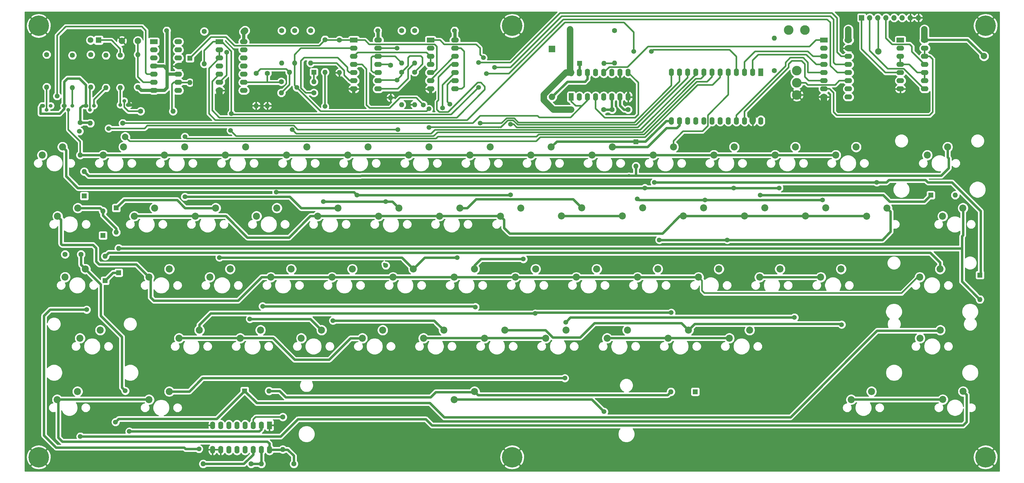
<source format=gbr>
%TF.GenerationSoftware,KiCad,Pcbnew,(5.1.10-1-10_14)*%
%TF.CreationDate,2022-01-29T17:57:15+11:00*%
%TF.ProjectId,ASCII keyboard,41534349-4920-46b6-9579-626f6172642e,rev?*%
%TF.SameCoordinates,Original*%
%TF.FileFunction,Copper,L2,Bot*%
%TF.FilePolarity,Positive*%
%FSLAX46Y46*%
G04 Gerber Fmt 4.6, Leading zero omitted, Abs format (unit mm)*
G04 Created by KiCad (PCBNEW (5.1.10-1-10_14)) date 2022-01-29 17:57:15*
%MOMM*%
%LPD*%
G01*
G04 APERTURE LIST*
%TA.AperFunction,ComponentPad*%
%ADD10C,2.000000*%
%TD*%
%TA.AperFunction,ComponentPad*%
%ADD11O,1.600000X1.600000*%
%TD*%
%TA.AperFunction,ComponentPad*%
%ADD12C,1.600000*%
%TD*%
%TA.AperFunction,ComponentPad*%
%ADD13O,1.600000X2.400000*%
%TD*%
%TA.AperFunction,ComponentPad*%
%ADD14R,1.600000X2.400000*%
%TD*%
%TA.AperFunction,ComponentPad*%
%ADD15O,2.400000X1.600000*%
%TD*%
%TA.AperFunction,ComponentPad*%
%ADD16R,2.400000X1.600000*%
%TD*%
%TA.AperFunction,ComponentPad*%
%ADD17C,1.800000*%
%TD*%
%TA.AperFunction,ComponentPad*%
%ADD18R,1.800000X1.800000*%
%TD*%
%TA.AperFunction,ComponentPad*%
%ADD19O,1.200000X1.200000*%
%TD*%
%TA.AperFunction,ComponentPad*%
%ADD20O,1.600000X1.200000*%
%TD*%
%TA.AperFunction,ComponentPad*%
%ADD21R,1.600000X1.600000*%
%TD*%
%TA.AperFunction,ComponentPad*%
%ADD22C,2.200000*%
%TD*%
%TA.AperFunction,ComponentPad*%
%ADD23C,3.000000*%
%TD*%
%TA.AperFunction,ComponentPad*%
%ADD24O,1.700000X1.700000*%
%TD*%
%TA.AperFunction,ComponentPad*%
%ADD25R,1.700000X1.700000*%
%TD*%
%TA.AperFunction,ComponentPad*%
%ADD26C,0.800000*%
%TD*%
%TA.AperFunction,ComponentPad*%
%ADD27C,6.400000*%
%TD*%
%TA.AperFunction,ComponentPad*%
%ADD28O,2.000000X2.000000*%
%TD*%
%TA.AperFunction,ComponentPad*%
%ADD29R,2.000000X2.000000*%
%TD*%
%TA.AperFunction,ViaPad*%
%ADD30C,1.500000*%
%TD*%
%TA.AperFunction,ViaPad*%
%ADD31C,2.000000*%
%TD*%
%TA.AperFunction,Conductor*%
%ADD32C,0.750000*%
%TD*%
%TA.AperFunction,Conductor*%
%ADD33C,0.500000*%
%TD*%
%TA.AperFunction,Conductor*%
%ADD34C,2.000000*%
%TD*%
%TA.AperFunction,Conductor*%
%ADD35C,1.000000*%
%TD*%
%TA.AperFunction,Conductor*%
%ADD36C,0.254000*%
%TD*%
%TA.AperFunction,Conductor*%
%ADD37C,0.100000*%
%TD*%
G04 APERTURE END LIST*
D10*
%TO.P,C3,2*%
%TO.N,GND*%
X98000000Y-39750000D03*
%TO.P,C3,1*%
%TO.N,Net-(C3-Pad1)*%
X103000000Y-39750000D03*
%TD*%
D11*
%TO.P,R29,2*%
%TO.N,+5V*%
X148300000Y-167560000D03*
D12*
%TO.P,R29,1*%
%TO.N,Net-(R29-Pad1)*%
X148300000Y-157400000D03*
%TD*%
D13*
%TO.P,U9,16*%
%TO.N,+5V*%
X144145000Y-167640000D03*
%TO.P,U9,8*%
%TO.N,GND*%
X126365000Y-160020000D03*
%TO.P,U9,15*%
%TO.N,Net-(C5-Pad1)*%
X141605000Y-167640000D03*
%TO.P,U9,7*%
%TO.N,Net-(U9-Pad7)*%
X128905000Y-160020000D03*
%TO.P,U9,14*%
%TO.N,Net-(C5-Pad2)*%
X139065000Y-167640000D03*
%TO.P,U9,6*%
%TO.N,Net-(U9-Pad6)*%
X131445000Y-160020000D03*
%TO.P,U9,13*%
%TO.N,Net-(U9-Pad13)*%
X136525000Y-167640000D03*
%TO.P,U9,5*%
%TO.N,Net-(U9-Pad5)*%
X133985000Y-160020000D03*
%TO.P,U9,12*%
%TO.N,Net-(U9-Pad12)*%
X133985000Y-167640000D03*
%TO.P,U9,4*%
%TO.N,CAPS_LOCK_PULSE*%
X136525000Y-160020000D03*
%TO.P,U9,11*%
%TO.N,Net-(R29-Pad1)*%
X131445000Y-167640000D03*
%TO.P,U9,3*%
X139065000Y-160020000D03*
%TO.P,U9,10*%
%TO.N,GND*%
X128905000Y-167640000D03*
%TO.P,U9,2*%
%TO.N,CAPS_LOCK*%
X141605000Y-160020000D03*
%TO.P,U9,9*%
%TO.N,GND*%
X126365000Y-167640000D03*
D14*
%TO.P,U9,1*%
X144145000Y-160020000D03*
%TD*%
D15*
%TO.P,U2,16*%
%TO.N,+5V*%
X325120000Y-39500000D03*
%TO.P,U2,8*%
%TO.N,GND*%
X317500000Y-57280000D03*
%TO.P,U2,15*%
X325120000Y-42040000D03*
%TO.P,U2,7*%
%TO.N,Net-(U2-Pad7)*%
X317500000Y-54740000D03*
%TO.P,U2,14*%
%TO.N,PD*%
X325120000Y-44580000D03*
%TO.P,U2,6*%
%TO.N,Net-(U1-Pad22)*%
X317500000Y-52200000D03*
%TO.P,U2,13*%
%TO.N,PC*%
X325120000Y-47120000D03*
%TO.P,U2,5*%
%TO.N,Net-(U1-Pad21)*%
X317500000Y-49660000D03*
%TO.P,U2,12*%
%TO.N,PB*%
X325120000Y-49660000D03*
%TO.P,U2,4*%
%TO.N,Net-(U1-Pad2)*%
X317500000Y-47120000D03*
%TO.P,U2,11*%
%TO.N,PA*%
X325120000Y-52200000D03*
%TO.P,U2,3*%
%TO.N,Net-(U1-Pad3)*%
X317500000Y-44580000D03*
%TO.P,U2,10*%
%TO.N,Net-(U2-Pad10)*%
X325120000Y-54740000D03*
%TO.P,U2,2*%
%TO.N,~CLOCK*%
X317500000Y-42040000D03*
%TO.P,U2,9*%
%TO.N,Net-(U2-Pad9)*%
X325120000Y-57280000D03*
D16*
%TO.P,U2,1*%
%TO.N,SI*%
X317500000Y-39500000D03*
%TD*%
D13*
%TO.P,U3,16*%
%TO.N,+5V*%
X238500000Y-49630000D03*
%TO.P,U3,8*%
%TO.N,GND*%
X256280000Y-57250000D03*
%TO.P,U3,15*%
%TO.N,Net-(D11-Pad1)*%
X241040000Y-49630000D03*
%TO.P,U3,7*%
%TO.N,Net-(C1-Pad2)*%
X253740000Y-57250000D03*
%TO.P,U3,14*%
%TO.N,Net-(C2-Pad2)*%
X243580000Y-49630000D03*
%TO.P,U3,6*%
%TO.N,Net-(C1-Pad1)*%
X251200000Y-57250000D03*
%TO.P,U3,13*%
%TO.N,Net-(U3-Pad13)*%
X246120000Y-49630000D03*
%TO.P,U3,5*%
%TO.N,Net-(U3-Pad5)*%
X248660000Y-57250000D03*
%TO.P,U3,12*%
%TO.N,SI*%
X248660000Y-49630000D03*
%TO.P,U3,4*%
%TO.N,Net-(U3-Pad4)*%
X246120000Y-57250000D03*
%TO.P,U3,11*%
%TO.N,Net-(R4-Pad2)*%
X251200000Y-49630000D03*
%TO.P,U3,3*%
%TO.N,~CLR*%
X243580000Y-57250000D03*
%TO.P,U3,10*%
%TO.N,GND*%
X253740000Y-49630000D03*
%TO.P,U3,2*%
%TO.N,Net-(R4-Pad2)*%
X241040000Y-57250000D03*
%TO.P,U3,9*%
%TO.N,Net-(U3-Pad4)*%
X256280000Y-49630000D03*
D14*
%TO.P,U3,1*%
%TO.N,~CLR*%
X238500000Y-57250000D03*
%TD*%
D15*
%TO.P,U8,14*%
%TO.N,N/C*%
X115620000Y-40000000D03*
%TO.P,U8,7*%
%TO.N,+5V*%
X108000000Y-55240000D03*
%TO.P,U8,13*%
%TO.N,N/C*%
X115620000Y-42540000D03*
%TO.P,U8,6*%
%TO.N,Net-(C3-Pad1)*%
X108000000Y-52700000D03*
%TO.P,U8,12*%
%TO.N,N/C*%
X115620000Y-45080000D03*
%TO.P,U8,5*%
%TO.N,CAPS_LOCK_PULSE*%
X108000000Y-50160000D03*
%TO.P,U8,11*%
%TO.N,GND*%
X115620000Y-47620000D03*
%TO.P,U8,4*%
%TO.N,+5V*%
X108000000Y-47620000D03*
%TO.P,U8,10*%
X115620000Y-50160000D03*
%TO.P,U8,3*%
%TO.N,N/C*%
X108000000Y-45080000D03*
%TO.P,U8,9*%
%TO.N,Net-(D14-Pad2)*%
X115620000Y-52700000D03*
%TO.P,U8,2*%
%TO.N,N/C*%
X108000000Y-42540000D03*
%TO.P,U8,8*%
%TO.N,Net-(U8-Pad8)*%
X115620000Y-55240000D03*
D16*
%TO.P,U8,1*%
%TO.N,N/C*%
X108000000Y-40000000D03*
%TD*%
D15*
%TO.P,U5,14*%
%TO.N,+5V*%
X349000000Y-39500000D03*
%TO.P,U5,7*%
%TO.N,GND*%
X341380000Y-54740000D03*
%TO.P,U5,13*%
%TO.N,Net-(U2-Pad7)*%
X349000000Y-42040000D03*
%TO.P,U5,6*%
%TO.N,Net-(U5-Pad2)*%
X341380000Y-52200000D03*
%TO.P,U5,12*%
%TO.N,Net-(U2-Pad7)*%
X349000000Y-44580000D03*
%TO.P,U5,5*%
%TO.N,~FLAG_RESET*%
X341380000Y-49660000D03*
%TO.P,U5,11*%
%TO.N,~DATA*%
X349000000Y-47120000D03*
%TO.P,U5,4*%
%TO.N,Net-(U5-Pad10)*%
X341380000Y-47120000D03*
%TO.P,U5,10*%
X349000000Y-49660000D03*
%TO.P,U5,3*%
X341380000Y-44580000D03*
%TO.P,U5,9*%
X349000000Y-52200000D03*
%TO.P,U5,2*%
%TO.N,Net-(U5-Pad2)*%
X341380000Y-42040000D03*
%TO.P,U5,8*%
%TO.N,~FLAG*%
X349000000Y-54740000D03*
D16*
%TO.P,U5,1*%
%TO.N,SI*%
X341380000Y-39500000D03*
%TD*%
D15*
%TO.P,U7,14*%
%TO.N,+5V*%
X178120000Y-39500000D03*
%TO.P,U7,7*%
%TO.N,GND*%
X170500000Y-54740000D03*
%TO.P,U7,13*%
%TO.N,Net-(R22-Pad1)*%
X178120000Y-42040000D03*
%TO.P,U7,6*%
%TO.N,PB*%
X170500000Y-52200000D03*
%TO.P,U7,12*%
%TO.N,PD*%
X178120000Y-44580000D03*
%TO.P,U7,5*%
%TO.N,Net-(R21-Pad1)*%
X170500000Y-49660000D03*
%TO.P,U7,11*%
%TO.N,Net-(R14-Pad1)*%
X178120000Y-47120000D03*
%TO.P,U7,4*%
%TO.N,Net-(R12-Pad2)*%
X170500000Y-47120000D03*
%TO.P,U7,10*%
%TO.N,PD*%
X178120000Y-49660000D03*
%TO.P,U7,3*%
%TO.N,Net-(U6-Pad3)*%
X170500000Y-44580000D03*
%TO.P,U7,9*%
%TO.N,Net-(R22-Pad1)*%
X178120000Y-52200000D03*
%TO.P,U7,2*%
%TO.N,Net-(R11-Pad2)*%
X170500000Y-42040000D03*
%TO.P,U7,8*%
%TO.N,PC*%
X178120000Y-54740000D03*
D16*
%TO.P,U7,1*%
%TO.N,Net-(D14-Pad1)*%
X170500000Y-39500000D03*
%TD*%
D15*
%TO.P,U6,14*%
%TO.N,+5V*%
X202120000Y-39500000D03*
%TO.P,U6,7*%
%TO.N,GND*%
X194500000Y-54740000D03*
%TO.P,U6,13*%
%TO.N,Net-(U6-Pad13)*%
X202120000Y-42040000D03*
%TO.P,U6,6*%
%TO.N,Net-(U6-Pad12)*%
X194500000Y-52200000D03*
%TO.P,U6,12*%
X202120000Y-44580000D03*
%TO.P,U6,5*%
%TO.N,Net-(D14-Pad1)*%
X194500000Y-49660000D03*
%TO.P,U6,11*%
%TO.N,Net-(U4-Pad5)*%
X202120000Y-47120000D03*
%TO.P,U6,4*%
%TO.N,Net-(U6-Pad3)*%
X194500000Y-47120000D03*
%TO.P,U6,10*%
%TO.N,Net-(R11-Pad2)*%
X202120000Y-49660000D03*
%TO.P,U6,3*%
%TO.N,Net-(U6-Pad3)*%
X194500000Y-44580000D03*
%TO.P,U6,9*%
%TO.N,Net-(R12-Pad2)*%
X202120000Y-52200000D03*
%TO.P,U6,2*%
%TO.N,Net-(U1-Pad2)*%
X194500000Y-42040000D03*
%TO.P,U6,8*%
%TO.N,Net-(U6-Pad13)*%
X202120000Y-54740000D03*
D16*
%TO.P,U6,1*%
%TO.N,Net-(U1-Pad3)*%
X194500000Y-39500000D03*
%TD*%
D15*
%TO.P,U4,14*%
%TO.N,+5V*%
X136120000Y-40000000D03*
%TO.P,U4,7*%
%TO.N,GND*%
X128500000Y-55240000D03*
%TO.P,U4,13*%
%TO.N,N/C*%
X136120000Y-42540000D03*
%TO.P,U4,6*%
%TO.N,Net-(R14-Pad1)*%
X128500000Y-52700000D03*
%TO.P,U4,12*%
%TO.N,N/C*%
X136120000Y-45080000D03*
%TO.P,U4,5*%
%TO.N,Net-(U4-Pad5)*%
X128500000Y-50160000D03*
%TO.P,U4,11*%
%TO.N,N/C*%
X136120000Y-47620000D03*
%TO.P,U4,4*%
%TO.N,PB*%
X128500000Y-47620000D03*
%TO.P,U4,10*%
%TO.N,PC*%
X136120000Y-50160000D03*
%TO.P,U4,3*%
%TO.N,Net-(U1-Pad4)*%
X128500000Y-45080000D03*
%TO.P,U4,9*%
%TO.N,Net-(R19-Pad1)*%
X136120000Y-52700000D03*
%TO.P,U4,2*%
%TO.N,Net-(U1-Pad4)*%
X128500000Y-42540000D03*
%TO.P,U4,8*%
%TO.N,Net-(R11-Pad2)*%
X136120000Y-55240000D03*
D16*
%TO.P,U4,1*%
%TO.N,Net-(R4-Pad2)*%
X128500000Y-40000000D03*
%TD*%
D13*
%TO.P,U1,24*%
%TO.N,Net-(R4-Pad2)*%
X297750000Y-64740000D03*
%TO.P,U1,12*%
%TO.N,/H*%
X269810000Y-49500000D03*
%TO.P,U1,23*%
%TO.N,GND*%
X295210000Y-64740000D03*
%TO.P,U1,11*%
%TO.N,/G*%
X272350000Y-49500000D03*
%TO.P,U1,22*%
%TO.N,Net-(U1-Pad22)*%
X292670000Y-64740000D03*
%TO.P,U1,10*%
%TO.N,/F*%
X274890000Y-49500000D03*
%TO.P,U1,21*%
%TO.N,Net-(U1-Pad21)*%
X290130000Y-64740000D03*
%TO.P,U1,9*%
%TO.N,/E*%
X277430000Y-49500000D03*
%TO.P,U1,20*%
%TO.N,/Q*%
X287590000Y-64740000D03*
%TO.P,U1,8*%
%TO.N,/D*%
X279970000Y-49500000D03*
%TO.P,U1,19*%
%TO.N,/P*%
X285050000Y-64740000D03*
%TO.P,U1,7*%
%TO.N,/C*%
X282510000Y-49500000D03*
%TO.P,U1,18*%
%TO.N,/N*%
X282510000Y-64740000D03*
%TO.P,U1,6*%
%TO.N,/B*%
X285050000Y-49500000D03*
%TO.P,U1,17*%
%TO.N,/M*%
X279970000Y-64740000D03*
%TO.P,U1,5*%
%TO.N,/A*%
X287590000Y-49500000D03*
%TO.P,U1,16*%
%TO.N,/L*%
X277430000Y-64740000D03*
%TO.P,U1,4*%
%TO.N,Net-(U1-Pad4)*%
X290130000Y-49500000D03*
%TO.P,U1,15*%
%TO.N,/K*%
X274890000Y-64740000D03*
%TO.P,U1,3*%
%TO.N,Net-(U1-Pad3)*%
X292670000Y-49500000D03*
%TO.P,U1,14*%
%TO.N,/J*%
X272350000Y-64740000D03*
%TO.P,U1,2*%
%TO.N,Net-(U1-Pad2)*%
X295210000Y-49500000D03*
%TO.P,U1,13*%
%TO.N,/I*%
X269810000Y-64740000D03*
D14*
%TO.P,U1,1*%
%TO.N,+5V*%
X297750000Y-49500000D03*
%TD*%
D11*
%TO.P,R28,2*%
%TO.N,Net-(C5-Pad1)*%
X141605000Y-172085000D03*
D12*
%TO.P,R28,1*%
%TO.N,+5V*%
X151765000Y-172085000D03*
%TD*%
D11*
%TO.P,C5,2*%
%TO.N,Net-(C5-Pad2)*%
X123430000Y-172085000D03*
D12*
%TO.P,C5,1*%
%TO.N,Net-(C5-Pad1)*%
X138430000Y-172085000D03*
%TD*%
D17*
%TO.P,D13,2*%
%TO.N,+5V*%
X88210000Y-39500000D03*
D18*
%TO.P,D13,1*%
%TO.N,Net-(D13-Pad1)*%
X90750000Y-39500000D03*
%TD*%
D11*
%TO.P,R27,2*%
%TO.N,Net-(C3-Pad1)*%
X103000000Y-44000000D03*
D12*
%TO.P,R27,1*%
%TO.N,+5V*%
X103000000Y-54160000D03*
%TD*%
D11*
%TO.P,R26,2*%
%TO.N,Net-(D14-Pad2)*%
X114000000Y-61750000D03*
D12*
%TO.P,R26,1*%
%TO.N,Net-(Q4-Pad2)*%
X103840000Y-61750000D03*
%TD*%
D11*
%TO.P,R25,2*%
%TO.N,Net-(Q4-Pad3)*%
X97500000Y-54410000D03*
D12*
%TO.P,R25,1*%
%TO.N,Net-(D13-Pad1)*%
X97500000Y-44250000D03*
%TD*%
D19*
%TO.P,Q4,3*%
%TO.N,Net-(Q4-Pad3)*%
X97460000Y-59750000D03*
%TO.P,Q4,2*%
%TO.N,Net-(Q4-Pad2)*%
X98730000Y-58480000D03*
D20*
%TO.P,Q4,1*%
%TO.N,GND*%
X100000000Y-59750000D03*
%TD*%
D11*
%TO.P,D14,2*%
%TO.N,Net-(D14-Pad2)*%
X119250000Y-52750000D03*
D21*
%TO.P,D14,1*%
%TO.N,Net-(D14-Pad1)*%
X119250000Y-45130000D03*
%TD*%
D12*
%TO.P,C4,2*%
%TO.N,CAPS_LOCK*%
X85250000Y-106500000D03*
%TO.P,C4,1*%
%TO.N,+5V*%
X80250000Y-106500000D03*
%TD*%
D22*
%TO.P,SW37,2*%
%TO.N,/ROW_B*%
X297390000Y-113660000D03*
%TO.P,SW37,1*%
%TO.N,/Q*%
X303740000Y-111120000D03*
%TD*%
%TO.P,SW62,2*%
%TO.N,+5V*%
X354650000Y-151940000D03*
%TO.P,SW62,1*%
%TO.N,Net-(D3-Pad1)*%
X361000000Y-149400000D03*
%TD*%
%TO.P,SW1,2*%
%TO.N,+5V*%
X347490000Y-132760000D03*
%TO.P,SW1,1*%
%TO.N,Net-(D1-Pad1)*%
X353840000Y-130220000D03*
%TD*%
%TO.P,SW61,2*%
%TO.N,+5V*%
X80250000Y-113640000D03*
%TO.P,SW61,1*%
%TO.N,CAPS_LOCK*%
X86600000Y-111100000D03*
%TD*%
%TO.P,SW56,2*%
%TO.N,/ROW_C*%
X354590000Y-94560000D03*
%TO.P,SW56,1*%
%TO.N,Net-(D4-Pad2)*%
X360940000Y-92020000D03*
%TD*%
%TO.P,SW58,2*%
%TO.N,/ROW_C*%
X77890000Y-94560000D03*
%TO.P,SW58,1*%
%TO.N,Net-(D10-Pad2)*%
X84240000Y-92020000D03*
%TD*%
%TO.P,SW59,2*%
%TO.N,+5V*%
X106490000Y-151960000D03*
%TO.P,SW59,1*%
%TO.N,/N*%
X112840000Y-149420000D03*
%TD*%
%TO.P,SW2,2*%
%TO.N,+5V*%
X325990000Y-151960000D03*
%TO.P,SW2,1*%
%TO.N,/N*%
X332340000Y-149420000D03*
%TD*%
%TO.P,SW38,2*%
%TO.N,+5V*%
X77790000Y-151960000D03*
%TO.P,SW38,1*%
%TO.N,Net-(D3-Pad1)*%
X84140000Y-149420000D03*
%TD*%
%TO.P,SW55,2*%
%TO.N,/ROW_C*%
X347450000Y-113660000D03*
%TO.P,SW55,1*%
%TO.N,Net-(D3-Pad2)*%
X353800000Y-111120000D03*
%TD*%
%TO.P,SW57,2*%
%TO.N,/ROW_C*%
X349790000Y-75460000D03*
%TO.P,SW57,1*%
%TO.N,Net-(D5-Pad2)*%
X356140000Y-72920000D03*
%TD*%
%TO.P,SW53,2*%
%TO.N,/ROW_C*%
X211390000Y-132760000D03*
%TO.P,SW53,1*%
%TO.N,/P*%
X217740000Y-130220000D03*
%TD*%
%TO.P,SW19,2*%
%TO.N,/ROW_A*%
X268790000Y-132760000D03*
%TO.P,SW19,1*%
%TO.N,/P*%
X275140000Y-130220000D03*
%TD*%
%TO.P,SW51,2*%
%TO.N,/ROW_C*%
X259190000Y-113660000D03*
%TO.P,SW51,1*%
%TO.N,/M*%
X265540000Y-111120000D03*
%TD*%
%TO.P,SW48,2*%
%TO.N,/ROW_C*%
X235450000Y-94540000D03*
%TO.P,SW48,1*%
%TO.N,/J*%
X241800000Y-92000000D03*
%TD*%
D23*
%TO.P,SW60,5*%
%TO.N,N/C*%
X306460000Y-36300000D03*
%TO.P,SW60,4*%
X311540000Y-36300000D03*
%TO.P,SW60,3*%
%TO.N,Net-(R15-Pad1)*%
X309000000Y-49000000D03*
%TO.P,SW60,2*%
%TO.N,PA*%
X309000000Y-52810000D03*
%TO.P,SW60,1*%
%TO.N,GND*%
X309000000Y-56620000D03*
%TD*%
D24*
%TO.P,J1,8*%
%TO.N,GND*%
X347040000Y-32500000D03*
%TO.P,J1,7*%
X344500000Y-32500000D03*
%TO.P,J1,6*%
%TO.N,+5V*%
X341960000Y-32500000D03*
%TO.P,J1,5*%
X339420000Y-32500000D03*
%TO.P,J1,4*%
%TO.N,~DATA*%
X336880000Y-32500000D03*
%TO.P,J1,3*%
%TO.N,~CLOCK*%
X334340000Y-32500000D03*
%TO.P,J1,2*%
%TO.N,~FLAG*%
X331800000Y-32500000D03*
D25*
%TO.P,J1,1*%
%TO.N,~FLAG_RESET*%
X329260000Y-32500000D03*
%TD*%
D26*
%TO.P,H6,1*%
%TO.N,GND*%
X73697056Y-168302944D03*
X72000000Y-167600000D03*
X70302944Y-168302944D03*
X69600000Y-170000000D03*
X70302944Y-171697056D03*
X72000000Y-172400000D03*
X73697056Y-171697056D03*
X74400000Y-170000000D03*
D27*
X72000000Y-170000000D03*
%TD*%
D26*
%TO.P,H5,1*%
%TO.N,GND*%
X221697056Y-168302944D03*
X220000000Y-167600000D03*
X218302944Y-168302944D03*
X217600000Y-170000000D03*
X218302944Y-171697056D03*
X220000000Y-172400000D03*
X221697056Y-171697056D03*
X222400000Y-170000000D03*
D27*
X220000000Y-170000000D03*
%TD*%
D26*
%TO.P,H4,1*%
%TO.N,GND*%
X369697056Y-168302944D03*
X368000000Y-167600000D03*
X366302944Y-168302944D03*
X365600000Y-170000000D03*
X366302944Y-171697056D03*
X368000000Y-172400000D03*
X369697056Y-171697056D03*
X370400000Y-170000000D03*
D27*
X368000000Y-170000000D03*
%TD*%
D26*
%TO.P,H3,1*%
%TO.N,GND*%
X369697056Y-33302944D03*
X368000000Y-32600000D03*
X366302944Y-33302944D03*
X365600000Y-35000000D03*
X366302944Y-36697056D03*
X368000000Y-37400000D03*
X369697056Y-36697056D03*
X370400000Y-35000000D03*
D27*
X368000000Y-35000000D03*
%TD*%
D26*
%TO.P,H2,1*%
%TO.N,GND*%
X221697056Y-33302944D03*
X220000000Y-32600000D03*
X218302944Y-33302944D03*
X217600000Y-35000000D03*
X218302944Y-36697056D03*
X220000000Y-37400000D03*
X221697056Y-36697056D03*
X222400000Y-35000000D03*
D27*
X220000000Y-35000000D03*
%TD*%
D26*
%TO.P,H1,1*%
%TO.N,GND*%
X73697056Y-33302944D03*
X72000000Y-32600000D03*
X70302944Y-33302944D03*
X69600000Y-35000000D03*
X70302944Y-36697056D03*
X72000000Y-37400000D03*
X73697056Y-36697056D03*
X74400000Y-35000000D03*
D27*
X72000000Y-35000000D03*
%TD*%
D11*
%TO.P,R24,2*%
%TO.N,Net-(D3-Pad1)*%
X185500000Y-59660000D03*
D12*
%TO.P,R24,1*%
%TO.N,Net-(R22-Pad1)*%
X185500000Y-49500000D03*
%TD*%
D11*
%TO.P,R23,2*%
%TO.N,GND*%
X140000000Y-60000000D03*
D12*
%TO.P,R23,1*%
%TO.N,Net-(D12-Pad2)*%
X140000000Y-49840000D03*
%TD*%
D11*
%TO.P,R22,2*%
%TO.N,GND*%
X189500000Y-59660000D03*
D12*
%TO.P,R22,1*%
%TO.N,Net-(R22-Pad1)*%
X189500000Y-49500000D03*
%TD*%
D11*
%TO.P,R21,2*%
%TO.N,Net-(D12-Pad2)*%
X147840000Y-56000000D03*
D12*
%TO.P,R21,1*%
%TO.N,Net-(R21-Pad1)*%
X158000000Y-56000000D03*
%TD*%
D11*
%TO.P,R20,2*%
%TO.N,Net-(D12-Pad1)*%
X158000000Y-52500000D03*
D12*
%TO.P,R20,1*%
%TO.N,Net-(R19-Pad1)*%
X147840000Y-52500000D03*
%TD*%
D11*
%TO.P,R19,2*%
%TO.N,GND*%
X143500000Y-60000000D03*
D12*
%TO.P,R19,1*%
%TO.N,Net-(R19-Pad1)*%
X143500000Y-49840000D03*
%TD*%
D11*
%TO.P,R18,2*%
%TO.N,PB*%
X157000000Y-46660000D03*
D12*
%TO.P,R18,1*%
%TO.N,+5V*%
X157000000Y-36500000D03*
%TD*%
D11*
%TO.P,R17,2*%
%TO.N,PD*%
X185500000Y-46660000D03*
D12*
%TO.P,R17,1*%
%TO.N,+5V*%
X185500000Y-36500000D03*
%TD*%
D11*
%TO.P,R16,2*%
%TO.N,PC*%
X189500000Y-46660000D03*
D12*
%TO.P,R16,1*%
%TO.N,+5V*%
X189500000Y-36500000D03*
%TD*%
D11*
%TO.P,R15,2*%
%TO.N,+5V*%
X302000000Y-38840000D03*
D12*
%TO.P,R15,1*%
%TO.N,Net-(R15-Pad1)*%
X302000000Y-49000000D03*
%TD*%
D11*
%TO.P,R14,2*%
%TO.N,GND*%
X182000000Y-57500000D03*
D12*
%TO.P,R14,1*%
%TO.N,Net-(R14-Pad1)*%
X182000000Y-47340000D03*
%TD*%
D11*
%TO.P,R13,2*%
%TO.N,GND*%
X166000000Y-49660000D03*
D12*
%TO.P,R13,1*%
%TO.N,Net-(D14-Pad1)*%
X166000000Y-39500000D03*
%TD*%
D11*
%TO.P,R12,2*%
%TO.N,Net-(R12-Pad2)*%
X148000000Y-46660000D03*
D12*
%TO.P,R12,1*%
%TO.N,+5V*%
X148000000Y-36500000D03*
%TD*%
D11*
%TO.P,R11,2*%
%TO.N,Net-(R11-Pad2)*%
X152000000Y-46660000D03*
D12*
%TO.P,R11,1*%
%TO.N,+5V*%
X152000000Y-36500000D03*
%TD*%
D11*
%TO.P,D12,2*%
%TO.N,Net-(D12-Pad2)*%
X150380000Y-49500000D03*
D21*
%TO.P,D12,1*%
%TO.N,Net-(D12-Pad1)*%
X158000000Y-49500000D03*
%TD*%
D28*
%TO.P,C2,2*%
%TO.N,Net-(C2-Pad2)*%
X232500000Y-57250000D03*
D29*
%TO.P,C2,1*%
%TO.N,Net-(C2-Pad1)*%
X232500000Y-42250000D03*
%TD*%
D12*
%TO.P,C1,2*%
%TO.N,Net-(C1-Pad2)*%
X256250000Y-61250000D03*
%TO.P,C1,1*%
%TO.N,Net-(C1-Pad1)*%
X251250000Y-61250000D03*
%TD*%
D11*
%TO.P,R10,2*%
%TO.N,/ROW_B*%
X88250000Y-54160000D03*
D12*
%TO.P,R10,1*%
%TO.N,+5V*%
X88250000Y-44000000D03*
%TD*%
D11*
%TO.P,R9,2*%
%TO.N,/ROW_A*%
X85000000Y-75460000D03*
D12*
%TO.P,R9,1*%
%TO.N,+5V*%
X85000000Y-65300000D03*
%TD*%
D11*
%TO.P,R8,2*%
%TO.N,Net-(Q3-Pad3)*%
X93000000Y-54410000D03*
D12*
%TO.P,R8,1*%
%TO.N,Net-(R19-Pad1)*%
X93000000Y-44250000D03*
%TD*%
D11*
%TO.P,R7,2*%
%TO.N,Net-(Q2-Pad3)*%
X82500000Y-54410000D03*
D12*
%TO.P,R7,1*%
%TO.N,Net-(R14-Pad1)*%
X82500000Y-44250000D03*
%TD*%
D11*
%TO.P,R6,2*%
%TO.N,Net-(D1-Pad1)*%
X161500000Y-49500000D03*
D12*
%TO.P,R6,1*%
%TO.N,Net-(D14-Pad1)*%
X161500000Y-39340000D03*
%TD*%
D11*
%TO.P,R5,2*%
%TO.N,+5V*%
X88140000Y-65500000D03*
D12*
%TO.P,R5,1*%
%TO.N,~CLR*%
X98300000Y-65500000D03*
%TD*%
D11*
%TO.P,R4,2*%
%TO.N,Net-(R4-Pad2)*%
X123750000Y-46910000D03*
D12*
%TO.P,R4,1*%
%TO.N,+5V*%
X123750000Y-36750000D03*
%TD*%
D11*
%TO.P,R3,2*%
%TO.N,Net-(C2-Pad1)*%
X252000000Y-46660000D03*
D12*
%TO.P,R3,1*%
%TO.N,+5V*%
X252000000Y-36500000D03*
%TD*%
D11*
%TO.P,R2,2*%
%TO.N,+5V*%
X238500000Y-61250000D03*
D12*
%TO.P,R2,1*%
%TO.N,Net-(C1-Pad1)*%
X248660000Y-61250000D03*
%TD*%
D11*
%TO.P,R1,2*%
%TO.N,/ROW_C*%
X74500000Y-54160000D03*
D12*
%TO.P,R1,1*%
%TO.N,+5V*%
X74500000Y-44000000D03*
%TD*%
D19*
%TO.P,Q3,3*%
%TO.N,Net-(Q3-Pad3)*%
X89290000Y-60000000D03*
%TO.P,Q3,2*%
%TO.N,/ROW_B*%
X88020000Y-61270000D03*
D20*
%TO.P,Q3,1*%
%TO.N,+5V*%
X86750000Y-60000000D03*
%TD*%
D19*
%TO.P,Q2,3*%
%TO.N,Net-(Q2-Pad3)*%
X82540000Y-60000000D03*
%TO.P,Q2,2*%
%TO.N,/ROW_A*%
X81270000Y-61270000D03*
D20*
%TO.P,Q2,1*%
%TO.N,+5V*%
X80000000Y-60000000D03*
%TD*%
D11*
%TO.P,D11,2*%
%TO.N,Net-(C2-Pad1)*%
X248750000Y-46750000D03*
D21*
%TO.P,D11,1*%
%TO.N,Net-(D11-Pad1)*%
X241130000Y-46750000D03*
%TD*%
D22*
%TO.P,SW5,2*%
%TO.N,/ROW_A*%
X264090000Y-75460000D03*
%TO.P,SW5,1*%
%TO.N,/A*%
X270440000Y-72920000D03*
%TD*%
%TO.P,SW4,2*%
%TO.N,+5V*%
X84890000Y-132760000D03*
%TO.P,SW4,1*%
%TO.N,Net-(D1-Pad1)*%
X91240000Y-130220000D03*
%TD*%
%TO.P,SW25,2*%
%TO.N,/ROW_B*%
X125490000Y-113660000D03*
%TO.P,SW25,1*%
%TO.N,/D*%
X131840000Y-111120000D03*
%TD*%
%TO.P,SW35,2*%
%TO.N,/ROW_B*%
X292650000Y-94540000D03*
%TO.P,SW35,1*%
%TO.N,/N*%
X299000000Y-92000000D03*
%TD*%
%TO.P,SW3,2*%
%TO.N,+5V*%
X73090000Y-75460000D03*
%TO.P,SW3,1*%
%TO.N,/Q*%
X79440000Y-72920000D03*
%TD*%
%TO.P,SW22,2*%
%TO.N,/ROW_B*%
X273550000Y-94540000D03*
%TO.P,SW22,1*%
%TO.N,/A*%
X279900000Y-92000000D03*
%TD*%
%TO.P,SW54,2*%
%TO.N,/ROW_C*%
X254450000Y-94540000D03*
%TO.P,SW54,1*%
%TO.N,/Q*%
X260800000Y-92000000D03*
%TD*%
%TO.P,SW49,2*%
%TO.N,/ROW_C*%
X220990000Y-113660000D03*
%TO.P,SW49,1*%
%TO.N,/K*%
X227340000Y-111120000D03*
%TD*%
%TO.P,SW50,2*%
%TO.N,/ROW_C*%
X240090000Y-113660000D03*
%TO.P,SW50,1*%
%TO.N,/L*%
X246440000Y-111120000D03*
%TD*%
%TO.P,SW52,2*%
%TO.N,/ROW_C*%
X230490000Y-132760000D03*
%TO.P,SW52,1*%
%TO.N,/N*%
X236840000Y-130220000D03*
%TD*%
%TO.P,SW6,2*%
%TO.N,/ROW_A*%
X92190000Y-75460000D03*
%TO.P,SW6,1*%
%TO.N,/B*%
X98540000Y-72920000D03*
%TD*%
%TO.P,SW7,2*%
%TO.N,/ROW_A*%
X111290000Y-75460000D03*
%TO.P,SW7,1*%
%TO.N,/C*%
X117640000Y-72920000D03*
%TD*%
%TO.P,SW30,2*%
%TO.N,/ROW_B*%
X134990000Y-132760000D03*
%TO.P,SW30,1*%
%TO.N,/I*%
X141340000Y-130220000D03*
%TD*%
%TO.P,SW31,2*%
%TO.N,/ROW_B*%
X197290000Y-94560000D03*
%TO.P,SW31,1*%
%TO.N,/J*%
X203640000Y-92020000D03*
%TD*%
%TO.P,SW32,2*%
%TO.N,/ROW_B*%
X115890000Y-132760000D03*
%TO.P,SW32,1*%
%TO.N,/K*%
X122240000Y-130220000D03*
%TD*%
%TO.P,SW33,2*%
%TO.N,/ROW_B*%
X311750000Y-94540000D03*
%TO.P,SW33,1*%
%TO.N,/L*%
X318100000Y-92000000D03*
%TD*%
%TO.P,SW34,2*%
%TO.N,/ROW_B*%
X330850000Y-94560000D03*
%TO.P,SW34,1*%
%TO.N,/M*%
X337200000Y-92020000D03*
%TD*%
%TO.P,SW36,2*%
%TO.N,/ROW_B*%
X316490000Y-113660000D03*
%TO.P,SW36,1*%
%TO.N,/P*%
X322840000Y-111120000D03*
%TD*%
%TO.P,SW39,2*%
%TO.N,/ROW_C*%
X278290000Y-113660000D03*
%TO.P,SW39,1*%
%TO.N,/A*%
X284640000Y-111120000D03*
%TD*%
%TO.P,SW40,2*%
%TO.N,/ROW_C*%
X106490000Y-113660000D03*
%TO.P,SW40,1*%
%TO.N,/B*%
X112840000Y-111120000D03*
%TD*%
%TO.P,SW41,2*%
%TO.N,/ROW_C*%
X192290000Y-132760000D03*
%TO.P,SW41,1*%
%TO.N,/C*%
X198640000Y-130220000D03*
%TD*%
%TO.P,SW42,2*%
%TO.N,/ROW_C*%
X154090000Y-132760000D03*
%TO.P,SW42,1*%
%TO.N,/D*%
X160440000Y-130220000D03*
%TD*%
%TO.P,SW43,2*%
%TO.N,/ROW_C*%
X144590000Y-113660000D03*
%TO.P,SW43,1*%
%TO.N,/E*%
X150940000Y-111120000D03*
%TD*%
%TO.P,SW44,2*%
%TO.N,/ROW_C*%
X140090000Y-94560000D03*
%TO.P,SW44,1*%
%TO.N,/F*%
X146440000Y-92020000D03*
%TD*%
%TO.P,SW45,2*%
%TO.N,/ROW_C*%
X163690000Y-113660000D03*
%TO.P,SW45,1*%
%TO.N,/G*%
X170040000Y-111120000D03*
%TD*%
%TO.P,SW46,2*%
%TO.N,/ROW_C*%
X182790000Y-113660000D03*
%TO.P,SW46,1*%
%TO.N,/H*%
X189140000Y-111120000D03*
%TD*%
%TO.P,SW47,2*%
%TO.N,/ROW_C*%
X201890000Y-113660000D03*
%TO.P,SW47,1*%
%TO.N,/I*%
X208240000Y-111120000D03*
%TD*%
%TO.P,SW23,2*%
%TO.N,/ROW_B*%
X101890000Y-94560000D03*
%TO.P,SW23,1*%
%TO.N,/B*%
X108240000Y-92020000D03*
%TD*%
%TO.P,SW24,2*%
%TO.N,/ROW_B*%
X159190000Y-94560000D03*
%TO.P,SW24,1*%
%TO.N,/C*%
X165540000Y-92020000D03*
%TD*%
%TO.P,SW26,2*%
%TO.N,/ROW_B*%
X178290000Y-94560000D03*
%TO.P,SW26,1*%
%TO.N,/E*%
X184640000Y-92020000D03*
%TD*%
%TO.P,SW27,2*%
%TO.N,/ROW_B*%
X216390000Y-94560000D03*
%TO.P,SW27,1*%
%TO.N,/F*%
X222740000Y-92020000D03*
%TD*%
%TO.P,SW28,2*%
%TO.N,/ROW_B*%
X173190000Y-132760000D03*
%TO.P,SW28,1*%
%TO.N,/G*%
X179540000Y-130220000D03*
%TD*%
%TO.P,SW29,2*%
%TO.N,/ROW_B*%
X120990000Y-94560000D03*
%TO.P,SW29,1*%
%TO.N,/H*%
X127340000Y-92020000D03*
%TD*%
%TO.P,SW8,2*%
%TO.N,/ROW_A*%
X130390000Y-75460000D03*
%TO.P,SW8,1*%
%TO.N,/D*%
X136740000Y-72920000D03*
%TD*%
%TO.P,SW9,2*%
%TO.N,/ROW_A*%
X149490000Y-75460000D03*
%TO.P,SW9,1*%
%TO.N,/E*%
X155840000Y-72920000D03*
%TD*%
%TO.P,SW10,2*%
%TO.N,/ROW_A*%
X168590000Y-75460000D03*
%TO.P,SW10,1*%
%TO.N,/F*%
X174940000Y-72920000D03*
%TD*%
%TO.P,SW11,2*%
%TO.N,/ROW_A*%
X187690000Y-75460000D03*
%TO.P,SW11,1*%
%TO.N,/G*%
X194040000Y-72920000D03*
%TD*%
%TO.P,SW12,2*%
%TO.N,/ROW_A*%
X206790000Y-75460000D03*
%TO.P,SW12,1*%
%TO.N,/H*%
X213140000Y-72920000D03*
%TD*%
%TO.P,SW13,2*%
%TO.N,/ROW_A*%
X225890000Y-75460000D03*
%TO.P,SW13,1*%
%TO.N,/I*%
X232240000Y-72920000D03*
%TD*%
%TO.P,SW14,2*%
%TO.N,/ROW_A*%
X244990000Y-75460000D03*
%TO.P,SW14,1*%
%TO.N,/J*%
X251340000Y-72920000D03*
%TD*%
%TO.P,SW15,2*%
%TO.N,/ROW_A*%
X321190000Y-75460000D03*
%TO.P,SW15,1*%
%TO.N,/K*%
X327540000Y-72920000D03*
%TD*%
%TO.P,SW16,2*%
%TO.N,/ROW_A*%
X302190000Y-75460000D03*
%TO.P,SW16,1*%
%TO.N,/L*%
X308540000Y-72920000D03*
%TD*%
%TO.P,SW17,2*%
%TO.N,/ROW_A*%
X249690000Y-132760000D03*
%TO.P,SW17,1*%
%TO.N,/M*%
X256040000Y-130220000D03*
%TD*%
%TO.P,SW18,2*%
%TO.N,/ROW_A*%
X283090000Y-75460000D03*
%TO.P,SW18,1*%
%TO.N,/N*%
X289440000Y-72920000D03*
%TD*%
%TO.P,SW20,2*%
%TO.N,/ROW_A*%
X287890000Y-132760000D03*
%TO.P,SW20,1*%
%TO.N,/Q*%
X294240000Y-130220000D03*
%TD*%
%TO.P,SW21,2*%
%TO.N,/ROW_A*%
X201910000Y-151960000D03*
%TO.P,SW21,1*%
%TO.N,Net-(D1-Pad2)*%
X208260000Y-149420000D03*
%TD*%
D19*
%TO.P,Q1,3*%
%TO.N,Net-(D12-Pad2)*%
X75770000Y-60000000D03*
%TO.P,Q1,2*%
%TO.N,/ROW_C*%
X74500000Y-61270000D03*
D20*
%TO.P,Q1,1*%
%TO.N,+5V*%
X73230000Y-60000000D03*
%TD*%
D11*
%TO.P,D10,2*%
%TO.N,Net-(D10-Pad2)*%
X96250000Y-99620000D03*
D21*
%TO.P,D10,1*%
%TO.N,/H*%
X96250000Y-92000000D03*
%TD*%
D11*
%TO.P,D9,2*%
%TO.N,Net-(D5-Pad2)*%
X258700000Y-78900000D03*
D21*
%TO.P,D9,1*%
%TO.N,/I*%
X258700000Y-71280000D03*
%TD*%
D11*
%TO.P,D8,2*%
%TO.N,Net-(D4-Pad2)*%
X366250000Y-120620000D03*
D21*
%TO.P,D8,1*%
%TO.N,/K*%
X366250000Y-113000000D03*
%TD*%
D11*
%TO.P,D7,2*%
%TO.N,Net-(D3-Pad2)*%
X358500000Y-88000000D03*
D21*
%TO.P,D7,1*%
%TO.N,/N*%
X350880000Y-88000000D03*
%TD*%
D11*
%TO.P,D6,2*%
%TO.N,Net-(D10-Pad2)*%
X92100000Y-92980000D03*
D21*
%TO.P,D6,1*%
%TO.N,Net-(D3-Pad1)*%
X92100000Y-100600000D03*
%TD*%
D11*
%TO.P,D5,2*%
%TO.N,Net-(D5-Pad2)*%
X86250000Y-80630000D03*
D21*
%TO.P,D5,1*%
%TO.N,Net-(D3-Pad1)*%
X86250000Y-88250000D03*
%TD*%
D11*
%TO.P,D4,2*%
%TO.N,Net-(D4-Pad2)*%
X97000000Y-104630000D03*
D21*
%TO.P,D4,1*%
%TO.N,Net-(D3-Pad1)*%
X97000000Y-112250000D03*
%TD*%
D11*
%TO.P,D3,2*%
%TO.N,Net-(D3-Pad2)*%
X92750000Y-107130000D03*
D21*
%TO.P,D3,1*%
%TO.N,Net-(D3-Pad1)*%
X92750000Y-114750000D03*
%TD*%
D11*
%TO.P,D2,2*%
%TO.N,Net-(D1-Pad2)*%
X269630000Y-149500000D03*
D21*
%TO.P,D2,1*%
%TO.N,/A*%
X277250000Y-149500000D03*
%TD*%
D11*
%TO.P,D1,2*%
%TO.N,Net-(D1-Pad2)*%
X144000000Y-149250000D03*
D21*
%TO.P,D1,1*%
%TO.N,Net-(D1-Pad1)*%
X136380000Y-149250000D03*
%TD*%
D30*
%TO.N,Net-(D1-Pad1)*%
X96000000Y-159000000D03*
X161500000Y-60250000D03*
%TO.N,Net-(D3-Pad1)*%
X85000000Y-163500000D03*
X93875000Y-67125000D03*
X184250000Y-67500000D03*
D31*
%TO.N,+5V*%
X348880000Y-36120000D03*
X325120000Y-36120000D03*
X367500000Y-44500000D03*
D30*
X178000000Y-36500000D03*
X202000000Y-36500000D03*
X112000000Y-36500000D03*
X136500000Y-36500000D03*
X238130000Y-36120000D03*
%TO.N,Net-(U1-Pad4)*%
X263500000Y-43000000D03*
X258000000Y-43000000D03*
%TO.N,Net-(U1-Pad3)*%
X211000000Y-45000000D03*
%TO.N,/M*%
X287250000Y-102000000D03*
X266000000Y-102000000D03*
%TO.N,/P*%
X323000000Y-128500000D03*
%TO.N,/ROW_A*%
X248750000Y-155750000D03*
D31*
%TO.N,/B*%
X99050000Y-69750000D03*
D30*
%TO.N,/C*%
X117700000Y-88500000D03*
X117700000Y-69700000D03*
X164000000Y-127250000D03*
%TO.N,/D*%
X132000000Y-67750000D03*
X138000000Y-126750000D03*
%TO.N,/E*%
X180500000Y-110000000D03*
X180500000Y-90000000D03*
X161000000Y-90000000D03*
X151250000Y-67450010D03*
%TO.N,/F*%
X171500000Y-88000000D03*
X219519852Y-65799969D03*
X219500000Y-87924990D03*
X146265016Y-87075010D03*
%TO.N,/G*%
X194000000Y-66800034D03*
%TO.N,/H*%
X210000000Y-65500000D03*
X128500000Y-107500000D03*
X202817507Y-107567507D03*
%TO.N,/I*%
X142000000Y-122750000D03*
X208500000Y-123000000D03*
X223500000Y-108000000D03*
%TO.N,/K*%
X264500000Y-84000000D03*
X227250000Y-125000000D03*
X269750000Y-124750000D03*
X334000000Y-84000000D03*
%TO.N,/L*%
X317040000Y-89540000D03*
X259151464Y-89151464D03*
X280290000Y-89540000D03*
%TO.N,/N*%
X297540000Y-87960000D03*
X236500000Y-145250000D03*
X236750000Y-127750000D03*
X308250000Y-126250000D03*
%TO.N,/Q*%
X84750000Y-68000000D03*
X303500000Y-85750000D03*
X289250000Y-85750000D03*
X261500000Y-85750000D03*
%TO.N,Net-(R4-Pad2)*%
X132250000Y-62500000D03*
X209500010Y-54250000D03*
D31*
%TO.N,GND*%
X317500000Y-60500000D03*
X328500000Y-60500000D03*
D30*
X170500000Y-57500000D03*
X194500000Y-57500000D03*
X128500000Y-57500000D03*
X108000000Y-57500000D03*
X121250000Y-57500000D03*
%TO.N,Net-(R14-Pad1)*%
X130750000Y-43250000D03*
%TO.N,Net-(R11-Pad2)*%
X152687000Y-54313000D03*
X194000000Y-60999998D03*
X198250000Y-60750000D03*
%TO.N,Net-(R12-Pad2)*%
X192250000Y-59750000D03*
X200500000Y-59500000D03*
%TO.N,PC*%
X214500000Y-48000000D03*
%TO.N,PD*%
X209500000Y-46500000D03*
%TO.N,PB*%
X212000000Y-50000000D03*
%TO.N,Net-(R22-Pad1)*%
X184000000Y-42000000D03*
X184000000Y-52000000D03*
D31*
%TO.N,~CLOCK*%
X334500000Y-43000000D03*
D30*
%TO.N,CAPS_LOCK*%
X99060000Y-149225000D03*
X100330000Y-161925000D03*
%TO.N,CAPS_LOCK_PULSE*%
X77750000Y-57000000D03*
X86995000Y-123825000D03*
X122100000Y-167400000D03*
%TD*%
D32*
%TO.N,Net-(D1-Pad2)*%
X208260000Y-149420000D02*
X208079999Y-149600001D01*
X144000000Y-149250000D02*
X147250000Y-149250000D01*
X147250000Y-149250000D02*
X149250000Y-151250000D01*
X149250000Y-151250000D02*
X194500000Y-151250000D01*
X194500000Y-151250000D02*
X196149999Y-149600001D01*
X208079999Y-149600001D02*
X196149999Y-149600001D01*
X268610001Y-150519999D02*
X268830001Y-150299999D01*
X208260000Y-149420000D02*
X209359999Y-150519999D01*
X209359999Y-150519999D02*
X268610001Y-150519999D01*
X268830001Y-150299999D02*
X269630000Y-149500000D01*
D33*
%TO.N,Net-(D1-Pad1)*%
X161500000Y-49500000D02*
X161500000Y-60250000D01*
D32*
X334099999Y-130400001D02*
X353659999Y-130400001D01*
X198755000Y-157480000D02*
X307020000Y-157480000D01*
X307020000Y-157480000D02*
X334099999Y-130400001D01*
X136380000Y-149250000D02*
X140165000Y-153035000D01*
X194310000Y-153035000D02*
X198755000Y-157480000D01*
X353659999Y-130400001D02*
X353840000Y-130220000D01*
X140165000Y-153035000D02*
X194310000Y-153035000D01*
X97000000Y-158000000D02*
X127630000Y-158000000D01*
X127630000Y-158000000D02*
X136380000Y-149250000D01*
X96000000Y-159000000D02*
X97000000Y-158000000D01*
%TO.N,Net-(D3-Pad2)*%
X353800000Y-109050000D02*
X353800000Y-111120000D01*
X350755001Y-106005001D02*
X353800000Y-109050000D01*
X93874999Y-106005001D02*
X350755001Y-106005001D01*
X92750000Y-107130000D02*
X93874999Y-106005001D01*
%TO.N,Net-(D3-Pad1)*%
X95250000Y-112250000D02*
X92750000Y-114750000D01*
X97000000Y-112250000D02*
X95250000Y-112250000D01*
D33*
X153000000Y-67500000D02*
X184250000Y-67500000D01*
X106000000Y-66250000D02*
X151750000Y-66250000D01*
X105125000Y-67125000D02*
X106000000Y-66250000D01*
X151750000Y-66250000D02*
X153000000Y-67500000D01*
X93875000Y-67125000D02*
X105125000Y-67125000D01*
D32*
X362099999Y-150499999D02*
X361000000Y-149400000D01*
X362099999Y-158900001D02*
X362099999Y-150499999D01*
X360980000Y-160020000D02*
X362099999Y-158900001D01*
X85000000Y-163500000D02*
X147650000Y-163500000D01*
X194945000Y-160020000D02*
X360980000Y-160020000D01*
X147650000Y-163500000D02*
X153035000Y-158115000D01*
X193040000Y-158115000D02*
X194945000Y-160020000D01*
X153035000Y-158115000D02*
X193040000Y-158115000D01*
%TO.N,Net-(D4-Pad2)*%
X97000000Y-104630000D02*
X346130000Y-104630000D01*
X360975001Y-92055001D02*
X360940000Y-92020000D01*
X366250000Y-120620000D02*
X360630000Y-115000000D01*
X360630000Y-100870000D02*
X360975001Y-100524999D01*
X360975001Y-100524999D02*
X360975001Y-92055001D01*
X353880000Y-104630000D02*
X360630000Y-104630000D01*
X360630000Y-104630000D02*
X360630000Y-100870000D01*
X360630000Y-115000000D02*
X360630000Y-104630000D01*
X346130000Y-104630000D02*
X353880000Y-104630000D01*
X353880000Y-104630000D02*
X354380000Y-104630000D01*
%TO.N,Net-(D5-Pad2)*%
X256500000Y-81750000D02*
X256370000Y-81880000D01*
X258700000Y-79000000D02*
X258700000Y-81880000D01*
X356140000Y-72920000D02*
X356140000Y-76140000D01*
X356140000Y-76140000D02*
X356500000Y-76500000D01*
X356500000Y-76500000D02*
X356500000Y-79500000D01*
X354120000Y-81880000D02*
X348380000Y-81880000D01*
X356500000Y-79500000D02*
X354120000Y-81880000D01*
X256370000Y-81880000D02*
X348380000Y-81880000D01*
X87598147Y-81978147D02*
X87978147Y-81978147D01*
X86250000Y-80630000D02*
X87598147Y-81978147D01*
X87978147Y-81978147D02*
X256370000Y-81880000D01*
%TO.N,Net-(D10-Pad2)*%
X92100000Y-92980000D02*
X92100000Y-94350000D01*
X96250000Y-98500000D02*
X96250000Y-99620000D01*
X92100000Y-94350000D02*
X96250000Y-98500000D01*
X91140000Y-92020000D02*
X92100000Y-92980000D01*
X84240000Y-92020000D02*
X91140000Y-92020000D01*
%TO.N,+5V*%
X237368630Y-49630000D02*
X238500000Y-49630000D01*
D34*
X348880000Y-36120000D02*
X348880000Y-39380000D01*
X325120000Y-39500000D02*
X325120000Y-36120000D01*
D32*
X362380000Y-39380000D02*
X348880000Y-39380000D01*
X367500000Y-44500000D02*
X362380000Y-39380000D01*
X87940000Y-65300000D02*
X88140000Y-65500000D01*
X85000000Y-65300000D02*
X87940000Y-65300000D01*
D35*
X178120000Y-39500000D02*
X178120000Y-36620000D01*
X202120000Y-39500000D02*
X202120000Y-36620000D01*
X202120000Y-36620000D02*
X202000000Y-36500000D01*
D33*
X112000000Y-49750000D02*
X112000000Y-50000000D01*
X112000000Y-50000000D02*
X112160000Y-50160000D01*
D35*
X104080000Y-55240000D02*
X103000000Y-54160000D01*
X108000000Y-55240000D02*
X104080000Y-55240000D01*
X112160000Y-48660000D02*
X112160000Y-50660000D01*
D33*
X112160000Y-50660000D02*
X112160000Y-51160000D01*
X112160000Y-50160000D02*
X112160000Y-50660000D01*
D35*
X112160000Y-50160000D02*
X115620000Y-50160000D01*
X112160000Y-36660000D02*
X112000000Y-36500000D01*
X112160000Y-48660000D02*
X112160000Y-36660000D01*
D32*
X106454999Y-151924999D02*
X106490000Y-151960000D01*
X77825001Y-151924999D02*
X106454999Y-151924999D01*
X77790000Y-151960000D02*
X77825001Y-151924999D01*
X326025001Y-151924999D02*
X354634999Y-151924999D01*
X354634999Y-151924999D02*
X354650000Y-151940000D01*
X325990000Y-151960000D02*
X326025001Y-151924999D01*
X73230000Y-60000000D02*
X73000000Y-60000000D01*
X73000000Y-60000000D02*
X72500000Y-60500000D01*
X72500000Y-60500000D02*
X72500000Y-62500000D01*
X72500000Y-62500000D02*
X78500000Y-62500000D01*
X80000000Y-61000000D02*
X80000000Y-60000000D01*
X78500000Y-62500000D02*
X80000000Y-61000000D01*
X80000000Y-60000000D02*
X80000000Y-52500000D01*
X80000000Y-52500000D02*
X81000000Y-51500000D01*
X81000000Y-51500000D02*
X84750000Y-51500000D01*
X86750000Y-53500000D02*
X86750000Y-60000000D01*
X84750000Y-51500000D02*
X86750000Y-53500000D01*
X86750000Y-60000000D02*
X85750000Y-60000000D01*
X85000000Y-60750000D02*
X85000000Y-65300000D01*
X85750000Y-60000000D02*
X85000000Y-60750000D01*
D34*
X136120000Y-36880000D02*
X136500000Y-36500000D01*
D35*
X136120000Y-40000000D02*
X136120000Y-36880000D01*
D34*
X236900002Y-49630000D02*
X229936001Y-56594001D01*
X238500000Y-49630000D02*
X236900002Y-49630000D01*
X232886002Y-61250000D02*
X238500000Y-61250000D01*
X229936001Y-58299999D02*
X232886002Y-61250000D01*
X229936001Y-56594001D02*
X229936001Y-58299999D01*
X238130000Y-49260000D02*
X238500000Y-49630000D01*
X238130000Y-36120000D02*
X238130000Y-49260000D01*
D32*
X144145000Y-167640000D02*
X149860000Y-167640000D01*
X151765000Y-169545000D02*
X151765000Y-172085000D01*
X149860000Y-167640000D02*
X151765000Y-169545000D01*
X144145000Y-167640000D02*
X144145000Y-165735000D01*
X144145000Y-165735000D02*
X143510000Y-165100000D01*
X143510000Y-165100000D02*
X79375000Y-165100000D01*
X79375000Y-165100000D02*
X78105000Y-163830000D01*
X78105000Y-152275000D02*
X77790000Y-151960000D01*
X78105000Y-163830000D02*
X78105000Y-152275000D01*
D35*
X112160000Y-54340000D02*
X112160000Y-50500000D01*
X111260000Y-55240000D02*
X112160000Y-54340000D01*
X108000000Y-55240000D02*
X111260000Y-55240000D01*
X111120000Y-47620000D02*
X112160000Y-48660000D01*
X108000000Y-47620000D02*
X111120000Y-47620000D01*
D33*
%TO.N,Net-(U1-Pad22)*%
X306500000Y-48000000D02*
X292670000Y-61830000D01*
X306500000Y-47000000D02*
X306500000Y-48000000D01*
X307500000Y-46000000D02*
X306500000Y-47000000D01*
X312700000Y-52200000D02*
X311500000Y-51000000D01*
X310500000Y-46000000D02*
X307500000Y-46000000D01*
X311500000Y-47000000D02*
X310500000Y-46000000D01*
X292670000Y-61830000D02*
X292670000Y-64740000D01*
X311500000Y-51000000D02*
X311500000Y-47000000D01*
X317500000Y-52200000D02*
X312700000Y-52200000D01*
%TO.N,Net-(U1-Pad21)*%
X305500000Y-47600000D02*
X290130000Y-62970000D01*
X290130000Y-62970000D02*
X290130000Y-64740000D01*
X305500000Y-46500000D02*
X305500000Y-47600000D01*
X312500000Y-46500000D02*
X311000000Y-45000000D01*
X312500000Y-49500000D02*
X312500000Y-46500000D01*
X311000000Y-45000000D02*
X307000000Y-45000000D01*
X312660000Y-49660000D02*
X312500000Y-49500000D01*
X307000000Y-45000000D02*
X305500000Y-46500000D01*
X317500000Y-49660000D02*
X312660000Y-49660000D01*
%TO.N,Net-(U1-Pad4)*%
X290130000Y-49500000D02*
X290130000Y-44630000D01*
X290130000Y-44630000D02*
X288000000Y-42500000D01*
X264000000Y-42500000D02*
X263500000Y-43000000D01*
X288000000Y-42500000D02*
X264000000Y-42500000D01*
X258000000Y-37000000D02*
X258000000Y-43000000D01*
X236500000Y-34000000D02*
X255000000Y-34000000D01*
X255000000Y-34000000D02*
X258000000Y-37000000D01*
X206000000Y-64500000D02*
X236500000Y-34000000D01*
X127250000Y-64500000D02*
X206000000Y-64500000D01*
X125250000Y-62500000D02*
X127250000Y-64500000D01*
X125250000Y-48330000D02*
X125250000Y-62500000D01*
X128500000Y-45080000D02*
X125250000Y-48330000D01*
X128500000Y-42540000D02*
X128500000Y-45080000D01*
%TO.N,Net-(U1-Pad3)*%
X312500000Y-43000000D02*
X314080000Y-44580000D01*
X296000000Y-43000000D02*
X312500000Y-43000000D01*
X292670000Y-46330000D02*
X296000000Y-43000000D01*
X314080000Y-44580000D02*
X317500000Y-44580000D01*
X292670000Y-49500000D02*
X292670000Y-46330000D01*
X211000000Y-45000000D02*
X210000000Y-44000000D01*
X210000000Y-44000000D02*
X210000000Y-42000000D01*
X208789999Y-40789999D02*
X198789999Y-40789999D01*
X210000000Y-42000000D02*
X208789999Y-40789999D01*
X197500000Y-39500000D02*
X194500000Y-39500000D01*
X198789999Y-40789999D02*
X197500000Y-39500000D01*
%TO.N,Net-(U1-Pad2)*%
X317500000Y-47120000D02*
X315120000Y-47120000D01*
X315120000Y-47120000D02*
X312000000Y-44000000D01*
X312000000Y-44000000D02*
X297000000Y-44000000D01*
X295210000Y-45790000D02*
X295210000Y-49500000D01*
X297000000Y-44000000D02*
X295210000Y-45790000D01*
%TO.N,Net-(U2-Pad7)*%
X349000000Y-42040000D02*
X349000000Y-44580000D01*
X351500000Y-45500000D02*
X350580000Y-44580000D01*
X321500000Y-63000000D02*
X350500000Y-63000000D01*
X350580000Y-44580000D02*
X349000000Y-44580000D01*
X320500000Y-62000000D02*
X321500000Y-63000000D01*
X351500000Y-62000000D02*
X351500000Y-45500000D01*
X350500000Y-63000000D02*
X351500000Y-62000000D01*
X320500000Y-56000000D02*
X320500000Y-62000000D01*
X319240000Y-54740000D02*
X320500000Y-56000000D01*
X317500000Y-54740000D02*
X319240000Y-54740000D01*
%TO.N,/ROW_C*%
X74500000Y-61270000D02*
X74500000Y-54160000D01*
D32*
X230454999Y-132724999D02*
X230490000Y-132760000D01*
X192325001Y-132724999D02*
X230454999Y-132724999D01*
X192290000Y-132760000D02*
X192325001Y-132724999D01*
X254414999Y-94504999D02*
X254450000Y-94540000D01*
X235485001Y-94504999D02*
X254414999Y-94504999D01*
X235450000Y-94540000D02*
X235485001Y-94504999D01*
X220954999Y-113624999D02*
X220990000Y-113660000D01*
X144625001Y-113624999D02*
X220954999Y-113624999D01*
X144590000Y-113660000D02*
X144625001Y-113624999D01*
X278254999Y-113624999D02*
X278290000Y-113660000D01*
X240125001Y-113624999D02*
X278254999Y-113624999D01*
X240090000Y-113660000D02*
X240125001Y-113624999D01*
X240054999Y-113624999D02*
X240090000Y-113660000D01*
X221025001Y-113624999D02*
X240054999Y-113624999D01*
X220990000Y-113660000D02*
X221025001Y-113624999D01*
X106490000Y-113660000D02*
X102500000Y-109670000D01*
X102500000Y-109670000D02*
X90920000Y-109670000D01*
X90920000Y-109670000D02*
X90000000Y-108750000D01*
X78989999Y-95659999D02*
X77890000Y-94560000D01*
X78989999Y-103204997D02*
X78989999Y-95659999D01*
D33*
X279389999Y-114759999D02*
X279389999Y-117889999D01*
X278290000Y-113660000D02*
X279389999Y-114759999D01*
X346795998Y-113660000D02*
X347450000Y-113660000D01*
X341805997Y-118650001D02*
X346795998Y-113660000D01*
X280150001Y-118650001D02*
X341805997Y-118650001D01*
X279389999Y-117889999D02*
X280150001Y-118650001D01*
D32*
X141660000Y-113660000D02*
X144590000Y-113660000D01*
X106490000Y-113660000D02*
X107000000Y-114170000D01*
X108000000Y-121000000D02*
X134320000Y-121000000D01*
X107000000Y-114170000D02*
X107000000Y-120000000D01*
X134320000Y-121000000D02*
X141660000Y-113660000D01*
X107000000Y-120000000D02*
X108000000Y-121000000D01*
X79332501Y-103547499D02*
X88942499Y-103547499D01*
X79332501Y-103547499D02*
X78989999Y-103204997D01*
X90000000Y-104605000D02*
X90000000Y-108750000D01*
X88942499Y-103547499D02*
X90000000Y-104605000D01*
%TO.N,/M*%
X266000000Y-102000000D02*
X287250000Y-102000000D01*
X338299999Y-93119999D02*
X338299999Y-99450001D01*
X337200000Y-92020000D02*
X338299999Y-93119999D01*
X335750000Y-102000000D02*
X287250000Y-102000000D01*
X338299999Y-99450001D02*
X335750000Y-102000000D01*
%TO.N,/P*%
X230429002Y-130220000D02*
X232709002Y-132500000D01*
X217740000Y-130220000D02*
X230429002Y-130220000D01*
X232709002Y-132500000D02*
X241250000Y-132500000D01*
X241250000Y-132500000D02*
X245750000Y-128000000D01*
X272920000Y-128000000D02*
X275140000Y-130220000D01*
X245750000Y-128000000D02*
X272920000Y-128000000D01*
X275140000Y-130220000D02*
X277110000Y-128250000D01*
X322750000Y-128250000D02*
X323000000Y-128500000D01*
X277110000Y-128250000D02*
X322750000Y-128250000D01*
%TO.N,/ROW_A*%
X301185001Y-75424999D02*
X301150000Y-75460000D01*
X320654999Y-75424999D02*
X301185001Y-75424999D01*
X320690000Y-75460000D02*
X320654999Y-75424999D01*
X262225001Y-75424999D02*
X262190000Y-75460000D01*
X301114999Y-75424999D02*
X262225001Y-75424999D01*
X301150000Y-75460000D02*
X301114999Y-75424999D01*
X262154999Y-75424999D02*
X145225001Y-75424999D01*
X145225001Y-75424999D02*
X145190000Y-75460000D01*
X262190000Y-75460000D02*
X262154999Y-75424999D01*
X145154999Y-75424999D02*
X86725001Y-75424999D01*
X145190000Y-75460000D02*
X145154999Y-75424999D01*
X86690000Y-75460000D02*
X86725001Y-75424999D01*
X85000000Y-75460000D02*
X86690000Y-75460000D01*
D33*
X81270000Y-61270000D02*
X81270000Y-67520000D01*
X85000000Y-71250000D02*
X85000000Y-75460000D01*
X81270000Y-67520000D02*
X85000000Y-71250000D01*
D32*
X287854999Y-132724999D02*
X287890000Y-132760000D01*
X249725001Y-132724999D02*
X287854999Y-132724999D01*
X249690000Y-132760000D02*
X249725001Y-132724999D01*
X201945001Y-151924999D02*
X244924999Y-151924999D01*
X201910000Y-151960000D02*
X201945001Y-151924999D01*
X244924999Y-151924999D02*
X248750000Y-155750000D01*
D33*
%TO.N,/A*%
X281220001Y-66279999D02*
X279500000Y-68000000D01*
X273460000Y-68000000D02*
X270440000Y-71020000D01*
X281220001Y-62979999D02*
X281220001Y-66279999D01*
X279500000Y-68000000D02*
X273460000Y-68000000D01*
X287590000Y-56610000D02*
X281220001Y-62979999D01*
X270440000Y-71020000D02*
X270440000Y-72920000D01*
X287590000Y-49500000D02*
X287590000Y-56610000D01*
%TO.N,/B*%
X285050000Y-51150000D02*
X285050000Y-49500000D01*
X277975000Y-53500000D02*
X282700000Y-53500000D01*
X261574990Y-69900010D02*
X277975000Y-53500000D01*
X228789954Y-69900010D02*
X261574990Y-69900010D01*
X282700000Y-53500000D02*
X285050000Y-51150000D01*
X161115782Y-71100010D02*
X227589954Y-71100010D01*
X161065725Y-71150067D02*
X161115782Y-71100010D01*
X227589954Y-71100010D02*
X228789954Y-69900010D01*
X100450067Y-71150067D02*
X161065725Y-71150067D01*
X99050000Y-69750000D02*
X100450067Y-71150067D01*
D32*
%TO.N,/C*%
X165540000Y-92020000D02*
X154020000Y-92020000D01*
X150500000Y-88500000D02*
X117700000Y-88500000D01*
X154020000Y-92020000D02*
X150500000Y-88500000D01*
X195670000Y-127250000D02*
X164000000Y-127250000D01*
X198640000Y-130220000D02*
X195670000Y-127250000D01*
D33*
X282510000Y-50990000D02*
X282510000Y-49500000D01*
X261250000Y-69000000D02*
X277750000Y-52500000D01*
X228300000Y-69000000D02*
X261250000Y-69000000D01*
X117700000Y-69700000D02*
X118250000Y-70250000D01*
X196250000Y-70250000D02*
X196800000Y-69700000D01*
X196800000Y-69700000D02*
X227600000Y-69700000D01*
X277750000Y-52500000D02*
X281000000Y-52500000D01*
X118250000Y-70250000D02*
X196250000Y-70250000D01*
X281000000Y-52500000D02*
X282510000Y-50990000D01*
X227600000Y-69700000D02*
X228300000Y-69000000D01*
D32*
%TO.N,/D*%
X156970000Y-126750000D02*
X160440000Y-130220000D01*
X138000000Y-126750000D02*
X156970000Y-126750000D01*
D33*
X279000000Y-51600000D02*
X279970000Y-50630000D01*
X277400000Y-51600000D02*
X279000000Y-51600000D01*
X279970000Y-50630000D02*
X279970000Y-49500000D01*
X133750000Y-69500000D02*
X195500000Y-69500000D01*
X195500000Y-69500000D02*
X196700011Y-68299989D01*
X260700011Y-68299989D02*
X277400000Y-51600000D01*
X196700011Y-68299989D02*
X260700011Y-68299989D01*
X132000000Y-67750000D02*
X133750000Y-69500000D01*
D32*
%TO.N,/E*%
X180000000Y-109500000D02*
X180500000Y-110000000D01*
X180500000Y-90000000D02*
X161000000Y-90000000D01*
X182620000Y-90000000D02*
X184640000Y-92020000D01*
X180500000Y-90000000D02*
X182620000Y-90000000D01*
D33*
X260100022Y-67599978D02*
X277430000Y-50270000D01*
X194699956Y-68750000D02*
X195849978Y-67599978D01*
X195849978Y-67599978D02*
X260100022Y-67599978D01*
X152549990Y-68750000D02*
X194699956Y-68750000D01*
X277430000Y-50270000D02*
X277430000Y-49500000D01*
X151250000Y-67450010D02*
X152549990Y-68750000D01*
D32*
%TO.N,/F*%
X219424990Y-88000000D02*
X219500000Y-87924990D01*
X171500000Y-88000000D02*
X219424990Y-88000000D01*
X171500000Y-88000000D02*
X170575010Y-87075010D01*
X170575010Y-87075010D02*
X146265016Y-87075010D01*
D33*
X220480512Y-65799969D02*
X219519852Y-65799969D01*
X221480511Y-66799968D02*
X220480512Y-65799969D01*
X259300032Y-66799968D02*
X221480511Y-66799968D01*
X274890000Y-51210000D02*
X259300032Y-66799968D01*
X274890000Y-49500000D02*
X274890000Y-51210000D01*
%TO.N,/G*%
X215750000Y-66750000D02*
X216000000Y-66750000D01*
X215800034Y-66800034D02*
X215750000Y-66750000D01*
X216500000Y-66750000D02*
X218250000Y-65000000D01*
X214750000Y-66750000D02*
X216500000Y-66750000D01*
X214750000Y-66750000D02*
X215750000Y-66750000D01*
X218250000Y-65000000D02*
X216449966Y-66800034D01*
X194050034Y-66750000D02*
X194000000Y-66800034D01*
X214750000Y-66750000D02*
X194050034Y-66750000D01*
X221750000Y-66000000D02*
X220349967Y-64599967D01*
X220349967Y-64599967D02*
X218650033Y-64599967D01*
X258800000Y-66000000D02*
X221750000Y-66000000D01*
X218650033Y-64599967D02*
X218250000Y-65000000D01*
X272350000Y-52450000D02*
X258800000Y-66000000D01*
X272350000Y-49500000D02*
X272350000Y-52450000D01*
D32*
%TO.N,/H*%
X127340000Y-92020000D02*
X117770000Y-92020000D01*
X117770000Y-92020000D02*
X115250000Y-89500000D01*
X98750000Y-89500000D02*
X96250000Y-92000000D01*
X115250000Y-89500000D02*
X98750000Y-89500000D01*
X185520000Y-107500000D02*
X184250000Y-107500000D01*
X189140000Y-111120000D02*
X185520000Y-107500000D01*
X128500000Y-107500000D02*
X184250000Y-107500000D01*
X189140000Y-111120000D02*
X191750000Y-108510000D01*
X191750000Y-108510000D02*
X191750000Y-108500000D01*
X192682493Y-107567507D02*
X202817507Y-107567507D01*
X191750000Y-108500000D02*
X192682493Y-107567507D01*
D33*
X216750000Y-65500000D02*
X210000000Y-65500000D01*
X218350044Y-63899956D02*
X216750000Y-65500000D01*
X220649956Y-63899956D02*
X218350044Y-63899956D01*
X222000000Y-65250000D02*
X220649956Y-63899956D01*
X258250000Y-65250000D02*
X222000000Y-65250000D01*
X269810000Y-53690000D02*
X258250000Y-65250000D01*
X269810000Y-49500000D02*
X269810000Y-53690000D01*
%TO.N,/I*%
X257299990Y-71200010D02*
X257763028Y-71200010D01*
D32*
X268160020Y-64740000D02*
X261700010Y-71200010D01*
X269810000Y-64740000D02*
X268160020Y-64740000D01*
X261700010Y-71200010D02*
X257299990Y-71200010D01*
X233959990Y-71200010D02*
X234399990Y-71200010D01*
X232240000Y-72920000D02*
X233959990Y-71200010D01*
X257299990Y-71200010D02*
X234399990Y-71200010D01*
X208250000Y-122750000D02*
X208500000Y-123000000D01*
X142000000Y-122750000D02*
X208250000Y-122750000D01*
X223500000Y-108000000D02*
X210250000Y-108000000D01*
X208240000Y-110010000D02*
X208240000Y-111120000D01*
X210250000Y-108000000D02*
X208240000Y-110010000D01*
%TO.N,/J*%
X271500000Y-67000000D02*
X272350000Y-66150000D01*
X268250000Y-67000000D02*
X271500000Y-67000000D01*
X272350000Y-66150000D02*
X272350000Y-64740000D01*
X262330000Y-72920000D02*
X268250000Y-67000000D01*
X251340000Y-72920000D02*
X262330000Y-72920000D01*
X203640000Y-92020000D02*
X205980000Y-92020000D01*
X205980000Y-92020000D02*
X208750000Y-89250000D01*
X239050000Y-89250000D02*
X241800000Y-92000000D01*
X208750000Y-89250000D02*
X239050000Y-89250000D01*
%TO.N,/K*%
X264500000Y-84000000D02*
X327500000Y-84000000D01*
X122240000Y-130220000D02*
X122240000Y-128510000D01*
X122240000Y-128510000D02*
X125750000Y-125000000D01*
X125750000Y-125000000D02*
X227250000Y-125000000D01*
X227500000Y-124750000D02*
X227250000Y-125000000D01*
X269750000Y-124750000D02*
X227500000Y-124750000D01*
X357500000Y-84000000D02*
X366500000Y-93000000D01*
X350000000Y-84000000D02*
X357500000Y-84000000D01*
X337750000Y-83250000D02*
X349250000Y-83250000D01*
X337000000Y-84000000D02*
X337750000Y-83250000D01*
X366500000Y-93000000D02*
X366500000Y-113050000D01*
X349250000Y-83250000D02*
X350000000Y-84000000D01*
X334000000Y-84000000D02*
X337000000Y-84000000D01*
X327500000Y-84000000D02*
X334000000Y-84000000D01*
%TO.N,/L*%
X259540000Y-89540000D02*
X259151464Y-89151464D01*
X280290000Y-89540000D02*
X259540000Y-89540000D01*
X317040000Y-89540000D02*
X280290000Y-89540000D01*
%TO.N,/N*%
X297580000Y-88000000D02*
X297540000Y-87960000D01*
X112840000Y-149420000D02*
X119080000Y-149420000D01*
X119080000Y-149420000D02*
X123250000Y-145250000D01*
X123250000Y-145250000D02*
X236500000Y-145250000D01*
X238250000Y-126250000D02*
X308250000Y-126250000D01*
X236750000Y-127750000D02*
X238250000Y-126250000D01*
X330250000Y-88000000D02*
X297580000Y-88000000D01*
X348880000Y-90000000D02*
X350880000Y-88000000D01*
X338000000Y-90000000D02*
X348880000Y-90000000D01*
X336000000Y-88000000D02*
X338000000Y-90000000D01*
X330250000Y-88000000D02*
X336000000Y-88000000D01*
D33*
%TO.N,/ROW_B*%
X88020000Y-54390000D02*
X88250000Y-54160000D01*
X88020000Y-61270000D02*
X88020000Y-54390000D01*
D32*
X273585001Y-94504999D02*
X273550000Y-94540000D01*
X330794999Y-94504999D02*
X273585001Y-94504999D01*
X330850000Y-94560000D02*
X330794999Y-94504999D01*
X217489999Y-95659999D02*
X216390000Y-94560000D01*
X273550000Y-94540000D02*
X272460000Y-94540000D01*
X272460000Y-94540000D02*
X267000000Y-100000000D01*
X217489999Y-98201001D02*
X217489999Y-95659999D01*
X267000000Y-100000000D02*
X219288998Y-100000000D01*
X219288998Y-100000000D02*
X217489999Y-98201001D01*
X216354999Y-94524999D02*
X216390000Y-94560000D01*
X156975001Y-94524999D02*
X216354999Y-94524999D01*
X137250000Y-101250000D02*
X150250000Y-101250000D01*
X130524999Y-94524999D02*
X137250000Y-101250000D01*
X121025001Y-94524999D02*
X130524999Y-94524999D01*
X150250000Y-101250000D02*
X156975001Y-94524999D01*
X120990000Y-94560000D02*
X121025001Y-94524999D01*
X115925001Y-132724999D02*
X134954999Y-132724999D01*
X134954999Y-132724999D02*
X134990000Y-132760000D01*
X115890000Y-132760000D02*
X115925001Y-132724999D01*
X135025001Y-132724999D02*
X145224999Y-132724999D01*
X134990000Y-132760000D02*
X135025001Y-132724999D01*
X145224999Y-132724999D02*
X152000000Y-139500000D01*
X152000000Y-139500000D02*
X162750000Y-139500000D01*
X169490000Y-132760000D02*
X173190000Y-132760000D01*
X162750000Y-139500000D02*
X169490000Y-132760000D01*
X101925001Y-94524999D02*
X120954999Y-94524999D01*
X120954999Y-94524999D02*
X120990000Y-94560000D01*
X101890000Y-94560000D02*
X101925001Y-94524999D01*
X297425001Y-113624999D02*
X316454999Y-113624999D01*
X316454999Y-113624999D02*
X316490000Y-113660000D01*
X297390000Y-113660000D02*
X297425001Y-113624999D01*
%TO.N,/Q*%
X80554999Y-74034999D02*
X79440000Y-72920000D01*
X80554999Y-82054999D02*
X80554999Y-74034999D01*
X84250000Y-85750000D02*
X80554999Y-82054999D01*
X289250000Y-85750000D02*
X84250000Y-85750000D01*
X303500000Y-85750000D02*
X289250000Y-85750000D01*
%TO.N,Net-(C2-Pad2)*%
X243580000Y-49630000D02*
X243580000Y-51670000D01*
X243580000Y-51670000D02*
X242750000Y-52500000D01*
X237250000Y-52500000D02*
X232500000Y-57250000D01*
X242750000Y-52500000D02*
X237250000Y-52500000D01*
D33*
%TO.N,Net-(C2-Pad1)*%
X251910000Y-46750000D02*
X252000000Y-46660000D01*
X248750000Y-46750000D02*
X251910000Y-46750000D01*
D32*
%TO.N,Net-(D11-Pad1)*%
X241130000Y-49540000D02*
X241040000Y-49630000D01*
X241130000Y-46750000D02*
X241130000Y-49540000D01*
D33*
%TO.N,Net-(Q2-Pad3)*%
X82540000Y-54450000D02*
X82500000Y-54410000D01*
X82540000Y-60000000D02*
X82540000Y-54450000D01*
%TO.N,Net-(Q3-Pad3)*%
X89290000Y-58120000D02*
X93000000Y-54410000D01*
X89290000Y-60000000D02*
X89290000Y-58120000D01*
D32*
%TO.N,Net-(C1-Pad1)*%
X251200000Y-61200000D02*
X251250000Y-61250000D01*
X251200000Y-57250000D02*
X251200000Y-61200000D01*
X251250000Y-61250000D02*
X248660000Y-61250000D01*
D33*
%TO.N,Net-(R4-Pad2)*%
X128500000Y-40000000D02*
X126500000Y-40000000D01*
X123750000Y-42750000D02*
X123750000Y-46910000D01*
X126500000Y-40000000D02*
X123750000Y-42750000D01*
X128500000Y-40000000D02*
X129250000Y-40000000D01*
X132250000Y-43000000D02*
X132250000Y-62500000D01*
X129250000Y-40000000D02*
X132250000Y-43000000D01*
X201000010Y-62750000D02*
X209500010Y-54250000D01*
X132500000Y-62750000D02*
X201000010Y-62750000D01*
X132250000Y-62500000D02*
X132500000Y-62750000D01*
%TO.N,~CLR*%
X243580000Y-58381370D02*
X243580000Y-57250000D01*
X228463385Y-63650012D02*
X238311358Y-63650012D01*
X210050055Y-63199945D02*
X228013318Y-63199945D01*
X228013318Y-63199945D02*
X228463385Y-63650012D01*
X207750000Y-65500000D02*
X210050055Y-63199945D01*
X98300000Y-65500000D02*
X207750000Y-65500000D01*
X238500000Y-57250000D02*
X238500000Y-58700000D01*
X239880685Y-60080685D02*
X241880685Y-60080685D01*
X238500000Y-58700000D02*
X239880685Y-60080685D01*
X241880685Y-60080685D02*
X243580000Y-58381370D01*
X238311358Y-63650012D02*
X241880685Y-60080685D01*
D32*
%TO.N,GND*%
X253740000Y-49630000D02*
X253740000Y-52240000D01*
X256280000Y-54780000D02*
X256280000Y-57250000D01*
X253740000Y-52240000D02*
X256280000Y-54780000D01*
D33*
X309000000Y-56620000D02*
X312620000Y-56620000D01*
X313280000Y-57280000D02*
X317500000Y-57280000D01*
X312620000Y-56620000D02*
X313280000Y-57280000D01*
D34*
X317500000Y-60500000D02*
X317500000Y-57280000D01*
X325120000Y-42040000D02*
X326540000Y-42040000D01*
X326540000Y-42040000D02*
X328500000Y-44000000D01*
X328500000Y-44000000D02*
X328500000Y-60500000D01*
D35*
X194500000Y-54740000D02*
X194500000Y-57500000D01*
X170500000Y-57500000D02*
X170500000Y-54740000D01*
X194500000Y-57500000D02*
X194500000Y-57500000D01*
D34*
X128500000Y-57500000D02*
X128500000Y-55240000D01*
D35*
X105750000Y-59750000D02*
X108000000Y-57500000D01*
X100000000Y-59750000D02*
X105750000Y-59750000D01*
D33*
X100500000Y-59250000D02*
X100000000Y-59750000D01*
X100500000Y-39750000D02*
X100500000Y-59250000D01*
D34*
X115620000Y-47620000D02*
X120620000Y-47620000D01*
X121250000Y-48250000D02*
X121250000Y-57500000D01*
X120620000Y-47620000D02*
X121250000Y-48250000D01*
D33*
X166000000Y-49660000D02*
X166000000Y-52250000D01*
X168490000Y-54740000D02*
X170500000Y-54740000D01*
X166000000Y-52250000D02*
X168490000Y-54740000D01*
D34*
X317500000Y-60500000D02*
X297100000Y-60500000D01*
X295210000Y-62390000D02*
X297100000Y-60500000D01*
X295210000Y-64740000D02*
X295210000Y-62390000D01*
D32*
%TO.N,Net-(C1-Pad2)*%
X256250000Y-61250000D02*
X255000000Y-61250000D01*
X253740000Y-59990000D02*
X253740000Y-57250000D01*
X255000000Y-61250000D02*
X253740000Y-59990000D01*
D33*
%TO.N,Net-(U3-Pad4)*%
X259450002Y-52800002D02*
X256280000Y-49630000D01*
X248973998Y-63750000D02*
X258466004Y-63750000D01*
X259450002Y-62766002D02*
X259450002Y-52800002D01*
X246120000Y-60896002D02*
X248973998Y-63750000D01*
X258466004Y-63750000D02*
X259450002Y-62766002D01*
X246120000Y-57250000D02*
X246120000Y-60896002D01*
%TO.N,~DATA*%
X349000000Y-47120000D02*
X345000000Y-43120000D01*
X336880000Y-32500000D02*
X336880000Y-38880000D01*
X344289999Y-40789999D02*
X345000000Y-41500000D01*
X338789999Y-40789999D02*
X344289999Y-40789999D01*
X336880000Y-38880000D02*
X338789999Y-40789999D01*
X345000000Y-43120000D02*
X345000000Y-41500000D01*
%TO.N,Net-(U6-Pad3)*%
X194500000Y-44580000D02*
X194500000Y-47120000D01*
X171750001Y-43329999D02*
X193249999Y-43329999D01*
X170500000Y-44580000D02*
X171750001Y-43329999D01*
X193249999Y-43329999D02*
X194500000Y-44580000D01*
%TO.N,Net-(D12-Pad2)*%
X140000000Y-49840000D02*
X141340000Y-48500000D01*
X149380000Y-48500000D02*
X150380000Y-49500000D01*
X141340000Y-48500000D02*
X149380000Y-48500000D01*
X150380000Y-53460000D02*
X147840000Y-56000000D01*
X150380000Y-49500000D02*
X150380000Y-53460000D01*
%TO.N,Net-(D12-Pad1)*%
X158000000Y-49500000D02*
X158000000Y-52500000D01*
%TO.N,Net-(R14-Pad1)*%
X181880000Y-47120000D02*
X182000000Y-47000000D01*
X178120000Y-47120000D02*
X181880000Y-47120000D01*
X130750000Y-50450000D02*
X130750000Y-43250000D01*
X128500000Y-52700000D02*
X130750000Y-50450000D01*
%TO.N,Net-(R19-Pad1)*%
X147640000Y-52700000D02*
X147840000Y-52500000D01*
X143500000Y-49840000D02*
X143500000Y-52500000D01*
X143300000Y-52700000D02*
X147640000Y-52700000D01*
X143500000Y-52500000D02*
X143300000Y-52700000D01*
X136120000Y-52700000D02*
X143300000Y-52700000D01*
%TO.N,Net-(R11-Pad2)*%
X170500000Y-42040000D02*
X153960000Y-42040000D01*
X152000000Y-44000000D02*
X152000000Y-46660000D01*
X153960000Y-42040000D02*
X152000000Y-44000000D01*
X152000000Y-46660000D02*
X152000000Y-53626000D01*
X152000000Y-53626000D02*
X160123997Y-61749997D01*
X160123997Y-61749997D02*
X193250001Y-61749997D01*
X193250001Y-61749997D02*
X194000000Y-60999998D01*
X202120000Y-49660000D02*
X198250000Y-53530000D01*
X198250000Y-53530000D02*
X198250000Y-60750000D01*
%TO.N,Net-(R12-Pad2)*%
X170500000Y-47120000D02*
X173120000Y-47120000D01*
X173120000Y-47120000D02*
X174500000Y-48500000D01*
X174500000Y-48500000D02*
X174500000Y-59000000D01*
X174500000Y-59000000D02*
X174500000Y-59750000D01*
X174500000Y-59750000D02*
X175500000Y-60750000D01*
X175500000Y-60750000D02*
X181750000Y-60750000D01*
X181750000Y-60750000D02*
X185000000Y-57500000D01*
X190000000Y-57500000D02*
X192250000Y-59750000D01*
X185000000Y-57500000D02*
X190000000Y-57500000D01*
X199800000Y-53400000D02*
X201000000Y-52200000D01*
X201000000Y-52200000D02*
X202120000Y-52200000D01*
X199800000Y-58800000D02*
X199800000Y-53400000D01*
X200500000Y-59500000D02*
X199800000Y-58800000D01*
%TO.N,PC*%
X325120000Y-47120000D02*
X321120000Y-47120000D01*
X321120000Y-47120000D02*
X320500000Y-46500000D01*
X320500000Y-46500000D02*
X320500000Y-35000000D01*
X320500000Y-35000000D02*
X320500000Y-33000000D01*
X320500000Y-33000000D02*
X319500000Y-32000000D01*
X319500000Y-32000000D02*
X315500000Y-32000000D01*
X315500000Y-32000000D02*
X289500000Y-32000000D01*
X178120000Y-54740000D02*
X184260000Y-54740000D01*
X184260000Y-54740000D02*
X187500000Y-51500000D01*
X187500000Y-48660000D02*
X189500000Y-46660000D01*
X187500000Y-51500000D02*
X187500000Y-48660000D01*
X289500000Y-32000000D02*
X235500000Y-32000000D01*
X219500000Y-48000000D02*
X214500000Y-48000000D01*
X235500000Y-32000000D02*
X219500000Y-48000000D01*
%TO.N,PD*%
X321580000Y-43240000D02*
X322920000Y-44580000D01*
X321580000Y-43080000D02*
X321580000Y-43240000D01*
X325120000Y-44580000D02*
X322920000Y-44580000D01*
X321580000Y-43080000D02*
X321580000Y-35080000D01*
X321580000Y-35080000D02*
X321580000Y-32580000D01*
X321580000Y-32580000D02*
X320000000Y-31000000D01*
X320000000Y-31000000D02*
X289500000Y-31000000D01*
X178120000Y-44580000D02*
X176420000Y-44580000D01*
X176420000Y-44580000D02*
X176000000Y-45000000D01*
X176000000Y-45000000D02*
X176000000Y-49000000D01*
X176660000Y-49660000D02*
X178120000Y-49660000D01*
X176000000Y-49000000D02*
X176660000Y-49660000D01*
X183420000Y-44580000D02*
X185500000Y-46660000D01*
X178120000Y-44580000D02*
X183420000Y-44580000D01*
X289500000Y-31000000D02*
X235000000Y-31000000D01*
X219500000Y-46500000D02*
X209500000Y-46500000D01*
X235000000Y-31000000D02*
X219500000Y-46500000D01*
%TO.N,PB*%
X325120000Y-49660000D02*
X321660000Y-49660000D01*
X321660000Y-49660000D02*
X319500000Y-47500000D01*
X319500000Y-47500000D02*
X319500000Y-37500000D01*
X319500000Y-37500000D02*
X319500000Y-34000000D01*
X319500000Y-34000000D02*
X318500000Y-33000000D01*
X318500000Y-33000000D02*
X315500000Y-33000000D01*
X315500000Y-33000000D02*
X289500000Y-33000000D01*
X289500000Y-33000000D02*
X236000000Y-33000000D01*
X219000000Y-50000000D02*
X212000000Y-50000000D01*
X236000000Y-33000000D02*
X219000000Y-50000000D01*
X169200000Y-52200000D02*
X170500000Y-52200000D01*
X167500000Y-50500000D02*
X169200000Y-52200000D01*
X167500000Y-49000000D02*
X167500000Y-50500000D01*
X165160000Y-46660000D02*
X167500000Y-49000000D01*
X157000000Y-46660000D02*
X165160000Y-46660000D01*
%TO.N,Net-(R21-Pad1)*%
X155500000Y-56000000D02*
X158000000Y-56000000D01*
X155000000Y-45000000D02*
X154000000Y-46000000D01*
X168500000Y-48000000D02*
X165500000Y-45000000D01*
X154000000Y-46000000D02*
X154000000Y-54500000D01*
X168500000Y-49000000D02*
X168500000Y-48000000D01*
X165500000Y-45000000D02*
X155000000Y-45000000D01*
X154000000Y-54500000D02*
X155500000Y-56000000D01*
X169160000Y-49660000D02*
X168500000Y-49000000D01*
X170500000Y-49660000D02*
X169160000Y-49660000D01*
%TO.N,Net-(R22-Pad1)*%
X183960000Y-42040000D02*
X184000000Y-42000000D01*
X178120000Y-42040000D02*
X183960000Y-42040000D01*
X178320000Y-52000000D02*
X178120000Y-52200000D01*
X184000000Y-52000000D02*
X178320000Y-52000000D01*
X187500000Y-47500000D02*
X185500000Y-49500000D01*
X191500000Y-44500000D02*
X188000000Y-44500000D01*
X188000000Y-44500000D02*
X187500000Y-45000000D01*
X187500000Y-45000000D02*
X187500000Y-47500000D01*
X192000000Y-45000000D02*
X191500000Y-44500000D01*
X192000000Y-47000000D02*
X192000000Y-45000000D01*
X189500000Y-49500000D02*
X192000000Y-47000000D01*
X185500000Y-50500000D02*
X184000000Y-52000000D01*
X185500000Y-49500000D02*
X185500000Y-50500000D01*
%TO.N,PA*%
X309000000Y-52810000D02*
X311810000Y-52810000D01*
X312489999Y-53489999D02*
X320989999Y-53489999D01*
X311810000Y-52810000D02*
X312489999Y-53489999D01*
X322279998Y-52200000D02*
X325120000Y-52200000D01*
X320989999Y-53489999D02*
X322279998Y-52200000D01*
%TO.N,Net-(U4-Pad5)*%
X126250000Y-52410000D02*
X128500000Y-50160000D01*
X202749999Y-63750001D02*
X128500001Y-63750001D01*
X211500000Y-55000000D02*
X202749999Y-63750001D01*
X209250000Y-52750000D02*
X210250000Y-52750000D01*
X128500001Y-63750001D02*
X126250000Y-61500000D01*
X197250000Y-62000000D02*
X200000000Y-62000000D01*
X126250000Y-61500000D02*
X126250000Y-52410000D01*
X197000000Y-51100000D02*
X197000000Y-58276004D01*
X200000000Y-62000000D02*
X209250000Y-52750000D01*
X196500000Y-61250000D02*
X197250000Y-62000000D01*
X196500000Y-58776004D02*
X196500000Y-61250000D01*
X197000000Y-58276004D02*
X196500000Y-58776004D01*
X210250000Y-52750000D02*
X211500000Y-54000000D01*
X200980000Y-47120000D02*
X197000000Y-51100000D01*
X211500000Y-54000000D02*
X211500000Y-55000000D01*
X202120000Y-47120000D02*
X200980000Y-47120000D01*
%TO.N,Net-(U6-Pad13)*%
X202120000Y-42040000D02*
X204040000Y-42040000D01*
X204040000Y-42040000D02*
X205000000Y-43000000D01*
X205000000Y-43000000D02*
X205000000Y-54000000D01*
X204260000Y-54740000D02*
X202120000Y-54740000D01*
X205000000Y-54000000D02*
X204260000Y-54740000D01*
%TO.N,Net-(U6-Pad12)*%
X194500000Y-52200000D02*
X194500000Y-52010036D01*
X201930036Y-44580000D02*
X202120000Y-44580000D01*
X194500000Y-52010036D02*
X201930036Y-44580000D01*
%TO.N,~CLOCK*%
X334500000Y-32660000D02*
X334340000Y-32500000D01*
X334500000Y-43000000D02*
X334500000Y-32660000D01*
%TO.N,~FLAG_RESET*%
X329260000Y-32500000D02*
X329260000Y-42260000D01*
X336660000Y-49660000D02*
X341380000Y-49660000D01*
X329260000Y-42260000D02*
X336660000Y-49660000D01*
%TO.N,Net-(U5-Pad10)*%
X341380000Y-44580000D02*
X341380000Y-47120000D01*
X341380000Y-47120000D02*
X344120000Y-47120000D01*
X346660000Y-49660000D02*
X349000000Y-49660000D01*
X344120000Y-47120000D02*
X346660000Y-49660000D01*
X349000000Y-49660000D02*
X349000000Y-52200000D01*
%TO.N,~FLAG*%
X331800000Y-32500000D02*
X331800000Y-42800000D01*
X337409999Y-48409999D02*
X342409999Y-48409999D01*
X331800000Y-42800000D02*
X337409999Y-48409999D01*
X348740000Y-54740000D02*
X349000000Y-54740000D01*
X342409999Y-48409999D02*
X348740000Y-54740000D01*
%TO.N,SI*%
X250379999Y-47910001D02*
X248660000Y-49630000D01*
X256089999Y-47910001D02*
X250379999Y-47910001D01*
X262500000Y-41500000D02*
X256089999Y-47910001D01*
X313000000Y-41500000D02*
X262500000Y-41500000D01*
X315000000Y-39500000D02*
X313000000Y-41500000D01*
X317500000Y-39500000D02*
X315000000Y-39500000D01*
D32*
%TO.N,CAPS_LOCK*%
X85250000Y-109750000D02*
X86600000Y-111100000D01*
X85250000Y-106500000D02*
X85250000Y-109750000D01*
X86600000Y-111100000D02*
X91440000Y-115940000D01*
X91440000Y-115940000D02*
X91440000Y-125730000D01*
X98024999Y-132314999D02*
X98024999Y-148189999D01*
X98024999Y-148189999D02*
X99060000Y-149225000D01*
X91440000Y-125730000D02*
X98024999Y-132314999D01*
X100330000Y-161925000D02*
X140970000Y-161925000D01*
X141605000Y-161290000D02*
X141605000Y-160020000D01*
X140970000Y-161925000D02*
X141605000Y-161290000D01*
D33*
%TO.N,Net-(C3-Pad1)*%
X103000000Y-39750000D02*
X103000000Y-44000000D01*
X103000000Y-44000000D02*
X103000000Y-51000000D01*
X104700000Y-52700000D02*
X108000000Y-52700000D01*
X103000000Y-51000000D02*
X104700000Y-52700000D01*
%TO.N,Net-(D14-Pad2)*%
X115670000Y-52750000D02*
X115620000Y-52700000D01*
X119250000Y-52750000D02*
X115670000Y-52750000D01*
X113700000Y-53300000D02*
X113700000Y-61450000D01*
X114300000Y-52700000D02*
X113700000Y-53300000D01*
X113700000Y-61450000D02*
X114000000Y-61750000D01*
X115620000Y-52700000D02*
X114300000Y-52700000D01*
%TO.N,Net-(D14-Pad1)*%
X174000000Y-39500000D02*
X170500000Y-39500000D01*
X175289999Y-40789999D02*
X174000000Y-39500000D01*
X195789999Y-40789999D02*
X175289999Y-40789999D01*
X195340000Y-49660000D02*
X196500000Y-48500000D01*
X196500000Y-41500000D02*
X195789999Y-40789999D01*
X196500000Y-48500000D02*
X196500000Y-41500000D01*
X194500000Y-49660000D02*
X195340000Y-49660000D01*
X161500000Y-39500000D02*
X166000000Y-39500000D01*
X166000000Y-39500000D02*
X170500000Y-39500000D01*
X130500000Y-38500000D02*
X125880000Y-38500000D01*
X133250001Y-41250001D02*
X130500000Y-38500000D01*
X125880000Y-38500000D02*
X119250000Y-45130000D01*
X159749999Y-41250001D02*
X133250001Y-41250001D01*
X161500000Y-39500000D02*
X159749999Y-41250001D01*
%TO.N,Net-(Q4-Pad3)*%
X97500000Y-59710000D02*
X97460000Y-59750000D01*
X97500000Y-54410000D02*
X97500000Y-59710000D01*
%TO.N,Net-(Q4-Pad2)*%
X98730000Y-58480000D02*
X98730000Y-60480000D01*
X100000000Y-61750000D02*
X103840000Y-61750000D01*
X98730000Y-60480000D02*
X100000000Y-61750000D01*
%TO.N,Net-(D13-Pad1)*%
X90750000Y-39500000D02*
X94750000Y-39500000D01*
X97500000Y-42250000D02*
X97500000Y-44250000D01*
X94750000Y-39500000D02*
X97500000Y-42250000D01*
D32*
%TO.N,Net-(C5-Pad2)*%
X139065000Y-169135000D02*
X139065000Y-167640000D01*
X136115000Y-172085000D02*
X139065000Y-169135000D01*
X123430000Y-172085000D02*
X136115000Y-172085000D01*
%TO.N,Net-(C5-Pad1)*%
X141605000Y-167640000D02*
X141605000Y-172085000D01*
X138430000Y-172085000D02*
X141605000Y-172085000D01*
D33*
%TO.N,CAPS_LOCK_PULSE*%
X108000000Y-50160000D02*
X105910000Y-50160000D01*
X105910000Y-50160000D02*
X105500000Y-49750000D01*
X105500000Y-49750000D02*
X105500000Y-36500000D01*
X105500000Y-36500000D02*
X104250000Y-35250000D01*
X104250000Y-35250000D02*
X80500000Y-35250000D01*
X80500000Y-35250000D02*
X77750000Y-38000000D01*
X77750000Y-38000000D02*
X77750000Y-57000000D01*
D32*
X75565000Y-123825000D02*
X86995000Y-123825000D01*
X73660000Y-125730000D02*
X75565000Y-123825000D01*
X73660000Y-163195000D02*
X73660000Y-125730000D01*
X122100000Y-167400000D02*
X122100000Y-167400000D01*
X77470000Y-167005000D02*
X73660000Y-163195000D01*
X117475000Y-167005000D02*
X77470000Y-167005000D01*
X117870000Y-167400000D02*
X117475000Y-167005000D01*
X122100000Y-167400000D02*
X117870000Y-167400000D01*
D33*
%TO.N,Net-(R29-Pad1)*%
X148300000Y-157400000D02*
X139800000Y-157400000D01*
X139065000Y-158135000D02*
X139065000Y-160020000D01*
X139800000Y-157400000D02*
X139065000Y-158135000D01*
%TD*%
D36*
%TO.N,GND*%
X219133422Y-45615000D02*
X212244372Y-45615000D01*
X212331775Y-45403989D01*
X212385000Y-45136411D01*
X212385000Y-44863589D01*
X212331775Y-44596011D01*
X212227371Y-44343957D01*
X212075799Y-44117114D01*
X211882886Y-43924201D01*
X211656043Y-43772629D01*
X211403989Y-43668225D01*
X211136411Y-43615000D01*
X210885000Y-43615000D01*
X210885000Y-42043469D01*
X210889281Y-42000000D01*
X210885000Y-41956531D01*
X210885000Y-41956523D01*
X210872195Y-41826510D01*
X210821589Y-41659687D01*
X210739411Y-41505941D01*
X210734535Y-41500000D01*
X210656532Y-41404953D01*
X210656530Y-41404951D01*
X210628817Y-41371183D01*
X210595049Y-41343470D01*
X209446533Y-40194955D01*
X209418816Y-40161182D01*
X209284058Y-40050588D01*
X209130312Y-39968410D01*
X208963489Y-39917804D01*
X208833476Y-39904999D01*
X208833468Y-39904999D01*
X208789999Y-39900718D01*
X208746530Y-39904999D01*
X203896715Y-39904999D01*
X203934236Y-39781309D01*
X203961943Y-39500000D01*
X203934236Y-39218691D01*
X203852182Y-38948192D01*
X203718932Y-38698899D01*
X203539608Y-38480392D01*
X203321101Y-38301068D01*
X203255000Y-38265736D01*
X203255000Y-37700881D01*
X217478724Y-37700881D01*
X217838912Y-38190548D01*
X218502882Y-38550849D01*
X219224385Y-38774694D01*
X219975695Y-38853480D01*
X220727938Y-38784178D01*
X221452208Y-38569452D01*
X222120670Y-38217555D01*
X222161088Y-38190548D01*
X222521276Y-37700881D01*
X220000000Y-35179605D01*
X217478724Y-37700881D01*
X203255000Y-37700881D01*
X203255000Y-37089341D01*
X203331775Y-36903989D01*
X203385000Y-36636411D01*
X203385000Y-36363589D01*
X203331775Y-36096011D01*
X203227371Y-35843957D01*
X203075799Y-35617114D01*
X202882886Y-35424201D01*
X202656043Y-35272629D01*
X202403989Y-35168225D01*
X202136411Y-35115000D01*
X201863589Y-35115000D01*
X201596011Y-35168225D01*
X201343957Y-35272629D01*
X201117114Y-35424201D01*
X200924201Y-35617114D01*
X200772629Y-35843957D01*
X200668225Y-36096011D01*
X200615000Y-36363589D01*
X200615000Y-36636411D01*
X200668225Y-36903989D01*
X200772629Y-37156043D01*
X200924201Y-37382886D01*
X200985001Y-37443686D01*
X200985000Y-38265736D01*
X200918899Y-38301068D01*
X200700392Y-38480392D01*
X200521068Y-38698899D01*
X200387818Y-38948192D01*
X200305764Y-39218691D01*
X200278057Y-39500000D01*
X200305764Y-39781309D01*
X200343285Y-39904999D01*
X199156578Y-39904999D01*
X198156534Y-38904956D01*
X198128817Y-38871183D01*
X197994059Y-38760589D01*
X197840313Y-38678411D01*
X197673490Y-38627805D01*
X197543477Y-38615000D01*
X197543469Y-38615000D01*
X197500000Y-38610719D01*
X197456531Y-38615000D01*
X196329701Y-38615000D01*
X196325812Y-38575518D01*
X196289502Y-38455820D01*
X196230537Y-38345506D01*
X196151185Y-38248815D01*
X196054494Y-38169463D01*
X195944180Y-38110498D01*
X195824482Y-38074188D01*
X195700000Y-38061928D01*
X193300000Y-38061928D01*
X193175518Y-38074188D01*
X193055820Y-38110498D01*
X192945506Y-38169463D01*
X192848815Y-38248815D01*
X192769463Y-38345506D01*
X192710498Y-38455820D01*
X192674188Y-38575518D01*
X192661928Y-38700000D01*
X192661928Y-39904999D01*
X179896715Y-39904999D01*
X179934236Y-39781309D01*
X179961943Y-39500000D01*
X179934236Y-39218691D01*
X179852182Y-38948192D01*
X179718932Y-38698899D01*
X179539608Y-38480392D01*
X179321101Y-38301068D01*
X179255000Y-38265736D01*
X179255000Y-37089341D01*
X179331775Y-36903989D01*
X179385000Y-36636411D01*
X179385000Y-36363589D01*
X179384021Y-36358665D01*
X184065000Y-36358665D01*
X184065000Y-36641335D01*
X184120147Y-36918574D01*
X184228320Y-37179727D01*
X184385363Y-37414759D01*
X184585241Y-37614637D01*
X184820273Y-37771680D01*
X185081426Y-37879853D01*
X185358665Y-37935000D01*
X185641335Y-37935000D01*
X185918574Y-37879853D01*
X186179727Y-37771680D01*
X186414759Y-37614637D01*
X186614637Y-37414759D01*
X186771680Y-37179727D01*
X186879853Y-36918574D01*
X186935000Y-36641335D01*
X186935000Y-36358665D01*
X188065000Y-36358665D01*
X188065000Y-36641335D01*
X188120147Y-36918574D01*
X188228320Y-37179727D01*
X188385363Y-37414759D01*
X188585241Y-37614637D01*
X188820273Y-37771680D01*
X189081426Y-37879853D01*
X189358665Y-37935000D01*
X189641335Y-37935000D01*
X189918574Y-37879853D01*
X190179727Y-37771680D01*
X190414759Y-37614637D01*
X190614637Y-37414759D01*
X190771680Y-37179727D01*
X190879853Y-36918574D01*
X190935000Y-36641335D01*
X190935000Y-36358665D01*
X190879853Y-36081426D01*
X190771680Y-35820273D01*
X190614637Y-35585241D01*
X190414759Y-35385363D01*
X190179727Y-35228320D01*
X189918574Y-35120147D01*
X189641335Y-35065000D01*
X189358665Y-35065000D01*
X189081426Y-35120147D01*
X188820273Y-35228320D01*
X188585241Y-35385363D01*
X188385363Y-35585241D01*
X188228320Y-35820273D01*
X188120147Y-36081426D01*
X188065000Y-36358665D01*
X186935000Y-36358665D01*
X186879853Y-36081426D01*
X186771680Y-35820273D01*
X186614637Y-35585241D01*
X186414759Y-35385363D01*
X186179727Y-35228320D01*
X185918574Y-35120147D01*
X185641335Y-35065000D01*
X185358665Y-35065000D01*
X185081426Y-35120147D01*
X184820273Y-35228320D01*
X184585241Y-35385363D01*
X184385363Y-35585241D01*
X184228320Y-35820273D01*
X184120147Y-36081426D01*
X184065000Y-36358665D01*
X179384021Y-36358665D01*
X179331775Y-36096011D01*
X179227371Y-35843957D01*
X179075799Y-35617114D01*
X178882886Y-35424201D01*
X178656043Y-35272629D01*
X178403989Y-35168225D01*
X178136411Y-35115000D01*
X177863589Y-35115000D01*
X177596011Y-35168225D01*
X177343957Y-35272629D01*
X177117114Y-35424201D01*
X176924201Y-35617114D01*
X176772629Y-35843957D01*
X176668225Y-36096011D01*
X176615000Y-36363589D01*
X176615000Y-36636411D01*
X176668225Y-36903989D01*
X176772629Y-37156043D01*
X176924201Y-37382886D01*
X176985001Y-37443686D01*
X176985000Y-38265736D01*
X176918899Y-38301068D01*
X176700392Y-38480392D01*
X176521068Y-38698899D01*
X176387818Y-38948192D01*
X176305764Y-39218691D01*
X176278057Y-39500000D01*
X176305764Y-39781309D01*
X176343285Y-39904999D01*
X175656578Y-39904999D01*
X174656534Y-38904956D01*
X174628817Y-38871183D01*
X174494059Y-38760589D01*
X174340313Y-38678411D01*
X174173490Y-38627805D01*
X174043477Y-38615000D01*
X174043469Y-38615000D01*
X174000000Y-38610719D01*
X173956531Y-38615000D01*
X172329701Y-38615000D01*
X172325812Y-38575518D01*
X172289502Y-38455820D01*
X172230537Y-38345506D01*
X172151185Y-38248815D01*
X172054494Y-38169463D01*
X171944180Y-38110498D01*
X171824482Y-38074188D01*
X171700000Y-38061928D01*
X169300000Y-38061928D01*
X169175518Y-38074188D01*
X169055820Y-38110498D01*
X168945506Y-38169463D01*
X168848815Y-38248815D01*
X168769463Y-38345506D01*
X168710498Y-38455820D01*
X168674188Y-38575518D01*
X168670299Y-38615000D01*
X167134521Y-38615000D01*
X167114637Y-38585241D01*
X166914759Y-38385363D01*
X166679727Y-38228320D01*
X166418574Y-38120147D01*
X166141335Y-38065000D01*
X165858665Y-38065000D01*
X165581426Y-38120147D01*
X165320273Y-38228320D01*
X165085241Y-38385363D01*
X164885363Y-38585241D01*
X164865479Y-38615000D01*
X162741430Y-38615000D01*
X162614637Y-38425241D01*
X162414759Y-38225363D01*
X162179727Y-38068320D01*
X161918574Y-37960147D01*
X161641335Y-37905000D01*
X161358665Y-37905000D01*
X161081426Y-37960147D01*
X160820273Y-38068320D01*
X160585241Y-38225363D01*
X160385363Y-38425241D01*
X160228320Y-38660273D01*
X160120147Y-38921426D01*
X160065000Y-39198665D01*
X160065000Y-39481335D01*
X160098529Y-39649893D01*
X159383421Y-40365001D01*
X137908849Y-40365001D01*
X137934236Y-40281309D01*
X137961943Y-40000000D01*
X137934236Y-39718691D01*
X137852182Y-39448192D01*
X137718932Y-39198899D01*
X137539608Y-38980392D01*
X137321101Y-38801068D01*
X137255000Y-38765736D01*
X137255000Y-38057238D01*
X137712915Y-37599323D01*
X137866030Y-37412752D01*
X138017851Y-37128714D01*
X138111342Y-36820517D01*
X138142911Y-36500001D01*
X138128991Y-36358665D01*
X146565000Y-36358665D01*
X146565000Y-36641335D01*
X146620147Y-36918574D01*
X146728320Y-37179727D01*
X146885363Y-37414759D01*
X147085241Y-37614637D01*
X147320273Y-37771680D01*
X147581426Y-37879853D01*
X147858665Y-37935000D01*
X148141335Y-37935000D01*
X148418574Y-37879853D01*
X148679727Y-37771680D01*
X148914759Y-37614637D01*
X149114637Y-37414759D01*
X149271680Y-37179727D01*
X149379853Y-36918574D01*
X149435000Y-36641335D01*
X149435000Y-36358665D01*
X150565000Y-36358665D01*
X150565000Y-36641335D01*
X150620147Y-36918574D01*
X150728320Y-37179727D01*
X150885363Y-37414759D01*
X151085241Y-37614637D01*
X151320273Y-37771680D01*
X151581426Y-37879853D01*
X151858665Y-37935000D01*
X152141335Y-37935000D01*
X152418574Y-37879853D01*
X152679727Y-37771680D01*
X152914759Y-37614637D01*
X153114637Y-37414759D01*
X153271680Y-37179727D01*
X153379853Y-36918574D01*
X153435000Y-36641335D01*
X153435000Y-36358665D01*
X155565000Y-36358665D01*
X155565000Y-36641335D01*
X155620147Y-36918574D01*
X155728320Y-37179727D01*
X155885363Y-37414759D01*
X156085241Y-37614637D01*
X156320273Y-37771680D01*
X156581426Y-37879853D01*
X156858665Y-37935000D01*
X157141335Y-37935000D01*
X157418574Y-37879853D01*
X157679727Y-37771680D01*
X157914759Y-37614637D01*
X158114637Y-37414759D01*
X158271680Y-37179727D01*
X158379853Y-36918574D01*
X158435000Y-36641335D01*
X158435000Y-36358665D01*
X158379853Y-36081426D01*
X158271680Y-35820273D01*
X158114637Y-35585241D01*
X157914759Y-35385363D01*
X157679727Y-35228320D01*
X157418574Y-35120147D01*
X157141335Y-35065000D01*
X156858665Y-35065000D01*
X156581426Y-35120147D01*
X156320273Y-35228320D01*
X156085241Y-35385363D01*
X155885363Y-35585241D01*
X155728320Y-35820273D01*
X155620147Y-36081426D01*
X155565000Y-36358665D01*
X153435000Y-36358665D01*
X153379853Y-36081426D01*
X153271680Y-35820273D01*
X153114637Y-35585241D01*
X152914759Y-35385363D01*
X152679727Y-35228320D01*
X152418574Y-35120147D01*
X152141335Y-35065000D01*
X151858665Y-35065000D01*
X151581426Y-35120147D01*
X151320273Y-35228320D01*
X151085241Y-35385363D01*
X150885363Y-35585241D01*
X150728320Y-35820273D01*
X150620147Y-36081426D01*
X150565000Y-36358665D01*
X149435000Y-36358665D01*
X149379853Y-36081426D01*
X149271680Y-35820273D01*
X149114637Y-35585241D01*
X148914759Y-35385363D01*
X148679727Y-35228320D01*
X148418574Y-35120147D01*
X148141335Y-35065000D01*
X147858665Y-35065000D01*
X147581426Y-35120147D01*
X147320273Y-35228320D01*
X147085241Y-35385363D01*
X146885363Y-35585241D01*
X146728320Y-35820273D01*
X146620147Y-36081426D01*
X146565000Y-36358665D01*
X138128991Y-36358665D01*
X138111342Y-36179484D01*
X138017851Y-35871286D01*
X137866030Y-35587248D01*
X137661713Y-35338287D01*
X137412752Y-35133970D01*
X137128714Y-34982149D01*
X137107439Y-34975695D01*
X216146520Y-34975695D01*
X216215822Y-35727938D01*
X216430548Y-36452208D01*
X216782445Y-37120670D01*
X216809452Y-37161088D01*
X217299119Y-37521276D01*
X219820395Y-35000000D01*
X220179605Y-35000000D01*
X222700881Y-37521276D01*
X223190548Y-37161088D01*
X223550849Y-36497118D01*
X223774694Y-35775615D01*
X223853480Y-35024305D01*
X223784178Y-34272062D01*
X223569452Y-33547792D01*
X223217555Y-32879330D01*
X223190548Y-32838912D01*
X222700881Y-32478724D01*
X220179605Y-35000000D01*
X219820395Y-35000000D01*
X217299119Y-32478724D01*
X216809452Y-32838912D01*
X216449151Y-33502882D01*
X216225306Y-34224385D01*
X216146520Y-34975695D01*
X137107439Y-34975695D01*
X136820516Y-34888658D01*
X136499999Y-34857089D01*
X136179483Y-34888658D01*
X135871286Y-34982149D01*
X135587248Y-35133970D01*
X135400677Y-35287085D01*
X134907085Y-35780677D01*
X134753970Y-35967248D01*
X134602148Y-36251286D01*
X134508658Y-36559484D01*
X134477089Y-36880000D01*
X134508658Y-37200516D01*
X134602148Y-37508714D01*
X134753970Y-37792752D01*
X134958287Y-38041713D01*
X134985001Y-38063636D01*
X134985000Y-38765736D01*
X134918899Y-38801068D01*
X134700392Y-38980392D01*
X134521068Y-39198899D01*
X134387818Y-39448192D01*
X134305764Y-39718691D01*
X134278057Y-40000000D01*
X134305764Y-40281309D01*
X134331151Y-40365001D01*
X133616580Y-40365001D01*
X131156534Y-37904956D01*
X131128817Y-37871183D01*
X130994059Y-37760589D01*
X130840313Y-37678411D01*
X130673490Y-37627805D01*
X130543477Y-37615000D01*
X130543469Y-37615000D01*
X130500000Y-37610719D01*
X130456531Y-37615000D01*
X125923469Y-37615000D01*
X125880000Y-37610719D01*
X125836531Y-37615000D01*
X125836523Y-37615000D01*
X125721306Y-37626348D01*
X125706509Y-37627805D01*
X125655903Y-37643157D01*
X125539687Y-37678411D01*
X125436680Y-37733469D01*
X125385941Y-37760589D01*
X125284953Y-37843468D01*
X125284951Y-37843470D01*
X125251183Y-37871183D01*
X125223470Y-37904951D01*
X119436494Y-43691928D01*
X118450000Y-43691928D01*
X118325518Y-43704188D01*
X118205820Y-43740498D01*
X118095506Y-43799463D01*
X117998815Y-43878815D01*
X117919463Y-43975506D01*
X117860498Y-44085820D01*
X117824188Y-44205518D01*
X117811928Y-44330000D01*
X117811928Y-45930000D01*
X117824188Y-46054482D01*
X117860498Y-46174180D01*
X117919463Y-46284494D01*
X117998815Y-46381185D01*
X118095506Y-46460537D01*
X118205820Y-46519502D01*
X118325518Y-46555812D01*
X118450000Y-46568072D01*
X120050000Y-46568072D01*
X120174482Y-46555812D01*
X120294180Y-46519502D01*
X120404494Y-46460537D01*
X120501185Y-46381185D01*
X120580537Y-46284494D01*
X120639502Y-46174180D01*
X120675812Y-46054482D01*
X120688072Y-45930000D01*
X120688072Y-44943506D01*
X122862589Y-42768989D01*
X122865000Y-42793469D01*
X122865001Y-45775478D01*
X122835241Y-45795363D01*
X122635363Y-45995241D01*
X122478320Y-46230273D01*
X122370147Y-46491426D01*
X122315000Y-46768665D01*
X122315000Y-47051335D01*
X122370147Y-47328574D01*
X122478320Y-47589727D01*
X122635363Y-47824759D01*
X122835241Y-48024637D01*
X123070273Y-48181680D01*
X123331426Y-48289853D01*
X123608665Y-48345000D01*
X123891335Y-48345000D01*
X124168574Y-48289853D01*
X124373012Y-48205172D01*
X124365000Y-48286524D01*
X124365000Y-48286531D01*
X124360719Y-48330000D01*
X124365000Y-48373469D01*
X124365001Y-62456521D01*
X124360719Y-62500000D01*
X124377805Y-62673490D01*
X124428412Y-62840313D01*
X124510590Y-62994059D01*
X124593468Y-63095046D01*
X124593471Y-63095049D01*
X124621184Y-63128817D01*
X124654951Y-63156529D01*
X126113421Y-64615000D01*
X99434521Y-64615000D01*
X99414637Y-64585241D01*
X99214759Y-64385363D01*
X98979727Y-64228320D01*
X98718574Y-64120147D01*
X98441335Y-64065000D01*
X98158665Y-64065000D01*
X97881426Y-64120147D01*
X97620273Y-64228320D01*
X97385241Y-64385363D01*
X97185363Y-64585241D01*
X97028320Y-64820273D01*
X96920147Y-65081426D01*
X96865000Y-65358665D01*
X96865000Y-65641335D01*
X96920147Y-65918574D01*
X97028320Y-66179727D01*
X97068593Y-66240000D01*
X94948685Y-66240000D01*
X94757886Y-66049201D01*
X94531043Y-65897629D01*
X94278989Y-65793225D01*
X94011411Y-65740000D01*
X93738589Y-65740000D01*
X93471011Y-65793225D01*
X93218957Y-65897629D01*
X92992114Y-66049201D01*
X92799201Y-66242114D01*
X92647629Y-66468957D01*
X92543225Y-66721011D01*
X92490000Y-66988589D01*
X92490000Y-67261411D01*
X92543225Y-67528989D01*
X92647629Y-67781043D01*
X92799201Y-68007886D01*
X92992114Y-68200799D01*
X93218957Y-68352371D01*
X93471011Y-68456775D01*
X93738589Y-68510000D01*
X94011411Y-68510000D01*
X94278989Y-68456775D01*
X94531043Y-68352371D01*
X94757886Y-68200799D01*
X94948685Y-68010000D01*
X105081531Y-68010000D01*
X105125000Y-68014281D01*
X105168469Y-68010000D01*
X105168477Y-68010000D01*
X105298490Y-67997195D01*
X105465313Y-67946589D01*
X105619059Y-67864411D01*
X105753817Y-67753817D01*
X105781534Y-67720044D01*
X106366579Y-67135000D01*
X130755628Y-67135000D01*
X130668225Y-67346011D01*
X130615000Y-67613589D01*
X130615000Y-67886411D01*
X130668225Y-68153989D01*
X130772629Y-68406043D01*
X130924201Y-68632886D01*
X131117114Y-68825799D01*
X131343957Y-68977371D01*
X131596011Y-69081775D01*
X131863589Y-69135000D01*
X132133422Y-69135000D01*
X132363421Y-69365000D01*
X119045498Y-69365000D01*
X119031775Y-69296011D01*
X118927371Y-69043957D01*
X118775799Y-68817114D01*
X118582886Y-68624201D01*
X118356043Y-68472629D01*
X118103989Y-68368225D01*
X117836411Y-68315000D01*
X117563589Y-68315000D01*
X117296011Y-68368225D01*
X117043957Y-68472629D01*
X116817114Y-68624201D01*
X116624201Y-68817114D01*
X116472629Y-69043957D01*
X116368225Y-69296011D01*
X116315000Y-69563589D01*
X116315000Y-69836411D01*
X116368225Y-70103989D01*
X116434946Y-70265067D01*
X100816646Y-70265067D01*
X100648104Y-70096525D01*
X100685000Y-69911033D01*
X100685000Y-69588967D01*
X100622168Y-69273088D01*
X100498918Y-68975537D01*
X100319987Y-68707748D01*
X100092252Y-68480013D01*
X99824463Y-68301082D01*
X99526912Y-68177832D01*
X99211033Y-68115000D01*
X98888967Y-68115000D01*
X98573088Y-68177832D01*
X98275537Y-68301082D01*
X98007748Y-68480013D01*
X97780013Y-68707748D01*
X97601082Y-68975537D01*
X97477832Y-69273088D01*
X97415000Y-69588967D01*
X97415000Y-69911033D01*
X97477832Y-70226912D01*
X97601082Y-70524463D01*
X97780013Y-70792252D01*
X98007748Y-71019987D01*
X98275537Y-71198918D01*
X98283196Y-71202091D01*
X98033919Y-71251675D01*
X97718169Y-71382463D01*
X97434002Y-71572337D01*
X97192337Y-71814002D01*
X97002463Y-72098169D01*
X96871675Y-72413919D01*
X96805000Y-72749117D01*
X96805000Y-73090883D01*
X96871675Y-73426081D01*
X97002463Y-73741831D01*
X97192337Y-74025998D01*
X97434002Y-74267663D01*
X97654506Y-74414999D01*
X93578420Y-74414999D01*
X93537663Y-74354002D01*
X93295998Y-74112337D01*
X93011831Y-73922463D01*
X92696081Y-73791675D01*
X92360883Y-73725000D01*
X92019117Y-73725000D01*
X91683919Y-73791675D01*
X91368169Y-73922463D01*
X91084002Y-74112337D01*
X90842337Y-74354002D01*
X90801580Y-74414999D01*
X86774609Y-74414999D01*
X86725001Y-74410113D01*
X86675393Y-74414999D01*
X86527007Y-74429614D01*
X86459803Y-74450000D01*
X86019396Y-74450000D01*
X85914759Y-74345363D01*
X85885000Y-74325479D01*
X85885000Y-71293469D01*
X85889281Y-71250000D01*
X85885000Y-71206531D01*
X85885000Y-71206523D01*
X85872195Y-71076510D01*
X85858625Y-71031775D01*
X85821589Y-70909686D01*
X85739411Y-70755941D01*
X85656532Y-70654953D01*
X85656530Y-70654951D01*
X85628817Y-70621183D01*
X85595050Y-70593471D01*
X84324404Y-69322825D01*
X84346011Y-69331775D01*
X84613589Y-69385000D01*
X84886411Y-69385000D01*
X85153989Y-69331775D01*
X85406043Y-69227371D01*
X85632886Y-69075799D01*
X85825799Y-68882886D01*
X85977371Y-68656043D01*
X86081775Y-68403989D01*
X86135000Y-68136411D01*
X86135000Y-67863589D01*
X86081775Y-67596011D01*
X85977371Y-67343957D01*
X85825799Y-67117114D01*
X85632886Y-66924201D01*
X85406043Y-66772629D01*
X85258792Y-66711636D01*
X85418574Y-66679853D01*
X85679727Y-66571680D01*
X85914759Y-66414637D01*
X86019396Y-66310000D01*
X86955365Y-66310000D01*
X87025363Y-66414759D01*
X87225241Y-66614637D01*
X87460273Y-66771680D01*
X87721426Y-66879853D01*
X87998665Y-66935000D01*
X88281335Y-66935000D01*
X88558574Y-66879853D01*
X88819727Y-66771680D01*
X89054759Y-66614637D01*
X89254637Y-66414759D01*
X89411680Y-66179727D01*
X89519853Y-65918574D01*
X89575000Y-65641335D01*
X89575000Y-65358665D01*
X89519853Y-65081426D01*
X89411680Y-64820273D01*
X89254637Y-64585241D01*
X89054759Y-64385363D01*
X88819727Y-64228320D01*
X88558574Y-64120147D01*
X88281335Y-64065000D01*
X87998665Y-64065000D01*
X87721426Y-64120147D01*
X87460273Y-64228320D01*
X87367962Y-64290000D01*
X86019396Y-64290000D01*
X86010000Y-64280604D01*
X86010000Y-61168355D01*
X86046911Y-61131444D01*
X86075099Y-61146511D01*
X86307898Y-61217130D01*
X86489335Y-61235000D01*
X86785000Y-61235000D01*
X86785000Y-61391637D01*
X86832460Y-61630236D01*
X86925557Y-61854992D01*
X87060713Y-62057267D01*
X87232733Y-62229287D01*
X87435008Y-62364443D01*
X87659764Y-62457540D01*
X87898363Y-62505000D01*
X88141637Y-62505000D01*
X88380236Y-62457540D01*
X88604992Y-62364443D01*
X88807267Y-62229287D01*
X88979287Y-62057267D01*
X89114443Y-61854992D01*
X89207540Y-61630236D01*
X89255000Y-61391637D01*
X89255000Y-61235000D01*
X89411637Y-61235000D01*
X89650236Y-61187540D01*
X89874992Y-61094443D01*
X90077267Y-60959287D01*
X90249287Y-60787267D01*
X90384443Y-60584992D01*
X90477540Y-60360236D01*
X90525000Y-60121637D01*
X90525000Y-59878363D01*
X90477540Y-59639764D01*
X90384443Y-59415008D01*
X90249287Y-59212733D01*
X90175000Y-59138446D01*
X90175000Y-58486578D01*
X92823561Y-55838017D01*
X92858665Y-55845000D01*
X93141335Y-55845000D01*
X93418574Y-55789853D01*
X93679727Y-55681680D01*
X93914759Y-55524637D01*
X94114637Y-55324759D01*
X94271680Y-55089727D01*
X94379853Y-54828574D01*
X94435000Y-54551335D01*
X94435000Y-54268665D01*
X96065000Y-54268665D01*
X96065000Y-54551335D01*
X96120147Y-54828574D01*
X96228320Y-55089727D01*
X96385363Y-55324759D01*
X96585241Y-55524637D01*
X96615000Y-55544521D01*
X96615001Y-58848445D01*
X96500713Y-58962733D01*
X96365557Y-59165008D01*
X96272460Y-59389764D01*
X96225000Y-59628363D01*
X96225000Y-59871637D01*
X96272460Y-60110236D01*
X96365557Y-60334992D01*
X96500713Y-60537267D01*
X96672733Y-60709287D01*
X96875008Y-60844443D01*
X97099764Y-60937540D01*
X97338363Y-60985000D01*
X97581637Y-60985000D01*
X97820236Y-60937540D01*
X97943729Y-60886387D01*
X97990590Y-60974059D01*
X98073468Y-61075046D01*
X98073471Y-61075049D01*
X98101184Y-61108817D01*
X98134951Y-61136529D01*
X99343470Y-62345049D01*
X99371183Y-62378817D01*
X99404950Y-62406529D01*
X99404953Y-62406532D01*
X99428296Y-62425689D01*
X99505941Y-62489411D01*
X99659687Y-62571589D01*
X99826510Y-62622195D01*
X99956523Y-62635000D01*
X99956533Y-62635000D01*
X99999999Y-62639281D01*
X100043465Y-62635000D01*
X102705479Y-62635000D01*
X102725363Y-62664759D01*
X102925241Y-62864637D01*
X103160273Y-63021680D01*
X103421426Y-63129853D01*
X103698665Y-63185000D01*
X103981335Y-63185000D01*
X104258574Y-63129853D01*
X104519727Y-63021680D01*
X104754759Y-62864637D01*
X104954637Y-62664759D01*
X105111680Y-62429727D01*
X105219853Y-62168574D01*
X105275000Y-61891335D01*
X105275000Y-61608665D01*
X105219853Y-61331426D01*
X105111680Y-61070273D01*
X104954637Y-60835241D01*
X104754759Y-60635363D01*
X104519727Y-60478320D01*
X104258574Y-60370147D01*
X103981335Y-60315000D01*
X103698665Y-60315000D01*
X103421426Y-60370147D01*
X103160273Y-60478320D01*
X102925241Y-60635363D01*
X102725363Y-60835241D01*
X102705479Y-60865000D01*
X100735143Y-60865000D01*
X100785000Y-60844346D01*
X100987256Y-60709191D01*
X101159258Y-60537174D01*
X101294396Y-60334907D01*
X101387477Y-60110162D01*
X101393462Y-60067609D01*
X101268731Y-59877000D01*
X100127000Y-59877000D01*
X100127000Y-59897000D01*
X99873000Y-59897000D01*
X99873000Y-59877000D01*
X99853000Y-59877000D01*
X99853000Y-59623000D01*
X99873000Y-59623000D01*
X99873000Y-58947765D01*
X99917540Y-58840236D01*
X99951400Y-58670006D01*
X100127000Y-58670006D01*
X100127000Y-59623000D01*
X101268731Y-59623000D01*
X101393462Y-59432391D01*
X101387477Y-59389838D01*
X101294396Y-59165093D01*
X101159258Y-58962826D01*
X100987256Y-58790809D01*
X100785000Y-58655654D01*
X100560263Y-58562554D01*
X100321681Y-58515087D01*
X100127000Y-58670006D01*
X99951400Y-58670006D01*
X99965000Y-58601637D01*
X99965000Y-58358363D01*
X99917540Y-58119764D01*
X99824443Y-57895008D01*
X99689287Y-57692733D01*
X99517267Y-57520713D01*
X99314992Y-57385557D01*
X99090236Y-57292460D01*
X98851637Y-57245000D01*
X98608363Y-57245000D01*
X98385000Y-57289429D01*
X98385000Y-55544521D01*
X98414759Y-55524637D01*
X98614637Y-55324759D01*
X98771680Y-55089727D01*
X98879853Y-54828574D01*
X98935000Y-54551335D01*
X98935000Y-54268665D01*
X98879853Y-53991426D01*
X98771680Y-53730273D01*
X98614637Y-53495241D01*
X98414759Y-53295363D01*
X98179727Y-53138320D01*
X97918574Y-53030147D01*
X97641335Y-52975000D01*
X97358665Y-52975000D01*
X97081426Y-53030147D01*
X96820273Y-53138320D01*
X96585241Y-53295363D01*
X96385363Y-53495241D01*
X96228320Y-53730273D01*
X96120147Y-53991426D01*
X96065000Y-54268665D01*
X94435000Y-54268665D01*
X94379853Y-53991426D01*
X94271680Y-53730273D01*
X94114637Y-53495241D01*
X93914759Y-53295363D01*
X93679727Y-53138320D01*
X93418574Y-53030147D01*
X93141335Y-52975000D01*
X92858665Y-52975000D01*
X92581426Y-53030147D01*
X92320273Y-53138320D01*
X92085241Y-53295363D01*
X91885363Y-53495241D01*
X91728320Y-53730273D01*
X91620147Y-53991426D01*
X91565000Y-54268665D01*
X91565000Y-54551335D01*
X91571983Y-54586439D01*
X88905000Y-57253422D01*
X88905000Y-55441922D01*
X88929727Y-55431680D01*
X89164759Y-55274637D01*
X89364637Y-55074759D01*
X89521680Y-54839727D01*
X89629853Y-54578574D01*
X89685000Y-54301335D01*
X89685000Y-54018665D01*
X89629853Y-53741426D01*
X89521680Y-53480273D01*
X89364637Y-53245241D01*
X89164759Y-53045363D01*
X88929727Y-52888320D01*
X88668574Y-52780147D01*
X88391335Y-52725000D01*
X88108665Y-52725000D01*
X87831426Y-52780147D01*
X87570273Y-52888320D01*
X87560142Y-52895090D01*
X87467633Y-52782367D01*
X87429094Y-52750739D01*
X85499261Y-50820906D01*
X85467633Y-50782367D01*
X85313840Y-50656153D01*
X85138380Y-50562368D01*
X84947994Y-50504615D01*
X84799608Y-50490000D01*
X84750000Y-50485114D01*
X84700392Y-50490000D01*
X81049608Y-50490000D01*
X81000000Y-50485114D01*
X80802005Y-50504615D01*
X80654762Y-50549281D01*
X80611620Y-50562368D01*
X80436160Y-50656153D01*
X80282367Y-50782367D01*
X80250743Y-50820901D01*
X79320901Y-51750744D01*
X79282368Y-51782367D01*
X79250745Y-51820900D01*
X79250744Y-51820901D01*
X79156154Y-51936160D01*
X79062368Y-52111621D01*
X79004615Y-52302006D01*
X78985114Y-52500000D01*
X78990001Y-52549618D01*
X78990000Y-56374447D01*
X78977371Y-56343957D01*
X78825799Y-56117114D01*
X78635000Y-55926315D01*
X78635000Y-44108665D01*
X81065000Y-44108665D01*
X81065000Y-44391335D01*
X81120147Y-44668574D01*
X81228320Y-44929727D01*
X81385363Y-45164759D01*
X81585241Y-45364637D01*
X81820273Y-45521680D01*
X82081426Y-45629853D01*
X82358665Y-45685000D01*
X82641335Y-45685000D01*
X82918574Y-45629853D01*
X83179727Y-45521680D01*
X83414759Y-45364637D01*
X83614637Y-45164759D01*
X83771680Y-44929727D01*
X83879853Y-44668574D01*
X83935000Y-44391335D01*
X83935000Y-44108665D01*
X83885272Y-43858665D01*
X86815000Y-43858665D01*
X86815000Y-44141335D01*
X86870147Y-44418574D01*
X86978320Y-44679727D01*
X87135363Y-44914759D01*
X87335241Y-45114637D01*
X87570273Y-45271680D01*
X87831426Y-45379853D01*
X88108665Y-45435000D01*
X88391335Y-45435000D01*
X88668574Y-45379853D01*
X88929727Y-45271680D01*
X89164759Y-45114637D01*
X89364637Y-44914759D01*
X89521680Y-44679727D01*
X89629853Y-44418574D01*
X89685000Y-44141335D01*
X89685000Y-44108665D01*
X91565000Y-44108665D01*
X91565000Y-44391335D01*
X91620147Y-44668574D01*
X91728320Y-44929727D01*
X91885363Y-45164759D01*
X92085241Y-45364637D01*
X92320273Y-45521680D01*
X92581426Y-45629853D01*
X92858665Y-45685000D01*
X93141335Y-45685000D01*
X93418574Y-45629853D01*
X93679727Y-45521680D01*
X93914759Y-45364637D01*
X94114637Y-45164759D01*
X94271680Y-44929727D01*
X94379853Y-44668574D01*
X94435000Y-44391335D01*
X94435000Y-44108665D01*
X94379853Y-43831426D01*
X94271680Y-43570273D01*
X94114637Y-43335241D01*
X93914759Y-43135363D01*
X93679727Y-42978320D01*
X93418574Y-42870147D01*
X93141335Y-42815000D01*
X92858665Y-42815000D01*
X92581426Y-42870147D01*
X92320273Y-42978320D01*
X92085241Y-43135363D01*
X91885363Y-43335241D01*
X91728320Y-43570273D01*
X91620147Y-43831426D01*
X91565000Y-44108665D01*
X89685000Y-44108665D01*
X89685000Y-43858665D01*
X89629853Y-43581426D01*
X89521680Y-43320273D01*
X89364637Y-43085241D01*
X89164759Y-42885363D01*
X88929727Y-42728320D01*
X88668574Y-42620147D01*
X88391335Y-42565000D01*
X88108665Y-42565000D01*
X87831426Y-42620147D01*
X87570273Y-42728320D01*
X87335241Y-42885363D01*
X87135363Y-43085241D01*
X86978320Y-43320273D01*
X86870147Y-43581426D01*
X86815000Y-43858665D01*
X83885272Y-43858665D01*
X83879853Y-43831426D01*
X83771680Y-43570273D01*
X83614637Y-43335241D01*
X83414759Y-43135363D01*
X83179727Y-42978320D01*
X82918574Y-42870147D01*
X82641335Y-42815000D01*
X82358665Y-42815000D01*
X82081426Y-42870147D01*
X81820273Y-42978320D01*
X81585241Y-43135363D01*
X81385363Y-43335241D01*
X81228320Y-43570273D01*
X81120147Y-43831426D01*
X81065000Y-44108665D01*
X78635000Y-44108665D01*
X78635000Y-39348816D01*
X86675000Y-39348816D01*
X86675000Y-39651184D01*
X86733989Y-39947743D01*
X86849701Y-40227095D01*
X87017688Y-40478505D01*
X87231495Y-40692312D01*
X87482905Y-40860299D01*
X87762257Y-40976011D01*
X88058816Y-41035000D01*
X88361184Y-41035000D01*
X88657743Y-40976011D01*
X88937095Y-40860299D01*
X89188505Y-40692312D01*
X89254944Y-40625873D01*
X89260498Y-40644180D01*
X89319463Y-40754494D01*
X89398815Y-40851185D01*
X89495506Y-40930537D01*
X89605820Y-40989502D01*
X89725518Y-41025812D01*
X89850000Y-41038072D01*
X91650000Y-41038072D01*
X91774482Y-41025812D01*
X91894180Y-40989502D01*
X92004494Y-40930537D01*
X92101185Y-40851185D01*
X92180537Y-40754494D01*
X92239502Y-40644180D01*
X92275812Y-40524482D01*
X92288072Y-40400000D01*
X92288072Y-40385000D01*
X94383422Y-40385000D01*
X96615000Y-42616579D01*
X96615000Y-43115478D01*
X96585241Y-43135363D01*
X96385363Y-43335241D01*
X96228320Y-43570273D01*
X96120147Y-43831426D01*
X96065000Y-44108665D01*
X96065000Y-44391335D01*
X96120147Y-44668574D01*
X96228320Y-44929727D01*
X96385363Y-45164759D01*
X96585241Y-45364637D01*
X96820273Y-45521680D01*
X97081426Y-45629853D01*
X97358665Y-45685000D01*
X97641335Y-45685000D01*
X97918574Y-45629853D01*
X98179727Y-45521680D01*
X98414759Y-45364637D01*
X98614637Y-45164759D01*
X98771680Y-44929727D01*
X98879853Y-44668574D01*
X98935000Y-44391335D01*
X98935000Y-44108665D01*
X98879853Y-43831426D01*
X98771680Y-43570273D01*
X98614637Y-43335241D01*
X98414759Y-43135363D01*
X98385000Y-43115479D01*
X98385000Y-42293465D01*
X98389281Y-42249999D01*
X98385000Y-42206533D01*
X98385000Y-42206523D01*
X98372195Y-42076510D01*
X98321589Y-41909687D01*
X98239411Y-41755941D01*
X98186083Y-41690961D01*
X98156532Y-41654953D01*
X98156530Y-41654951D01*
X98128817Y-41621183D01*
X98095050Y-41593471D01*
X97882464Y-41380885D01*
X98062595Y-41391718D01*
X98381675Y-41347961D01*
X98686088Y-41242795D01*
X98860044Y-41149814D01*
X98955808Y-40885413D01*
X98000000Y-39929605D01*
X97985858Y-39943748D01*
X97806253Y-39764143D01*
X97820395Y-39750000D01*
X98179605Y-39750000D01*
X99135413Y-40705808D01*
X99399814Y-40610044D01*
X99540704Y-40320429D01*
X99622384Y-40008892D01*
X99641718Y-39687405D01*
X99597961Y-39368325D01*
X99492795Y-39063912D01*
X99399814Y-38889956D01*
X99135413Y-38794192D01*
X98179605Y-39750000D01*
X97820395Y-39750000D01*
X96864587Y-38794192D01*
X96600186Y-38889956D01*
X96459296Y-39179571D01*
X96377616Y-39491108D01*
X96358282Y-39812595D01*
X96365292Y-39863714D01*
X95406534Y-38904956D01*
X95378817Y-38871183D01*
X95244059Y-38760589D01*
X95090313Y-38678411D01*
X94923490Y-38627805D01*
X94793477Y-38615000D01*
X94793469Y-38615000D01*
X94789276Y-38614587D01*
X97044192Y-38614587D01*
X98000000Y-39570395D01*
X98955808Y-38614587D01*
X98860044Y-38350186D01*
X98570429Y-38209296D01*
X98258892Y-38127616D01*
X97937405Y-38108282D01*
X97618325Y-38152039D01*
X97313912Y-38257205D01*
X97139956Y-38350186D01*
X97044192Y-38614587D01*
X94789276Y-38614587D01*
X94750000Y-38610719D01*
X94706531Y-38615000D01*
X92288072Y-38615000D01*
X92288072Y-38600000D01*
X92275812Y-38475518D01*
X92239502Y-38355820D01*
X92180537Y-38245506D01*
X92101185Y-38148815D01*
X92004494Y-38069463D01*
X91894180Y-38010498D01*
X91774482Y-37974188D01*
X91650000Y-37961928D01*
X89850000Y-37961928D01*
X89725518Y-37974188D01*
X89605820Y-38010498D01*
X89495506Y-38069463D01*
X89398815Y-38148815D01*
X89319463Y-38245506D01*
X89260498Y-38355820D01*
X89254944Y-38374127D01*
X89188505Y-38307688D01*
X88937095Y-38139701D01*
X88657743Y-38023989D01*
X88361184Y-37965000D01*
X88058816Y-37965000D01*
X87762257Y-38023989D01*
X87482905Y-38139701D01*
X87231495Y-38307688D01*
X87017688Y-38521495D01*
X86849701Y-38772905D01*
X86733989Y-39052257D01*
X86675000Y-39348816D01*
X78635000Y-39348816D01*
X78635000Y-38366578D01*
X80866579Y-36135000D01*
X103883422Y-36135000D01*
X104615001Y-36866580D01*
X104615001Y-39488424D01*
X104572168Y-39273088D01*
X104448918Y-38975537D01*
X104269987Y-38707748D01*
X104042252Y-38480013D01*
X103774463Y-38301082D01*
X103476912Y-38177832D01*
X103161033Y-38115000D01*
X102838967Y-38115000D01*
X102523088Y-38177832D01*
X102225537Y-38301082D01*
X101957748Y-38480013D01*
X101730013Y-38707748D01*
X101551082Y-38975537D01*
X101427832Y-39273088D01*
X101365000Y-39588967D01*
X101365000Y-39911033D01*
X101427832Y-40226912D01*
X101551082Y-40524463D01*
X101730013Y-40792252D01*
X101957748Y-41019987D01*
X102115000Y-41125060D01*
X102115001Y-42865478D01*
X102085241Y-42885363D01*
X101885363Y-43085241D01*
X101728320Y-43320273D01*
X101620147Y-43581426D01*
X101565000Y-43858665D01*
X101565000Y-44141335D01*
X101620147Y-44418574D01*
X101728320Y-44679727D01*
X101885363Y-44914759D01*
X102085241Y-45114637D01*
X102115000Y-45134521D01*
X102115001Y-50956521D01*
X102110719Y-51000000D01*
X102127805Y-51173490D01*
X102178412Y-51340313D01*
X102260590Y-51494059D01*
X102343468Y-51595046D01*
X102343471Y-51595049D01*
X102371184Y-51628817D01*
X102404951Y-51656529D01*
X103606346Y-52857925D01*
X103418574Y-52780147D01*
X103141335Y-52725000D01*
X102858665Y-52725000D01*
X102581426Y-52780147D01*
X102320273Y-52888320D01*
X102085241Y-53045363D01*
X101885363Y-53245241D01*
X101728320Y-53480273D01*
X101620147Y-53741426D01*
X101565000Y-54018665D01*
X101565000Y-54301335D01*
X101620147Y-54578574D01*
X101728320Y-54839727D01*
X101885363Y-55074759D01*
X102085241Y-55274637D01*
X102320273Y-55431680D01*
X102581426Y-55539853D01*
X102822717Y-55587849D01*
X103238013Y-56003146D01*
X103273551Y-56046449D01*
X103316854Y-56081987D01*
X103316856Y-56081989D01*
X103446377Y-56188284D01*
X103643553Y-56293676D01*
X103857501Y-56358577D01*
X104080000Y-56380491D01*
X104135752Y-56375000D01*
X106720998Y-56375000D01*
X106798899Y-56438932D01*
X107048192Y-56572182D01*
X107318691Y-56654236D01*
X107529508Y-56675000D01*
X108470492Y-56675000D01*
X108681309Y-56654236D01*
X108951808Y-56572182D01*
X109201101Y-56438932D01*
X109279002Y-56375000D01*
X111204249Y-56375000D01*
X111260000Y-56380491D01*
X111315751Y-56375000D01*
X111315752Y-56375000D01*
X111482499Y-56358577D01*
X111696447Y-56293676D01*
X111893623Y-56188284D01*
X112066449Y-56046449D01*
X112101995Y-56003136D01*
X112815000Y-55290132D01*
X112815001Y-60940546D01*
X112728320Y-61070273D01*
X112620147Y-61331426D01*
X112565000Y-61608665D01*
X112565000Y-61891335D01*
X112620147Y-62168574D01*
X112728320Y-62429727D01*
X112885363Y-62664759D01*
X113085241Y-62864637D01*
X113320273Y-63021680D01*
X113581426Y-63129853D01*
X113858665Y-63185000D01*
X114141335Y-63185000D01*
X114418574Y-63129853D01*
X114679727Y-63021680D01*
X114914759Y-62864637D01*
X115114637Y-62664759D01*
X115271680Y-62429727D01*
X115379853Y-62168574D01*
X115435000Y-61891335D01*
X115435000Y-61608665D01*
X115379853Y-61331426D01*
X115271680Y-61070273D01*
X115114637Y-60835241D01*
X114914759Y-60635363D01*
X114679727Y-60478320D01*
X114585000Y-60439083D01*
X114585000Y-56527715D01*
X114668192Y-56572182D01*
X114938691Y-56654236D01*
X115149508Y-56675000D01*
X116090492Y-56675000D01*
X116301309Y-56654236D01*
X116571808Y-56572182D01*
X116821101Y-56438932D01*
X117039608Y-56259608D01*
X117218932Y-56041101D01*
X117352182Y-55791808D01*
X117434236Y-55521309D01*
X117461943Y-55240000D01*
X117434236Y-54958691D01*
X117352182Y-54688192D01*
X117218932Y-54438899D01*
X117039608Y-54220392D01*
X116821101Y-54041068D01*
X116688142Y-53970000D01*
X116821101Y-53898932D01*
X117039608Y-53719608D01*
X117109044Y-53635000D01*
X118115479Y-53635000D01*
X118135363Y-53664759D01*
X118335241Y-53864637D01*
X118570273Y-54021680D01*
X118831426Y-54129853D01*
X119108665Y-54185000D01*
X119391335Y-54185000D01*
X119668574Y-54129853D01*
X119929727Y-54021680D01*
X120164759Y-53864637D01*
X120364637Y-53664759D01*
X120521680Y-53429727D01*
X120629853Y-53168574D01*
X120685000Y-52891335D01*
X120685000Y-52608665D01*
X120629853Y-52331426D01*
X120521680Y-52070273D01*
X120364637Y-51835241D01*
X120164759Y-51635363D01*
X119929727Y-51478320D01*
X119668574Y-51370147D01*
X119391335Y-51315000D01*
X119108665Y-51315000D01*
X118831426Y-51370147D01*
X118570273Y-51478320D01*
X118335241Y-51635363D01*
X118135363Y-51835241D01*
X118115479Y-51865000D01*
X117191112Y-51865000D01*
X117039608Y-51680392D01*
X116821101Y-51501068D01*
X116688142Y-51430000D01*
X116821101Y-51358932D01*
X117039608Y-51179608D01*
X117218932Y-50961101D01*
X117352182Y-50711808D01*
X117434236Y-50441309D01*
X117461943Y-50160000D01*
X117434236Y-49878691D01*
X117352182Y-49608192D01*
X117218932Y-49358899D01*
X117039608Y-49140392D01*
X116821101Y-48961068D01*
X116693259Y-48892735D01*
X116922839Y-48742601D01*
X117124500Y-48544895D01*
X117283715Y-48311646D01*
X117394367Y-48051818D01*
X117411904Y-47969039D01*
X117289915Y-47747000D01*
X115747000Y-47747000D01*
X115747000Y-47767000D01*
X115493000Y-47767000D01*
X115493000Y-47747000D01*
X113950085Y-47747000D01*
X113828096Y-47969039D01*
X113845633Y-48051818D01*
X113956285Y-48311646D01*
X114115500Y-48544895D01*
X114317161Y-48742601D01*
X114546741Y-48892735D01*
X114418899Y-48961068D01*
X114340998Y-49025000D01*
X113295000Y-49025000D01*
X113295000Y-48715751D01*
X113300491Y-48659999D01*
X113295000Y-48604247D01*
X113295000Y-40000000D01*
X113778057Y-40000000D01*
X113805764Y-40281309D01*
X113887818Y-40551808D01*
X114021068Y-40801101D01*
X114200392Y-41019608D01*
X114418899Y-41198932D01*
X114551858Y-41270000D01*
X114418899Y-41341068D01*
X114200392Y-41520392D01*
X114021068Y-41738899D01*
X113887818Y-41988192D01*
X113805764Y-42258691D01*
X113778057Y-42540000D01*
X113805764Y-42821309D01*
X113887818Y-43091808D01*
X114021068Y-43341101D01*
X114200392Y-43559608D01*
X114418899Y-43738932D01*
X114551858Y-43810000D01*
X114418899Y-43881068D01*
X114200392Y-44060392D01*
X114021068Y-44278899D01*
X113887818Y-44528192D01*
X113805764Y-44798691D01*
X113778057Y-45080000D01*
X113805764Y-45361309D01*
X113887818Y-45631808D01*
X114021068Y-45881101D01*
X114200392Y-46099608D01*
X114418899Y-46278932D01*
X114546741Y-46347265D01*
X114317161Y-46497399D01*
X114115500Y-46695105D01*
X113956285Y-46928354D01*
X113845633Y-47188182D01*
X113828096Y-47270961D01*
X113950085Y-47493000D01*
X115493000Y-47493000D01*
X115493000Y-47473000D01*
X115747000Y-47473000D01*
X115747000Y-47493000D01*
X117289915Y-47493000D01*
X117411904Y-47270961D01*
X117394367Y-47188182D01*
X117283715Y-46928354D01*
X117124500Y-46695105D01*
X116922839Y-46497399D01*
X116693259Y-46347265D01*
X116821101Y-46278932D01*
X117039608Y-46099608D01*
X117218932Y-45881101D01*
X117352182Y-45631808D01*
X117434236Y-45361309D01*
X117461943Y-45080000D01*
X117434236Y-44798691D01*
X117352182Y-44528192D01*
X117218932Y-44278899D01*
X117039608Y-44060392D01*
X116821101Y-43881068D01*
X116688142Y-43810000D01*
X116821101Y-43738932D01*
X117039608Y-43559608D01*
X117218932Y-43341101D01*
X117352182Y-43091808D01*
X117434236Y-42821309D01*
X117461943Y-42540000D01*
X117434236Y-42258691D01*
X117352182Y-41988192D01*
X117218932Y-41738899D01*
X117039608Y-41520392D01*
X116821101Y-41341068D01*
X116688142Y-41270000D01*
X116821101Y-41198932D01*
X117039608Y-41019608D01*
X117218932Y-40801101D01*
X117352182Y-40551808D01*
X117434236Y-40281309D01*
X117461943Y-40000000D01*
X117434236Y-39718691D01*
X117352182Y-39448192D01*
X117218932Y-39198899D01*
X117039608Y-38980392D01*
X116821101Y-38801068D01*
X116571808Y-38667818D01*
X116301309Y-38585764D01*
X116090492Y-38565000D01*
X115149508Y-38565000D01*
X114938691Y-38585764D01*
X114668192Y-38667818D01*
X114418899Y-38801068D01*
X114200392Y-38980392D01*
X114021068Y-39198899D01*
X113887818Y-39448192D01*
X113805764Y-39718691D01*
X113778057Y-40000000D01*
X113295000Y-40000000D01*
X113295000Y-36992772D01*
X113331775Y-36903989D01*
X113385000Y-36636411D01*
X113385000Y-36608665D01*
X122315000Y-36608665D01*
X122315000Y-36891335D01*
X122370147Y-37168574D01*
X122478320Y-37429727D01*
X122635363Y-37664759D01*
X122835241Y-37864637D01*
X123070273Y-38021680D01*
X123331426Y-38129853D01*
X123608665Y-38185000D01*
X123891335Y-38185000D01*
X124168574Y-38129853D01*
X124429727Y-38021680D01*
X124664759Y-37864637D01*
X124864637Y-37664759D01*
X125021680Y-37429727D01*
X125129853Y-37168574D01*
X125185000Y-36891335D01*
X125185000Y-36608665D01*
X125129853Y-36331426D01*
X125021680Y-36070273D01*
X124864637Y-35835241D01*
X124664759Y-35635363D01*
X124429727Y-35478320D01*
X124168574Y-35370147D01*
X123891335Y-35315000D01*
X123608665Y-35315000D01*
X123331426Y-35370147D01*
X123070273Y-35478320D01*
X122835241Y-35635363D01*
X122635363Y-35835241D01*
X122478320Y-36070273D01*
X122370147Y-36331426D01*
X122315000Y-36608665D01*
X113385000Y-36608665D01*
X113385000Y-36363589D01*
X113331775Y-36096011D01*
X113227371Y-35843957D01*
X113075799Y-35617114D01*
X112882886Y-35424201D01*
X112656043Y-35272629D01*
X112403989Y-35168225D01*
X112136411Y-35115000D01*
X111863589Y-35115000D01*
X111596011Y-35168225D01*
X111343957Y-35272629D01*
X111117114Y-35424201D01*
X110924201Y-35617114D01*
X110772629Y-35843957D01*
X110668225Y-36096011D01*
X110615000Y-36363589D01*
X110615000Y-36636411D01*
X110668225Y-36903989D01*
X110772629Y-37156043D01*
X110924201Y-37382886D01*
X111025001Y-37483686D01*
X111025000Y-46485000D01*
X109279002Y-46485000D01*
X109201101Y-46421068D01*
X109068142Y-46350000D01*
X109201101Y-46278932D01*
X109419608Y-46099608D01*
X109598932Y-45881101D01*
X109732182Y-45631808D01*
X109814236Y-45361309D01*
X109841943Y-45080000D01*
X109814236Y-44798691D01*
X109732182Y-44528192D01*
X109598932Y-44278899D01*
X109419608Y-44060392D01*
X109201101Y-43881068D01*
X109068142Y-43810000D01*
X109201101Y-43738932D01*
X109419608Y-43559608D01*
X109598932Y-43341101D01*
X109732182Y-43091808D01*
X109814236Y-42821309D01*
X109841943Y-42540000D01*
X109814236Y-42258691D01*
X109732182Y-41988192D01*
X109598932Y-41738899D01*
X109419608Y-41520392D01*
X109306518Y-41427581D01*
X109324482Y-41425812D01*
X109444180Y-41389502D01*
X109554494Y-41330537D01*
X109651185Y-41251185D01*
X109730537Y-41154494D01*
X109789502Y-41044180D01*
X109825812Y-40924482D01*
X109838072Y-40800000D01*
X109838072Y-39200000D01*
X109825812Y-39075518D01*
X109789502Y-38955820D01*
X109730537Y-38845506D01*
X109651185Y-38748815D01*
X109554494Y-38669463D01*
X109444180Y-38610498D01*
X109324482Y-38574188D01*
X109200000Y-38561928D01*
X106800000Y-38561928D01*
X106675518Y-38574188D01*
X106555820Y-38610498D01*
X106445506Y-38669463D01*
X106385000Y-38719119D01*
X106385000Y-36543469D01*
X106389281Y-36500000D01*
X106385000Y-36456531D01*
X106385000Y-36456523D01*
X106372195Y-36326510D01*
X106358400Y-36281033D01*
X106349376Y-36251286D01*
X106321589Y-36159687D01*
X106239411Y-36005941D01*
X106215210Y-35976452D01*
X106156532Y-35904953D01*
X106156530Y-35904951D01*
X106128817Y-35871183D01*
X106095049Y-35843470D01*
X104906534Y-34654956D01*
X104878817Y-34621183D01*
X104744059Y-34510589D01*
X104590313Y-34428411D01*
X104423490Y-34377805D01*
X104293477Y-34365000D01*
X104293469Y-34365000D01*
X104250000Y-34360719D01*
X104206531Y-34365000D01*
X80543465Y-34365000D01*
X80499999Y-34360719D01*
X80456533Y-34365000D01*
X80456523Y-34365000D01*
X80326510Y-34377805D01*
X80159687Y-34428411D01*
X80005941Y-34510589D01*
X80005939Y-34510590D01*
X80005940Y-34510590D01*
X79904953Y-34593468D01*
X79904951Y-34593470D01*
X79871183Y-34621183D01*
X79843470Y-34654951D01*
X77154956Y-37343466D01*
X77121183Y-37371183D01*
X77010589Y-37505942D01*
X76928411Y-37659688D01*
X76904480Y-37738577D01*
X76877805Y-37826510D01*
X76876446Y-37840312D01*
X76865000Y-37956524D01*
X76865000Y-37956531D01*
X76860719Y-38000000D01*
X76865000Y-38043469D01*
X76865001Y-55926314D01*
X76674201Y-56117114D01*
X76522629Y-56343957D01*
X76418225Y-56596011D01*
X76365000Y-56863589D01*
X76365000Y-57136411D01*
X76418225Y-57403989D01*
X76522629Y-57656043D01*
X76674201Y-57882886D01*
X76867114Y-58075799D01*
X77093957Y-58227371D01*
X77346011Y-58331775D01*
X77613589Y-58385000D01*
X77886411Y-58385000D01*
X78153989Y-58331775D01*
X78406043Y-58227371D01*
X78632886Y-58075799D01*
X78825799Y-57882886D01*
X78977371Y-57656043D01*
X78990000Y-57625553D01*
X78990000Y-59067100D01*
X78922498Y-59122498D01*
X78768167Y-59310551D01*
X78653489Y-59525099D01*
X78582870Y-59757898D01*
X78559025Y-60000000D01*
X78582870Y-60242102D01*
X78653489Y-60474901D01*
X78768167Y-60689449D01*
X78819566Y-60752079D01*
X78081645Y-61490000D01*
X75715435Y-61490000D01*
X75735000Y-61391637D01*
X75735000Y-61235000D01*
X75891637Y-61235000D01*
X76130236Y-61187540D01*
X76354992Y-61094443D01*
X76557267Y-60959287D01*
X76729287Y-60787267D01*
X76864443Y-60584992D01*
X76957540Y-60360236D01*
X77005000Y-60121637D01*
X77005000Y-59878363D01*
X76957540Y-59639764D01*
X76864443Y-59415008D01*
X76729287Y-59212733D01*
X76557267Y-59040713D01*
X76354992Y-58905557D01*
X76130236Y-58812460D01*
X75891637Y-58765000D01*
X75648363Y-58765000D01*
X75409764Y-58812460D01*
X75385000Y-58822718D01*
X75385000Y-55294521D01*
X75414759Y-55274637D01*
X75614637Y-55074759D01*
X75771680Y-54839727D01*
X75879853Y-54578574D01*
X75935000Y-54301335D01*
X75935000Y-54018665D01*
X75879853Y-53741426D01*
X75771680Y-53480273D01*
X75614637Y-53245241D01*
X75414759Y-53045363D01*
X75179727Y-52888320D01*
X74918574Y-52780147D01*
X74641335Y-52725000D01*
X74358665Y-52725000D01*
X74081426Y-52780147D01*
X73820273Y-52888320D01*
X73585241Y-53045363D01*
X73385363Y-53245241D01*
X73228320Y-53480273D01*
X73120147Y-53741426D01*
X73065000Y-54018665D01*
X73065000Y-54301335D01*
X73120147Y-54578574D01*
X73228320Y-54839727D01*
X73385363Y-55074759D01*
X73585241Y-55274637D01*
X73615001Y-55294522D01*
X73615000Y-58777246D01*
X73490665Y-58765000D01*
X72969335Y-58765000D01*
X72787898Y-58782870D01*
X72555099Y-58853489D01*
X72340551Y-58968167D01*
X72152498Y-59122498D01*
X71998167Y-59310551D01*
X71883489Y-59525099D01*
X71813098Y-59757147D01*
X71782367Y-59782367D01*
X71656153Y-59936160D01*
X71577955Y-60082460D01*
X71562368Y-60111621D01*
X71504615Y-60302006D01*
X71485114Y-60500000D01*
X71490000Y-60549608D01*
X71490001Y-62450383D01*
X71485114Y-62500000D01*
X71504615Y-62697994D01*
X71562368Y-62888380D01*
X71656153Y-63063840D01*
X71782367Y-63217633D01*
X71936160Y-63343847D01*
X72111620Y-63437632D01*
X72302006Y-63495385D01*
X72450392Y-63510000D01*
X72450393Y-63510000D01*
X72500000Y-63514886D01*
X72549608Y-63510000D01*
X78450392Y-63510000D01*
X78500000Y-63514886D01*
X78697994Y-63495385D01*
X78760177Y-63476522D01*
X78888380Y-63437632D01*
X79063840Y-63343847D01*
X79217633Y-63217633D01*
X79249261Y-63179094D01*
X80340901Y-62087455D01*
X80385000Y-62131554D01*
X80385001Y-67476521D01*
X80380719Y-67520000D01*
X80397805Y-67693490D01*
X80448412Y-67860313D01*
X80530590Y-68014059D01*
X80613468Y-68115046D01*
X80613471Y-68115049D01*
X80641184Y-68148817D01*
X80674951Y-68176530D01*
X84115000Y-71616579D01*
X84115001Y-74325478D01*
X84085241Y-74345363D01*
X83885363Y-74545241D01*
X83728320Y-74780273D01*
X83620147Y-75041426D01*
X83565000Y-75318665D01*
X83565000Y-75601335D01*
X83620147Y-75878574D01*
X83728320Y-76139727D01*
X83885363Y-76374759D01*
X84085241Y-76574637D01*
X84320273Y-76731680D01*
X84581426Y-76839853D01*
X84858665Y-76895000D01*
X85141335Y-76895000D01*
X85418574Y-76839853D01*
X85679727Y-76731680D01*
X85914759Y-76574637D01*
X86019396Y-76470000D01*
X86640392Y-76470000D01*
X86690000Y-76474886D01*
X86887994Y-76455385D01*
X86904454Y-76450392D01*
X86955198Y-76434999D01*
X90754806Y-76434999D01*
X90808261Y-76515000D01*
X90773740Y-76515000D01*
X90486842Y-76572068D01*
X90216589Y-76684010D01*
X89973368Y-76846525D01*
X89766525Y-77053368D01*
X89604010Y-77296589D01*
X89492068Y-77566842D01*
X89435000Y-77853740D01*
X89435000Y-78146260D01*
X89492068Y-78433158D01*
X89604010Y-78703411D01*
X89766525Y-78946632D01*
X89973368Y-79153475D01*
X90216589Y-79315990D01*
X90486842Y-79427932D01*
X90773740Y-79485000D01*
X91066260Y-79485000D01*
X91353158Y-79427932D01*
X91623411Y-79315990D01*
X91866632Y-79153475D01*
X92073475Y-78946632D01*
X92235990Y-78703411D01*
X92347932Y-78433158D01*
X92405000Y-78146260D01*
X92405000Y-77853740D01*
X92347932Y-77566842D01*
X92235990Y-77296589D01*
X92168110Y-77195000D01*
X92360883Y-77195000D01*
X92696081Y-77128325D01*
X93011831Y-76997537D01*
X93295998Y-76807663D01*
X93537663Y-76565998D01*
X93625194Y-76434999D01*
X93876612Y-76434999D01*
X93664893Y-76751859D01*
X93466261Y-77231399D01*
X93365000Y-77740475D01*
X93365000Y-78259525D01*
X93466261Y-78768601D01*
X93664893Y-79248141D01*
X93953262Y-79679715D01*
X94320285Y-80046738D01*
X94751859Y-80335107D01*
X95231399Y-80533739D01*
X95740475Y-80635000D01*
X96259525Y-80635000D01*
X96768601Y-80533739D01*
X97248141Y-80335107D01*
X97679715Y-80046738D01*
X98046738Y-79679715D01*
X98335107Y-79248141D01*
X98533739Y-78768601D01*
X98635000Y-78259525D01*
X98635000Y-77853740D01*
X99595000Y-77853740D01*
X99595000Y-78146260D01*
X99652068Y-78433158D01*
X99764010Y-78703411D01*
X99926525Y-78946632D01*
X100133368Y-79153475D01*
X100376589Y-79315990D01*
X100646842Y-79427932D01*
X100933740Y-79485000D01*
X101226260Y-79485000D01*
X101513158Y-79427932D01*
X101783411Y-79315990D01*
X102026632Y-79153475D01*
X102233475Y-78946632D01*
X102395990Y-78703411D01*
X102507932Y-78433158D01*
X102565000Y-78146260D01*
X102565000Y-77853740D01*
X102507932Y-77566842D01*
X102395990Y-77296589D01*
X102233475Y-77053368D01*
X102026632Y-76846525D01*
X101783411Y-76684010D01*
X101513158Y-76572068D01*
X101226260Y-76515000D01*
X100933740Y-76515000D01*
X100646842Y-76572068D01*
X100376589Y-76684010D01*
X100133368Y-76846525D01*
X99926525Y-77053368D01*
X99764010Y-77296589D01*
X99652068Y-77566842D01*
X99595000Y-77853740D01*
X98635000Y-77853740D01*
X98635000Y-77740475D01*
X98533739Y-77231399D01*
X98335107Y-76751859D01*
X98123388Y-76434999D01*
X109854806Y-76434999D01*
X109908261Y-76515000D01*
X109873740Y-76515000D01*
X109586842Y-76572068D01*
X109316589Y-76684010D01*
X109073368Y-76846525D01*
X108866525Y-77053368D01*
X108704010Y-77296589D01*
X108592068Y-77566842D01*
X108535000Y-77853740D01*
X108535000Y-78146260D01*
X108592068Y-78433158D01*
X108704010Y-78703411D01*
X108866525Y-78946632D01*
X109073368Y-79153475D01*
X109316589Y-79315990D01*
X109586842Y-79427932D01*
X109873740Y-79485000D01*
X110166260Y-79485000D01*
X110453158Y-79427932D01*
X110723411Y-79315990D01*
X110966632Y-79153475D01*
X111173475Y-78946632D01*
X111335990Y-78703411D01*
X111447932Y-78433158D01*
X111505000Y-78146260D01*
X111505000Y-77853740D01*
X111447932Y-77566842D01*
X111335990Y-77296589D01*
X111268110Y-77195000D01*
X111460883Y-77195000D01*
X111796081Y-77128325D01*
X112111831Y-76997537D01*
X112395998Y-76807663D01*
X112637663Y-76565998D01*
X112725194Y-76434999D01*
X112976612Y-76434999D01*
X112764893Y-76751859D01*
X112566261Y-77231399D01*
X112465000Y-77740475D01*
X112465000Y-78259525D01*
X112566261Y-78768601D01*
X112764893Y-79248141D01*
X113053262Y-79679715D01*
X113420285Y-80046738D01*
X113851859Y-80335107D01*
X114331399Y-80533739D01*
X114840475Y-80635000D01*
X115359525Y-80635000D01*
X115868601Y-80533739D01*
X116348141Y-80335107D01*
X116779715Y-80046738D01*
X117146738Y-79679715D01*
X117435107Y-79248141D01*
X117633739Y-78768601D01*
X117735000Y-78259525D01*
X117735000Y-77853740D01*
X118695000Y-77853740D01*
X118695000Y-78146260D01*
X118752068Y-78433158D01*
X118864010Y-78703411D01*
X119026525Y-78946632D01*
X119233368Y-79153475D01*
X119476589Y-79315990D01*
X119746842Y-79427932D01*
X120033740Y-79485000D01*
X120326260Y-79485000D01*
X120613158Y-79427932D01*
X120883411Y-79315990D01*
X121126632Y-79153475D01*
X121333475Y-78946632D01*
X121495990Y-78703411D01*
X121607932Y-78433158D01*
X121665000Y-78146260D01*
X121665000Y-77853740D01*
X121607932Y-77566842D01*
X121495990Y-77296589D01*
X121333475Y-77053368D01*
X121126632Y-76846525D01*
X120883411Y-76684010D01*
X120613158Y-76572068D01*
X120326260Y-76515000D01*
X120033740Y-76515000D01*
X119746842Y-76572068D01*
X119476589Y-76684010D01*
X119233368Y-76846525D01*
X119026525Y-77053368D01*
X118864010Y-77296589D01*
X118752068Y-77566842D01*
X118695000Y-77853740D01*
X117735000Y-77853740D01*
X117735000Y-77740475D01*
X117633739Y-77231399D01*
X117435107Y-76751859D01*
X117223388Y-76434999D01*
X128954806Y-76434999D01*
X129008261Y-76515000D01*
X128973740Y-76515000D01*
X128686842Y-76572068D01*
X128416589Y-76684010D01*
X128173368Y-76846525D01*
X127966525Y-77053368D01*
X127804010Y-77296589D01*
X127692068Y-77566842D01*
X127635000Y-77853740D01*
X127635000Y-78146260D01*
X127692068Y-78433158D01*
X127804010Y-78703411D01*
X127966525Y-78946632D01*
X128173368Y-79153475D01*
X128416589Y-79315990D01*
X128686842Y-79427932D01*
X128973740Y-79485000D01*
X129266260Y-79485000D01*
X129553158Y-79427932D01*
X129823411Y-79315990D01*
X130066632Y-79153475D01*
X130273475Y-78946632D01*
X130435990Y-78703411D01*
X130547932Y-78433158D01*
X130605000Y-78146260D01*
X130605000Y-77853740D01*
X130547932Y-77566842D01*
X130435990Y-77296589D01*
X130368110Y-77195000D01*
X130560883Y-77195000D01*
X130896081Y-77128325D01*
X131211831Y-76997537D01*
X131495998Y-76807663D01*
X131737663Y-76565998D01*
X131825194Y-76434999D01*
X132076612Y-76434999D01*
X131864893Y-76751859D01*
X131666261Y-77231399D01*
X131565000Y-77740475D01*
X131565000Y-78259525D01*
X131666261Y-78768601D01*
X131864893Y-79248141D01*
X132153262Y-79679715D01*
X132520285Y-80046738D01*
X132951859Y-80335107D01*
X133431399Y-80533739D01*
X133940475Y-80635000D01*
X134459525Y-80635000D01*
X134968601Y-80533739D01*
X135448141Y-80335107D01*
X135879715Y-80046738D01*
X136246738Y-79679715D01*
X136535107Y-79248141D01*
X136733739Y-78768601D01*
X136835000Y-78259525D01*
X136835000Y-77853740D01*
X137795000Y-77853740D01*
X137795000Y-78146260D01*
X137852068Y-78433158D01*
X137964010Y-78703411D01*
X138126525Y-78946632D01*
X138333368Y-79153475D01*
X138576589Y-79315990D01*
X138846842Y-79427932D01*
X139133740Y-79485000D01*
X139426260Y-79485000D01*
X139713158Y-79427932D01*
X139983411Y-79315990D01*
X140226632Y-79153475D01*
X140433475Y-78946632D01*
X140595990Y-78703411D01*
X140707932Y-78433158D01*
X140765000Y-78146260D01*
X140765000Y-77853740D01*
X140707932Y-77566842D01*
X140595990Y-77296589D01*
X140433475Y-77053368D01*
X140226632Y-76846525D01*
X139983411Y-76684010D01*
X139713158Y-76572068D01*
X139426260Y-76515000D01*
X139133740Y-76515000D01*
X138846842Y-76572068D01*
X138576589Y-76684010D01*
X138333368Y-76846525D01*
X138126525Y-77053368D01*
X137964010Y-77296589D01*
X137852068Y-77566842D01*
X137795000Y-77853740D01*
X136835000Y-77853740D01*
X136835000Y-77740475D01*
X136733739Y-77231399D01*
X136535107Y-76751859D01*
X136323388Y-76434999D01*
X144924803Y-76434999D01*
X144992006Y-76455385D01*
X145190000Y-76474886D01*
X145387994Y-76455385D01*
X145455197Y-76434999D01*
X148054806Y-76434999D01*
X148108261Y-76515000D01*
X148073740Y-76515000D01*
X147786842Y-76572068D01*
X147516589Y-76684010D01*
X147273368Y-76846525D01*
X147066525Y-77053368D01*
X146904010Y-77296589D01*
X146792068Y-77566842D01*
X146735000Y-77853740D01*
X146735000Y-78146260D01*
X146792068Y-78433158D01*
X146904010Y-78703411D01*
X147066525Y-78946632D01*
X147273368Y-79153475D01*
X147516589Y-79315990D01*
X147786842Y-79427932D01*
X148073740Y-79485000D01*
X148366260Y-79485000D01*
X148653158Y-79427932D01*
X148923411Y-79315990D01*
X149166632Y-79153475D01*
X149373475Y-78946632D01*
X149535990Y-78703411D01*
X149647932Y-78433158D01*
X149705000Y-78146260D01*
X149705000Y-77853740D01*
X149647932Y-77566842D01*
X149535990Y-77296589D01*
X149468110Y-77195000D01*
X149660883Y-77195000D01*
X149996081Y-77128325D01*
X150311831Y-76997537D01*
X150595998Y-76807663D01*
X150837663Y-76565998D01*
X150925194Y-76434999D01*
X151176612Y-76434999D01*
X150964893Y-76751859D01*
X150766261Y-77231399D01*
X150665000Y-77740475D01*
X150665000Y-78259525D01*
X150766261Y-78768601D01*
X150964893Y-79248141D01*
X151253262Y-79679715D01*
X151620285Y-80046738D01*
X152051859Y-80335107D01*
X152531399Y-80533739D01*
X153040475Y-80635000D01*
X153559525Y-80635000D01*
X154068601Y-80533739D01*
X154548141Y-80335107D01*
X154979715Y-80046738D01*
X155346738Y-79679715D01*
X155635107Y-79248141D01*
X155833739Y-78768601D01*
X155935000Y-78259525D01*
X155935000Y-77853740D01*
X156895000Y-77853740D01*
X156895000Y-78146260D01*
X156952068Y-78433158D01*
X157064010Y-78703411D01*
X157226525Y-78946632D01*
X157433368Y-79153475D01*
X157676589Y-79315990D01*
X157946842Y-79427932D01*
X158233740Y-79485000D01*
X158526260Y-79485000D01*
X158813158Y-79427932D01*
X159083411Y-79315990D01*
X159326632Y-79153475D01*
X159533475Y-78946632D01*
X159695990Y-78703411D01*
X159807932Y-78433158D01*
X159865000Y-78146260D01*
X159865000Y-77853740D01*
X159807932Y-77566842D01*
X159695990Y-77296589D01*
X159533475Y-77053368D01*
X159326632Y-76846525D01*
X159083411Y-76684010D01*
X158813158Y-76572068D01*
X158526260Y-76515000D01*
X158233740Y-76515000D01*
X157946842Y-76572068D01*
X157676589Y-76684010D01*
X157433368Y-76846525D01*
X157226525Y-77053368D01*
X157064010Y-77296589D01*
X156952068Y-77566842D01*
X156895000Y-77853740D01*
X155935000Y-77853740D01*
X155935000Y-77740475D01*
X155833739Y-77231399D01*
X155635107Y-76751859D01*
X155423388Y-76434999D01*
X167154806Y-76434999D01*
X167208261Y-76515000D01*
X167173740Y-76515000D01*
X166886842Y-76572068D01*
X166616589Y-76684010D01*
X166373368Y-76846525D01*
X166166525Y-77053368D01*
X166004010Y-77296589D01*
X165892068Y-77566842D01*
X165835000Y-77853740D01*
X165835000Y-78146260D01*
X165892068Y-78433158D01*
X166004010Y-78703411D01*
X166166525Y-78946632D01*
X166373368Y-79153475D01*
X166616589Y-79315990D01*
X166886842Y-79427932D01*
X167173740Y-79485000D01*
X167466260Y-79485000D01*
X167753158Y-79427932D01*
X168023411Y-79315990D01*
X168266632Y-79153475D01*
X168473475Y-78946632D01*
X168635990Y-78703411D01*
X168747932Y-78433158D01*
X168805000Y-78146260D01*
X168805000Y-77853740D01*
X168747932Y-77566842D01*
X168635990Y-77296589D01*
X168568110Y-77195000D01*
X168760883Y-77195000D01*
X169096081Y-77128325D01*
X169411831Y-76997537D01*
X169695998Y-76807663D01*
X169937663Y-76565998D01*
X170025194Y-76434999D01*
X170276612Y-76434999D01*
X170064893Y-76751859D01*
X169866261Y-77231399D01*
X169765000Y-77740475D01*
X169765000Y-78259525D01*
X169866261Y-78768601D01*
X170064893Y-79248141D01*
X170353262Y-79679715D01*
X170720285Y-80046738D01*
X171151859Y-80335107D01*
X171631399Y-80533739D01*
X172140475Y-80635000D01*
X172659525Y-80635000D01*
X173168601Y-80533739D01*
X173648141Y-80335107D01*
X174079715Y-80046738D01*
X174446738Y-79679715D01*
X174735107Y-79248141D01*
X174933739Y-78768601D01*
X175035000Y-78259525D01*
X175035000Y-77853740D01*
X175995000Y-77853740D01*
X175995000Y-78146260D01*
X176052068Y-78433158D01*
X176164010Y-78703411D01*
X176326525Y-78946632D01*
X176533368Y-79153475D01*
X176776589Y-79315990D01*
X177046842Y-79427932D01*
X177333740Y-79485000D01*
X177626260Y-79485000D01*
X177913158Y-79427932D01*
X178183411Y-79315990D01*
X178426632Y-79153475D01*
X178633475Y-78946632D01*
X178795990Y-78703411D01*
X178907932Y-78433158D01*
X178965000Y-78146260D01*
X178965000Y-77853740D01*
X178907932Y-77566842D01*
X178795990Y-77296589D01*
X178633475Y-77053368D01*
X178426632Y-76846525D01*
X178183411Y-76684010D01*
X177913158Y-76572068D01*
X177626260Y-76515000D01*
X177333740Y-76515000D01*
X177046842Y-76572068D01*
X176776589Y-76684010D01*
X176533368Y-76846525D01*
X176326525Y-77053368D01*
X176164010Y-77296589D01*
X176052068Y-77566842D01*
X175995000Y-77853740D01*
X175035000Y-77853740D01*
X175035000Y-77740475D01*
X174933739Y-77231399D01*
X174735107Y-76751859D01*
X174523388Y-76434999D01*
X186254806Y-76434999D01*
X186308261Y-76515000D01*
X186273740Y-76515000D01*
X185986842Y-76572068D01*
X185716589Y-76684010D01*
X185473368Y-76846525D01*
X185266525Y-77053368D01*
X185104010Y-77296589D01*
X184992068Y-77566842D01*
X184935000Y-77853740D01*
X184935000Y-78146260D01*
X184992068Y-78433158D01*
X185104010Y-78703411D01*
X185266525Y-78946632D01*
X185473368Y-79153475D01*
X185716589Y-79315990D01*
X185986842Y-79427932D01*
X186273740Y-79485000D01*
X186566260Y-79485000D01*
X186853158Y-79427932D01*
X187123411Y-79315990D01*
X187366632Y-79153475D01*
X187573475Y-78946632D01*
X187735990Y-78703411D01*
X187847932Y-78433158D01*
X187905000Y-78146260D01*
X187905000Y-77853740D01*
X187847932Y-77566842D01*
X187735990Y-77296589D01*
X187668110Y-77195000D01*
X187860883Y-77195000D01*
X188196081Y-77128325D01*
X188511831Y-76997537D01*
X188795998Y-76807663D01*
X189037663Y-76565998D01*
X189125194Y-76434999D01*
X189376612Y-76434999D01*
X189164893Y-76751859D01*
X188966261Y-77231399D01*
X188865000Y-77740475D01*
X188865000Y-78259525D01*
X188966261Y-78768601D01*
X189164893Y-79248141D01*
X189453262Y-79679715D01*
X189820285Y-80046738D01*
X190251859Y-80335107D01*
X190731399Y-80533739D01*
X191240475Y-80635000D01*
X191759525Y-80635000D01*
X192268601Y-80533739D01*
X192748141Y-80335107D01*
X193179715Y-80046738D01*
X193546738Y-79679715D01*
X193835107Y-79248141D01*
X194033739Y-78768601D01*
X194135000Y-78259525D01*
X194135000Y-77853740D01*
X195095000Y-77853740D01*
X195095000Y-78146260D01*
X195152068Y-78433158D01*
X195264010Y-78703411D01*
X195426525Y-78946632D01*
X195633368Y-79153475D01*
X195876589Y-79315990D01*
X196146842Y-79427932D01*
X196433740Y-79485000D01*
X196726260Y-79485000D01*
X197013158Y-79427932D01*
X197283411Y-79315990D01*
X197526632Y-79153475D01*
X197733475Y-78946632D01*
X197895990Y-78703411D01*
X198007932Y-78433158D01*
X198065000Y-78146260D01*
X198065000Y-77853740D01*
X198007932Y-77566842D01*
X197895990Y-77296589D01*
X197733475Y-77053368D01*
X197526632Y-76846525D01*
X197283411Y-76684010D01*
X197013158Y-76572068D01*
X196726260Y-76515000D01*
X196433740Y-76515000D01*
X196146842Y-76572068D01*
X195876589Y-76684010D01*
X195633368Y-76846525D01*
X195426525Y-77053368D01*
X195264010Y-77296589D01*
X195152068Y-77566842D01*
X195095000Y-77853740D01*
X194135000Y-77853740D01*
X194135000Y-77740475D01*
X194033739Y-77231399D01*
X193835107Y-76751859D01*
X193623388Y-76434999D01*
X205354806Y-76434999D01*
X205408261Y-76515000D01*
X205373740Y-76515000D01*
X205086842Y-76572068D01*
X204816589Y-76684010D01*
X204573368Y-76846525D01*
X204366525Y-77053368D01*
X204204010Y-77296589D01*
X204092068Y-77566842D01*
X204035000Y-77853740D01*
X204035000Y-78146260D01*
X204092068Y-78433158D01*
X204204010Y-78703411D01*
X204366525Y-78946632D01*
X204573368Y-79153475D01*
X204816589Y-79315990D01*
X205086842Y-79427932D01*
X205373740Y-79485000D01*
X205666260Y-79485000D01*
X205953158Y-79427932D01*
X206223411Y-79315990D01*
X206466632Y-79153475D01*
X206673475Y-78946632D01*
X206835990Y-78703411D01*
X206947932Y-78433158D01*
X207005000Y-78146260D01*
X207005000Y-77853740D01*
X206947932Y-77566842D01*
X206835990Y-77296589D01*
X206768110Y-77195000D01*
X206960883Y-77195000D01*
X207296081Y-77128325D01*
X207611831Y-76997537D01*
X207895998Y-76807663D01*
X208137663Y-76565998D01*
X208225194Y-76434999D01*
X208476612Y-76434999D01*
X208264893Y-76751859D01*
X208066261Y-77231399D01*
X207965000Y-77740475D01*
X207965000Y-78259525D01*
X208066261Y-78768601D01*
X208264893Y-79248141D01*
X208553262Y-79679715D01*
X208920285Y-80046738D01*
X209351859Y-80335107D01*
X209831399Y-80533739D01*
X210340475Y-80635000D01*
X210859525Y-80635000D01*
X211368601Y-80533739D01*
X211848141Y-80335107D01*
X212279715Y-80046738D01*
X212646738Y-79679715D01*
X212935107Y-79248141D01*
X213133739Y-78768601D01*
X213235000Y-78259525D01*
X213235000Y-77853740D01*
X214195000Y-77853740D01*
X214195000Y-78146260D01*
X214252068Y-78433158D01*
X214364010Y-78703411D01*
X214526525Y-78946632D01*
X214733368Y-79153475D01*
X214976589Y-79315990D01*
X215246842Y-79427932D01*
X215533740Y-79485000D01*
X215826260Y-79485000D01*
X216113158Y-79427932D01*
X216383411Y-79315990D01*
X216626632Y-79153475D01*
X216833475Y-78946632D01*
X216995990Y-78703411D01*
X217107932Y-78433158D01*
X217165000Y-78146260D01*
X217165000Y-77853740D01*
X217107932Y-77566842D01*
X216995990Y-77296589D01*
X216833475Y-77053368D01*
X216626632Y-76846525D01*
X216383411Y-76684010D01*
X216113158Y-76572068D01*
X215826260Y-76515000D01*
X215533740Y-76515000D01*
X215246842Y-76572068D01*
X214976589Y-76684010D01*
X214733368Y-76846525D01*
X214526525Y-77053368D01*
X214364010Y-77296589D01*
X214252068Y-77566842D01*
X214195000Y-77853740D01*
X213235000Y-77853740D01*
X213235000Y-77740475D01*
X213133739Y-77231399D01*
X212935107Y-76751859D01*
X212723388Y-76434999D01*
X224454806Y-76434999D01*
X224508261Y-76515000D01*
X224473740Y-76515000D01*
X224186842Y-76572068D01*
X223916589Y-76684010D01*
X223673368Y-76846525D01*
X223466525Y-77053368D01*
X223304010Y-77296589D01*
X223192068Y-77566842D01*
X223135000Y-77853740D01*
X223135000Y-78146260D01*
X223192068Y-78433158D01*
X223304010Y-78703411D01*
X223466525Y-78946632D01*
X223673368Y-79153475D01*
X223916589Y-79315990D01*
X224186842Y-79427932D01*
X224473740Y-79485000D01*
X224766260Y-79485000D01*
X225053158Y-79427932D01*
X225323411Y-79315990D01*
X225566632Y-79153475D01*
X225773475Y-78946632D01*
X225935990Y-78703411D01*
X226047932Y-78433158D01*
X226105000Y-78146260D01*
X226105000Y-77853740D01*
X226047932Y-77566842D01*
X225935990Y-77296589D01*
X225868110Y-77195000D01*
X226060883Y-77195000D01*
X226396081Y-77128325D01*
X226711831Y-76997537D01*
X226995998Y-76807663D01*
X227237663Y-76565998D01*
X227325194Y-76434999D01*
X227576612Y-76434999D01*
X227364893Y-76751859D01*
X227166261Y-77231399D01*
X227065000Y-77740475D01*
X227065000Y-78259525D01*
X227166261Y-78768601D01*
X227364893Y-79248141D01*
X227653262Y-79679715D01*
X228020285Y-80046738D01*
X228451859Y-80335107D01*
X228931399Y-80533739D01*
X229440475Y-80635000D01*
X229959525Y-80635000D01*
X230468601Y-80533739D01*
X230948141Y-80335107D01*
X231379715Y-80046738D01*
X231746738Y-79679715D01*
X232035107Y-79248141D01*
X232233739Y-78768601D01*
X232335000Y-78259525D01*
X232335000Y-77853740D01*
X233295000Y-77853740D01*
X233295000Y-78146260D01*
X233352068Y-78433158D01*
X233464010Y-78703411D01*
X233626525Y-78946632D01*
X233833368Y-79153475D01*
X234076589Y-79315990D01*
X234346842Y-79427932D01*
X234633740Y-79485000D01*
X234926260Y-79485000D01*
X235213158Y-79427932D01*
X235483411Y-79315990D01*
X235726632Y-79153475D01*
X235933475Y-78946632D01*
X236095990Y-78703411D01*
X236207932Y-78433158D01*
X236265000Y-78146260D01*
X236265000Y-77853740D01*
X236207932Y-77566842D01*
X236095990Y-77296589D01*
X235933475Y-77053368D01*
X235726632Y-76846525D01*
X235483411Y-76684010D01*
X235213158Y-76572068D01*
X234926260Y-76515000D01*
X234633740Y-76515000D01*
X234346842Y-76572068D01*
X234076589Y-76684010D01*
X233833368Y-76846525D01*
X233626525Y-77053368D01*
X233464010Y-77296589D01*
X233352068Y-77566842D01*
X233295000Y-77853740D01*
X232335000Y-77853740D01*
X232335000Y-77740475D01*
X232233739Y-77231399D01*
X232035107Y-76751859D01*
X231823388Y-76434999D01*
X243554806Y-76434999D01*
X243608261Y-76515000D01*
X243573740Y-76515000D01*
X243286842Y-76572068D01*
X243016589Y-76684010D01*
X242773368Y-76846525D01*
X242566525Y-77053368D01*
X242404010Y-77296589D01*
X242292068Y-77566842D01*
X242235000Y-77853740D01*
X242235000Y-78146260D01*
X242292068Y-78433158D01*
X242404010Y-78703411D01*
X242566525Y-78946632D01*
X242773368Y-79153475D01*
X243016589Y-79315990D01*
X243286842Y-79427932D01*
X243573740Y-79485000D01*
X243866260Y-79485000D01*
X244153158Y-79427932D01*
X244423411Y-79315990D01*
X244666632Y-79153475D01*
X244873475Y-78946632D01*
X245035990Y-78703411D01*
X245147932Y-78433158D01*
X245205000Y-78146260D01*
X245205000Y-77853740D01*
X245147932Y-77566842D01*
X245035990Y-77296589D01*
X244968110Y-77195000D01*
X245160883Y-77195000D01*
X245496081Y-77128325D01*
X245811831Y-76997537D01*
X246095998Y-76807663D01*
X246337663Y-76565998D01*
X246425194Y-76434999D01*
X246676612Y-76434999D01*
X246464893Y-76751859D01*
X246266261Y-77231399D01*
X246165000Y-77740475D01*
X246165000Y-78259525D01*
X246266261Y-78768601D01*
X246464893Y-79248141D01*
X246753262Y-79679715D01*
X247120285Y-80046738D01*
X247551859Y-80335107D01*
X248031399Y-80533739D01*
X248540475Y-80635000D01*
X249059525Y-80635000D01*
X249568601Y-80533739D01*
X250048141Y-80335107D01*
X250479715Y-80046738D01*
X250846738Y-79679715D01*
X251135107Y-79248141D01*
X251333739Y-78768601D01*
X251435000Y-78259525D01*
X251435000Y-77853740D01*
X252395000Y-77853740D01*
X252395000Y-78146260D01*
X252452068Y-78433158D01*
X252564010Y-78703411D01*
X252726525Y-78946632D01*
X252933368Y-79153475D01*
X253176589Y-79315990D01*
X253446842Y-79427932D01*
X253733740Y-79485000D01*
X254026260Y-79485000D01*
X254313158Y-79427932D01*
X254583411Y-79315990D01*
X254826632Y-79153475D01*
X255033475Y-78946632D01*
X255195990Y-78703411D01*
X255307932Y-78433158D01*
X255365000Y-78146260D01*
X255365000Y-77853740D01*
X255307932Y-77566842D01*
X255195990Y-77296589D01*
X255033475Y-77053368D01*
X254826632Y-76846525D01*
X254583411Y-76684010D01*
X254313158Y-76572068D01*
X254026260Y-76515000D01*
X253733740Y-76515000D01*
X253446842Y-76572068D01*
X253176589Y-76684010D01*
X252933368Y-76846525D01*
X252726525Y-77053368D01*
X252564010Y-77296589D01*
X252452068Y-77566842D01*
X252395000Y-77853740D01*
X251435000Y-77853740D01*
X251435000Y-77740475D01*
X251333739Y-77231399D01*
X251135107Y-76751859D01*
X250923388Y-76434999D01*
X261924803Y-76434999D01*
X261992006Y-76455385D01*
X262190000Y-76474886D01*
X262387994Y-76455385D01*
X262455197Y-76434999D01*
X262654806Y-76434999D01*
X262708261Y-76515000D01*
X262673740Y-76515000D01*
X262386842Y-76572068D01*
X262116589Y-76684010D01*
X261873368Y-76846525D01*
X261666525Y-77053368D01*
X261504010Y-77296589D01*
X261392068Y-77566842D01*
X261335000Y-77853740D01*
X261335000Y-78146260D01*
X261392068Y-78433158D01*
X261504010Y-78703411D01*
X261666525Y-78946632D01*
X261873368Y-79153475D01*
X262116589Y-79315990D01*
X262386842Y-79427932D01*
X262673740Y-79485000D01*
X262966260Y-79485000D01*
X263253158Y-79427932D01*
X263523411Y-79315990D01*
X263766632Y-79153475D01*
X263973475Y-78946632D01*
X264135990Y-78703411D01*
X264247932Y-78433158D01*
X264305000Y-78146260D01*
X264305000Y-77853740D01*
X264247932Y-77566842D01*
X264135990Y-77296589D01*
X264068110Y-77195000D01*
X264260883Y-77195000D01*
X264596081Y-77128325D01*
X264911831Y-76997537D01*
X265195998Y-76807663D01*
X265437663Y-76565998D01*
X265525194Y-76434999D01*
X265776612Y-76434999D01*
X265564893Y-76751859D01*
X265366261Y-77231399D01*
X265265000Y-77740475D01*
X265265000Y-78259525D01*
X265366261Y-78768601D01*
X265564893Y-79248141D01*
X265853262Y-79679715D01*
X266220285Y-80046738D01*
X266651859Y-80335107D01*
X267131399Y-80533739D01*
X267640475Y-80635000D01*
X268159525Y-80635000D01*
X268668601Y-80533739D01*
X269148141Y-80335107D01*
X269579715Y-80046738D01*
X269946738Y-79679715D01*
X270235107Y-79248141D01*
X270433739Y-78768601D01*
X270535000Y-78259525D01*
X270535000Y-77853740D01*
X271495000Y-77853740D01*
X271495000Y-78146260D01*
X271552068Y-78433158D01*
X271664010Y-78703411D01*
X271826525Y-78946632D01*
X272033368Y-79153475D01*
X272276589Y-79315990D01*
X272546842Y-79427932D01*
X272833740Y-79485000D01*
X273126260Y-79485000D01*
X273413158Y-79427932D01*
X273683411Y-79315990D01*
X273926632Y-79153475D01*
X274133475Y-78946632D01*
X274295990Y-78703411D01*
X274407932Y-78433158D01*
X274465000Y-78146260D01*
X274465000Y-77853740D01*
X274407932Y-77566842D01*
X274295990Y-77296589D01*
X274133475Y-77053368D01*
X273926632Y-76846525D01*
X273683411Y-76684010D01*
X273413158Y-76572068D01*
X273126260Y-76515000D01*
X272833740Y-76515000D01*
X272546842Y-76572068D01*
X272276589Y-76684010D01*
X272033368Y-76846525D01*
X271826525Y-77053368D01*
X271664010Y-77296589D01*
X271552068Y-77566842D01*
X271495000Y-77853740D01*
X270535000Y-77853740D01*
X270535000Y-77740475D01*
X270433739Y-77231399D01*
X270235107Y-76751859D01*
X270023388Y-76434999D01*
X281654806Y-76434999D01*
X281708261Y-76515000D01*
X281673740Y-76515000D01*
X281386842Y-76572068D01*
X281116589Y-76684010D01*
X280873368Y-76846525D01*
X280666525Y-77053368D01*
X280504010Y-77296589D01*
X280392068Y-77566842D01*
X280335000Y-77853740D01*
X280335000Y-78146260D01*
X280392068Y-78433158D01*
X280504010Y-78703411D01*
X280666525Y-78946632D01*
X280873368Y-79153475D01*
X281116589Y-79315990D01*
X281386842Y-79427932D01*
X281673740Y-79485000D01*
X281966260Y-79485000D01*
X282253158Y-79427932D01*
X282523411Y-79315990D01*
X282766632Y-79153475D01*
X282973475Y-78946632D01*
X283135990Y-78703411D01*
X283247932Y-78433158D01*
X283305000Y-78146260D01*
X283305000Y-77853740D01*
X283247932Y-77566842D01*
X283135990Y-77296589D01*
X283068110Y-77195000D01*
X283260883Y-77195000D01*
X283596081Y-77128325D01*
X283911831Y-76997537D01*
X284195998Y-76807663D01*
X284437663Y-76565998D01*
X284525194Y-76434999D01*
X284776612Y-76434999D01*
X284564893Y-76751859D01*
X284366261Y-77231399D01*
X284265000Y-77740475D01*
X284265000Y-78259525D01*
X284366261Y-78768601D01*
X284564893Y-79248141D01*
X284853262Y-79679715D01*
X285220285Y-80046738D01*
X285651859Y-80335107D01*
X286131399Y-80533739D01*
X286640475Y-80635000D01*
X287159525Y-80635000D01*
X287668601Y-80533739D01*
X288148141Y-80335107D01*
X288579715Y-80046738D01*
X288946738Y-79679715D01*
X289235107Y-79248141D01*
X289433739Y-78768601D01*
X289535000Y-78259525D01*
X289535000Y-77853740D01*
X290495000Y-77853740D01*
X290495000Y-78146260D01*
X290552068Y-78433158D01*
X290664010Y-78703411D01*
X290826525Y-78946632D01*
X291033368Y-79153475D01*
X291276589Y-79315990D01*
X291546842Y-79427932D01*
X291833740Y-79485000D01*
X292126260Y-79485000D01*
X292413158Y-79427932D01*
X292683411Y-79315990D01*
X292926632Y-79153475D01*
X293133475Y-78946632D01*
X293295990Y-78703411D01*
X293407932Y-78433158D01*
X293465000Y-78146260D01*
X293465000Y-77853740D01*
X293407932Y-77566842D01*
X293295990Y-77296589D01*
X293133475Y-77053368D01*
X292926632Y-76846525D01*
X292683411Y-76684010D01*
X292413158Y-76572068D01*
X292126260Y-76515000D01*
X291833740Y-76515000D01*
X291546842Y-76572068D01*
X291276589Y-76684010D01*
X291033368Y-76846525D01*
X290826525Y-77053368D01*
X290664010Y-77296589D01*
X290552068Y-77566842D01*
X290495000Y-77853740D01*
X289535000Y-77853740D01*
X289535000Y-77740475D01*
X289433739Y-77231399D01*
X289235107Y-76751859D01*
X289023388Y-76434999D01*
X300754806Y-76434999D01*
X300808261Y-76515000D01*
X300773740Y-76515000D01*
X300486842Y-76572068D01*
X300216589Y-76684010D01*
X299973368Y-76846525D01*
X299766525Y-77053368D01*
X299604010Y-77296589D01*
X299492068Y-77566842D01*
X299435000Y-77853740D01*
X299435000Y-78146260D01*
X299492068Y-78433158D01*
X299604010Y-78703411D01*
X299766525Y-78946632D01*
X299973368Y-79153475D01*
X300216589Y-79315990D01*
X300486842Y-79427932D01*
X300773740Y-79485000D01*
X301066260Y-79485000D01*
X301353158Y-79427932D01*
X301623411Y-79315990D01*
X301866632Y-79153475D01*
X302073475Y-78946632D01*
X302235990Y-78703411D01*
X302347932Y-78433158D01*
X302405000Y-78146260D01*
X302405000Y-77853740D01*
X302347932Y-77566842D01*
X302235990Y-77296589D01*
X302168110Y-77195000D01*
X302360883Y-77195000D01*
X302696081Y-77128325D01*
X303011831Y-76997537D01*
X303295998Y-76807663D01*
X303537663Y-76565998D01*
X303625194Y-76434999D01*
X303876612Y-76434999D01*
X303664893Y-76751859D01*
X303466261Y-77231399D01*
X303365000Y-77740475D01*
X303365000Y-78259525D01*
X303466261Y-78768601D01*
X303664893Y-79248141D01*
X303953262Y-79679715D01*
X304320285Y-80046738D01*
X304751859Y-80335107D01*
X305231399Y-80533739D01*
X305740475Y-80635000D01*
X306259525Y-80635000D01*
X306768601Y-80533739D01*
X307248141Y-80335107D01*
X307679715Y-80046738D01*
X308046738Y-79679715D01*
X308335107Y-79248141D01*
X308533739Y-78768601D01*
X308635000Y-78259525D01*
X308635000Y-77853740D01*
X309595000Y-77853740D01*
X309595000Y-78146260D01*
X309652068Y-78433158D01*
X309764010Y-78703411D01*
X309926525Y-78946632D01*
X310133368Y-79153475D01*
X310376589Y-79315990D01*
X310646842Y-79427932D01*
X310933740Y-79485000D01*
X311226260Y-79485000D01*
X311513158Y-79427932D01*
X311783411Y-79315990D01*
X312026632Y-79153475D01*
X312233475Y-78946632D01*
X312395990Y-78703411D01*
X312507932Y-78433158D01*
X312565000Y-78146260D01*
X312565000Y-77853740D01*
X312507932Y-77566842D01*
X312395990Y-77296589D01*
X312233475Y-77053368D01*
X312026632Y-76846525D01*
X311783411Y-76684010D01*
X311513158Y-76572068D01*
X311226260Y-76515000D01*
X310933740Y-76515000D01*
X310646842Y-76572068D01*
X310376589Y-76684010D01*
X310133368Y-76846525D01*
X309926525Y-77053368D01*
X309764010Y-77296589D01*
X309652068Y-77566842D01*
X309595000Y-77853740D01*
X308635000Y-77853740D01*
X308635000Y-77740475D01*
X308533739Y-77231399D01*
X308335107Y-76751859D01*
X308123388Y-76434999D01*
X319754806Y-76434999D01*
X319808261Y-76515000D01*
X319773740Y-76515000D01*
X319486842Y-76572068D01*
X319216589Y-76684010D01*
X318973368Y-76846525D01*
X318766525Y-77053368D01*
X318604010Y-77296589D01*
X318492068Y-77566842D01*
X318435000Y-77853740D01*
X318435000Y-78146260D01*
X318492068Y-78433158D01*
X318604010Y-78703411D01*
X318766525Y-78946632D01*
X318973368Y-79153475D01*
X319216589Y-79315990D01*
X319486842Y-79427932D01*
X319773740Y-79485000D01*
X320066260Y-79485000D01*
X320353158Y-79427932D01*
X320623411Y-79315990D01*
X320866632Y-79153475D01*
X321073475Y-78946632D01*
X321235990Y-78703411D01*
X321347932Y-78433158D01*
X321405000Y-78146260D01*
X321405000Y-77853740D01*
X321382471Y-77740475D01*
X322365000Y-77740475D01*
X322365000Y-78259525D01*
X322466261Y-78768601D01*
X322664893Y-79248141D01*
X322953262Y-79679715D01*
X323320285Y-80046738D01*
X323751859Y-80335107D01*
X324231399Y-80533739D01*
X324740475Y-80635000D01*
X325259525Y-80635000D01*
X325768601Y-80533739D01*
X326248141Y-80335107D01*
X326679715Y-80046738D01*
X327046738Y-79679715D01*
X327335107Y-79248141D01*
X327533739Y-78768601D01*
X327635000Y-78259525D01*
X327635000Y-77853740D01*
X328595000Y-77853740D01*
X328595000Y-78146260D01*
X328652068Y-78433158D01*
X328764010Y-78703411D01*
X328926525Y-78946632D01*
X329133368Y-79153475D01*
X329376589Y-79315990D01*
X329646842Y-79427932D01*
X329933740Y-79485000D01*
X330226260Y-79485000D01*
X330513158Y-79427932D01*
X330783411Y-79315990D01*
X331026632Y-79153475D01*
X331233475Y-78946632D01*
X331395990Y-78703411D01*
X331507932Y-78433158D01*
X331565000Y-78146260D01*
X331565000Y-77853740D01*
X347035000Y-77853740D01*
X347035000Y-78146260D01*
X347092068Y-78433158D01*
X347204010Y-78703411D01*
X347366525Y-78946632D01*
X347573368Y-79153475D01*
X347816589Y-79315990D01*
X348086842Y-79427932D01*
X348373740Y-79485000D01*
X348666260Y-79485000D01*
X348953158Y-79427932D01*
X349223411Y-79315990D01*
X349466632Y-79153475D01*
X349673475Y-78946632D01*
X349835990Y-78703411D01*
X349947932Y-78433158D01*
X350005000Y-78146260D01*
X350005000Y-77853740D01*
X349947932Y-77566842D01*
X349835990Y-77296589D01*
X349768110Y-77195000D01*
X349960883Y-77195000D01*
X350296081Y-77128325D01*
X350611831Y-76997537D01*
X350895998Y-76807663D01*
X351137663Y-76565998D01*
X351327537Y-76281831D01*
X351458325Y-75966081D01*
X351525000Y-75630883D01*
X351525000Y-75289117D01*
X351458325Y-74953919D01*
X351327537Y-74638169D01*
X351137663Y-74354002D01*
X350895998Y-74112337D01*
X350611831Y-73922463D01*
X350296081Y-73791675D01*
X349960883Y-73725000D01*
X349619117Y-73725000D01*
X349283919Y-73791675D01*
X348968169Y-73922463D01*
X348684002Y-74112337D01*
X348442337Y-74354002D01*
X348252463Y-74638169D01*
X348121675Y-74953919D01*
X348055000Y-75289117D01*
X348055000Y-75630883D01*
X348121675Y-75966081D01*
X348252463Y-76281831D01*
X348408261Y-76515000D01*
X348373740Y-76515000D01*
X348086842Y-76572068D01*
X347816589Y-76684010D01*
X347573368Y-76846525D01*
X347366525Y-77053368D01*
X347204010Y-77296589D01*
X347092068Y-77566842D01*
X347035000Y-77853740D01*
X331565000Y-77853740D01*
X331507932Y-77566842D01*
X331395990Y-77296589D01*
X331233475Y-77053368D01*
X331026632Y-76846525D01*
X330783411Y-76684010D01*
X330513158Y-76572068D01*
X330226260Y-76515000D01*
X329933740Y-76515000D01*
X329646842Y-76572068D01*
X329376589Y-76684010D01*
X329133368Y-76846525D01*
X328926525Y-77053368D01*
X328764010Y-77296589D01*
X328652068Y-77566842D01*
X328595000Y-77853740D01*
X327635000Y-77853740D01*
X327635000Y-77740475D01*
X327533739Y-77231399D01*
X327335107Y-76751859D01*
X327046738Y-76320285D01*
X326679715Y-75953262D01*
X326248141Y-75664893D01*
X325768601Y-75466261D01*
X325259525Y-75365000D01*
X324740475Y-75365000D01*
X324231399Y-75466261D01*
X323751859Y-75664893D01*
X323320285Y-75953262D01*
X322953262Y-76320285D01*
X322664893Y-76751859D01*
X322466261Y-77231399D01*
X322365000Y-77740475D01*
X321382471Y-77740475D01*
X321347932Y-77566842D01*
X321235990Y-77296589D01*
X321168110Y-77195000D01*
X321360883Y-77195000D01*
X321696081Y-77128325D01*
X322011831Y-76997537D01*
X322295998Y-76807663D01*
X322537663Y-76565998D01*
X322727537Y-76281831D01*
X322858325Y-75966081D01*
X322925000Y-75630883D01*
X322925000Y-75289117D01*
X322858325Y-74953919D01*
X322727537Y-74638169D01*
X322537663Y-74354002D01*
X322295998Y-74112337D01*
X322011831Y-73922463D01*
X321696081Y-73791675D01*
X321360883Y-73725000D01*
X321019117Y-73725000D01*
X320683919Y-73791675D01*
X320368169Y-73922463D01*
X320084002Y-74112337D01*
X319842337Y-74354002D01*
X319801580Y-74414999D01*
X309425494Y-74414999D01*
X309645998Y-74267663D01*
X309887663Y-74025998D01*
X310077537Y-73741831D01*
X310208325Y-73426081D01*
X310275000Y-73090883D01*
X310275000Y-72749117D01*
X325805000Y-72749117D01*
X325805000Y-73090883D01*
X325871675Y-73426081D01*
X326002463Y-73741831D01*
X326192337Y-74025998D01*
X326434002Y-74267663D01*
X326718169Y-74457537D01*
X327033919Y-74588325D01*
X327369117Y-74655000D01*
X327710883Y-74655000D01*
X328046081Y-74588325D01*
X328361831Y-74457537D01*
X328645998Y-74267663D01*
X328887663Y-74025998D01*
X329077537Y-73741831D01*
X329208325Y-73426081D01*
X329275000Y-73090883D01*
X329275000Y-72749117D01*
X329208325Y-72413919D01*
X329077537Y-72098169D01*
X328887663Y-71814002D01*
X328645998Y-71572337D01*
X328361831Y-71382463D01*
X328046081Y-71251675D01*
X327710883Y-71185000D01*
X327369117Y-71185000D01*
X327033919Y-71251675D01*
X326718169Y-71382463D01*
X326434002Y-71572337D01*
X326192337Y-71814002D01*
X326002463Y-72098169D01*
X325871675Y-72413919D01*
X325805000Y-72749117D01*
X310275000Y-72749117D01*
X310208325Y-72413919D01*
X310077537Y-72098169D01*
X309887663Y-71814002D01*
X309645998Y-71572337D01*
X309361831Y-71382463D01*
X309046081Y-71251675D01*
X308710883Y-71185000D01*
X308369117Y-71185000D01*
X308033919Y-71251675D01*
X307718169Y-71382463D01*
X307434002Y-71572337D01*
X307192337Y-71814002D01*
X307002463Y-72098169D01*
X306871675Y-72413919D01*
X306805000Y-72749117D01*
X306805000Y-73090883D01*
X306871675Y-73426081D01*
X307002463Y-73741831D01*
X307192337Y-74025998D01*
X307434002Y-74267663D01*
X307654506Y-74414999D01*
X303578420Y-74414999D01*
X303537663Y-74354002D01*
X303295998Y-74112337D01*
X303011831Y-73922463D01*
X302696081Y-73791675D01*
X302360883Y-73725000D01*
X302019117Y-73725000D01*
X301683919Y-73791675D01*
X301368169Y-73922463D01*
X301084002Y-74112337D01*
X300842337Y-74354002D01*
X300801580Y-74414999D01*
X290325494Y-74414999D01*
X290545998Y-74267663D01*
X290787663Y-74025998D01*
X290977537Y-73741831D01*
X291108325Y-73426081D01*
X291175000Y-73090883D01*
X291175000Y-72749117D01*
X291108325Y-72413919D01*
X290977537Y-72098169D01*
X290787663Y-71814002D01*
X290545998Y-71572337D01*
X290261831Y-71382463D01*
X289946081Y-71251675D01*
X289610883Y-71185000D01*
X289269117Y-71185000D01*
X288933919Y-71251675D01*
X288618169Y-71382463D01*
X288334002Y-71572337D01*
X288092337Y-71814002D01*
X287902463Y-72098169D01*
X287771675Y-72413919D01*
X287705000Y-72749117D01*
X287705000Y-73090883D01*
X287771675Y-73426081D01*
X287902463Y-73741831D01*
X288092337Y-74025998D01*
X288334002Y-74267663D01*
X288554506Y-74414999D01*
X284478420Y-74414999D01*
X284437663Y-74354002D01*
X284195998Y-74112337D01*
X283911831Y-73922463D01*
X283596081Y-73791675D01*
X283260883Y-73725000D01*
X282919117Y-73725000D01*
X282583919Y-73791675D01*
X282268169Y-73922463D01*
X281984002Y-74112337D01*
X281742337Y-74354002D01*
X281701580Y-74414999D01*
X271325494Y-74414999D01*
X271545998Y-74267663D01*
X271787663Y-74025998D01*
X271977537Y-73741831D01*
X272108325Y-73426081D01*
X272175000Y-73090883D01*
X272175000Y-72749117D01*
X272108325Y-72413919D01*
X271977537Y-72098169D01*
X271787663Y-71814002D01*
X271545998Y-71572337D01*
X271325000Y-71424671D01*
X271325000Y-71386578D01*
X271924319Y-70787259D01*
X339540000Y-70787259D01*
X339540000Y-71212741D01*
X339623008Y-71630049D01*
X339785833Y-72023144D01*
X340022219Y-72376920D01*
X340323080Y-72677781D01*
X340676856Y-72914167D01*
X341069951Y-73076992D01*
X341487259Y-73160000D01*
X341912741Y-73160000D01*
X342330049Y-73076992D01*
X342723144Y-72914167D01*
X343076920Y-72677781D01*
X343377781Y-72376920D01*
X343614167Y-72023144D01*
X343776992Y-71630049D01*
X343860000Y-71212741D01*
X343860000Y-70787259D01*
X363340000Y-70787259D01*
X363340000Y-71212741D01*
X363423008Y-71630049D01*
X363585833Y-72023144D01*
X363822219Y-72376920D01*
X364123080Y-72677781D01*
X364476856Y-72914167D01*
X364869951Y-73076992D01*
X365287259Y-73160000D01*
X365712741Y-73160000D01*
X366130049Y-73076992D01*
X366523144Y-72914167D01*
X366876920Y-72677781D01*
X367177781Y-72376920D01*
X367414167Y-72023144D01*
X367576992Y-71630049D01*
X367660000Y-71212741D01*
X367660000Y-70787259D01*
X367576992Y-70369951D01*
X367414167Y-69976856D01*
X367177781Y-69623080D01*
X366876920Y-69322219D01*
X366523144Y-69085833D01*
X366130049Y-68923008D01*
X365712741Y-68840000D01*
X365287259Y-68840000D01*
X364869951Y-68923008D01*
X364476856Y-69085833D01*
X364123080Y-69322219D01*
X363822219Y-69623080D01*
X363585833Y-69976856D01*
X363423008Y-70369951D01*
X363340000Y-70787259D01*
X343860000Y-70787259D01*
X343776992Y-70369951D01*
X343614167Y-69976856D01*
X343377781Y-69623080D01*
X343076920Y-69322219D01*
X342723144Y-69085833D01*
X342330049Y-68923008D01*
X341912741Y-68840000D01*
X341487259Y-68840000D01*
X341069951Y-68923008D01*
X340676856Y-69085833D01*
X340323080Y-69322219D01*
X340022219Y-69623080D01*
X339785833Y-69976856D01*
X339623008Y-70369951D01*
X339540000Y-70787259D01*
X271924319Y-70787259D01*
X273826579Y-68885000D01*
X279456531Y-68885000D01*
X279500000Y-68889281D01*
X279543469Y-68885000D01*
X279543477Y-68885000D01*
X279673490Y-68872195D01*
X279840313Y-68821589D01*
X279994059Y-68739411D01*
X280128817Y-68628817D01*
X280156534Y-68595044D01*
X281815050Y-66936529D01*
X281848818Y-66908816D01*
X281878873Y-66872195D01*
X281959412Y-66774058D01*
X281977931Y-66739411D01*
X282041590Y-66620312D01*
X282075711Y-66507831D01*
X282228691Y-66554236D01*
X282510000Y-66581943D01*
X282791308Y-66554236D01*
X283061807Y-66472182D01*
X283311100Y-66338932D01*
X283529607Y-66159608D01*
X283708932Y-65941101D01*
X283780000Y-65808142D01*
X283851068Y-65941100D01*
X284030392Y-66159607D01*
X284248899Y-66338932D01*
X284498192Y-66472182D01*
X284768691Y-66554236D01*
X285050000Y-66581943D01*
X285331308Y-66554236D01*
X285601807Y-66472182D01*
X285851100Y-66338932D01*
X286069607Y-66159608D01*
X286248932Y-65941101D01*
X286320000Y-65808142D01*
X286391068Y-65941100D01*
X286570392Y-66159607D01*
X286788899Y-66338932D01*
X287038192Y-66472182D01*
X287308691Y-66554236D01*
X287590000Y-66581943D01*
X287871308Y-66554236D01*
X288141807Y-66472182D01*
X288391100Y-66338932D01*
X288609607Y-66159608D01*
X288788932Y-65941101D01*
X288860000Y-65808142D01*
X288931068Y-65941100D01*
X289110392Y-66159607D01*
X289328899Y-66338932D01*
X289578192Y-66472182D01*
X289848691Y-66554236D01*
X290130000Y-66581943D01*
X290411308Y-66554236D01*
X290681807Y-66472182D01*
X290931100Y-66338932D01*
X291149607Y-66159608D01*
X291328932Y-65941101D01*
X291400000Y-65808142D01*
X291471068Y-65941100D01*
X291650392Y-66159607D01*
X291868899Y-66338932D01*
X292118192Y-66472182D01*
X292388691Y-66554236D01*
X292670000Y-66581943D01*
X292951308Y-66554236D01*
X293221807Y-66472182D01*
X293471100Y-66338932D01*
X293689607Y-66159608D01*
X293868932Y-65941101D01*
X293937265Y-65813259D01*
X294087399Y-66042839D01*
X294285105Y-66244500D01*
X294518354Y-66403715D01*
X294778182Y-66514367D01*
X294860961Y-66531904D01*
X295083000Y-66409915D01*
X295083000Y-64867000D01*
X295063000Y-64867000D01*
X295063000Y-64613000D01*
X295083000Y-64613000D01*
X295083000Y-63070085D01*
X295337000Y-63070085D01*
X295337000Y-64613000D01*
X295357000Y-64613000D01*
X295357000Y-64867000D01*
X295337000Y-64867000D01*
X295337000Y-66409915D01*
X295559039Y-66531904D01*
X295641818Y-66514367D01*
X295901646Y-66403715D01*
X296134895Y-66244500D01*
X296332601Y-66042839D01*
X296482735Y-65813258D01*
X296551068Y-65941100D01*
X296730392Y-66159607D01*
X296948899Y-66338932D01*
X297198192Y-66472182D01*
X297468691Y-66554236D01*
X297750000Y-66581943D01*
X298031308Y-66554236D01*
X298301807Y-66472182D01*
X298551100Y-66338932D01*
X298769607Y-66159608D01*
X298948932Y-65941101D01*
X299082182Y-65691808D01*
X299164236Y-65421309D01*
X299185000Y-65210492D01*
X299185000Y-64269509D01*
X299164236Y-64058691D01*
X299082182Y-63788192D01*
X298948932Y-63538899D01*
X298769608Y-63320392D01*
X298551101Y-63141068D01*
X298301808Y-63007818D01*
X298031309Y-62925764D01*
X297750000Y-62898057D01*
X297468692Y-62925764D01*
X297198193Y-63007818D01*
X296948900Y-63141068D01*
X296730393Y-63320392D01*
X296551068Y-63538899D01*
X296482735Y-63666741D01*
X296332601Y-63437161D01*
X296134895Y-63235500D01*
X295901646Y-63076285D01*
X295641818Y-62965633D01*
X295559039Y-62948096D01*
X295337000Y-63070085D01*
X295083000Y-63070085D01*
X294860961Y-62948096D01*
X294778182Y-62965633D01*
X294518354Y-63076285D01*
X294285105Y-63235500D01*
X294087399Y-63437161D01*
X293937265Y-63666741D01*
X293868932Y-63538899D01*
X293689608Y-63320392D01*
X293555000Y-63209922D01*
X293555000Y-62196578D01*
X297639925Y-58111653D01*
X307687952Y-58111653D01*
X307843962Y-58427214D01*
X308218745Y-58618020D01*
X308623551Y-58732044D01*
X309042824Y-58764902D01*
X309460451Y-58715334D01*
X309860383Y-58585243D01*
X310156038Y-58427214D01*
X310312048Y-58111653D01*
X309000000Y-56799605D01*
X307687952Y-58111653D01*
X297639925Y-58111653D01*
X299088754Y-56662824D01*
X306855098Y-56662824D01*
X306904666Y-57080451D01*
X307034757Y-57480383D01*
X307192786Y-57776038D01*
X307508347Y-57932048D01*
X308820395Y-56620000D01*
X309179605Y-56620000D01*
X310491653Y-57932048D01*
X310807214Y-57776038D01*
X310882052Y-57629039D01*
X315708096Y-57629039D01*
X315725633Y-57711818D01*
X315836285Y-57971646D01*
X315995500Y-58204895D01*
X316197161Y-58402601D01*
X316433517Y-58557166D01*
X316695486Y-58662650D01*
X316973000Y-58715000D01*
X317373000Y-58715000D01*
X317373000Y-57407000D01*
X317627000Y-57407000D01*
X317627000Y-58715000D01*
X318027000Y-58715000D01*
X318304514Y-58662650D01*
X318566483Y-58557166D01*
X318802839Y-58402601D01*
X319004500Y-58204895D01*
X319163715Y-57971646D01*
X319274367Y-57711818D01*
X319291904Y-57629039D01*
X319169915Y-57407000D01*
X317627000Y-57407000D01*
X317373000Y-57407000D01*
X315830085Y-57407000D01*
X315708096Y-57629039D01*
X310882052Y-57629039D01*
X310998020Y-57401255D01*
X311112044Y-56996449D01*
X311144902Y-56577176D01*
X311095334Y-56159549D01*
X310965243Y-55759617D01*
X310807214Y-55463962D01*
X310491653Y-55307952D01*
X309179605Y-56620000D01*
X308820395Y-56620000D01*
X307508347Y-55307952D01*
X307192786Y-55463962D01*
X307001980Y-55838745D01*
X306887956Y-56243551D01*
X306855098Y-56662824D01*
X299088754Y-56662824D01*
X306865000Y-48886579D01*
X306865000Y-49210279D01*
X306947047Y-49622756D01*
X307107988Y-50011302D01*
X307341637Y-50360983D01*
X307639017Y-50658363D01*
X307988698Y-50892012D01*
X308020054Y-50905000D01*
X307988698Y-50917988D01*
X307639017Y-51151637D01*
X307341637Y-51449017D01*
X307107988Y-51798698D01*
X306947047Y-52187244D01*
X306865000Y-52599721D01*
X306865000Y-53020279D01*
X306947047Y-53432756D01*
X307107988Y-53821302D01*
X307341637Y-54170983D01*
X307639017Y-54468363D01*
X307988698Y-54702012D01*
X308023916Y-54716600D01*
X307843962Y-54812786D01*
X307687952Y-55128347D01*
X309000000Y-56440395D01*
X310312048Y-55128347D01*
X310156038Y-54812786D01*
X309971135Y-54718650D01*
X310011302Y-54702012D01*
X310360983Y-54468363D01*
X310658363Y-54170983D01*
X310892012Y-53821302D01*
X310944328Y-53695000D01*
X311443422Y-53695000D01*
X311833469Y-54085048D01*
X311861182Y-54118816D01*
X311894950Y-54146529D01*
X311894952Y-54146531D01*
X311986409Y-54221588D01*
X311995940Y-54229410D01*
X312149686Y-54311588D01*
X312316509Y-54362194D01*
X312446522Y-54374999D01*
X312446530Y-54374999D01*
X312489999Y-54379280D01*
X312533468Y-54374999D01*
X315711151Y-54374999D01*
X315685764Y-54458691D01*
X315658057Y-54740000D01*
X315685764Y-55021309D01*
X315767818Y-55291808D01*
X315901068Y-55541101D01*
X316080392Y-55759608D01*
X316298899Y-55938932D01*
X316426741Y-56007265D01*
X316197161Y-56157399D01*
X315995500Y-56355105D01*
X315836285Y-56588354D01*
X315725633Y-56848182D01*
X315708096Y-56930961D01*
X315830085Y-57153000D01*
X317373000Y-57153000D01*
X317373000Y-57133000D01*
X317627000Y-57133000D01*
X317627000Y-57153000D01*
X319169915Y-57153000D01*
X319291904Y-56930961D01*
X319274367Y-56848182D01*
X319163715Y-56588354D01*
X319004500Y-56355105D01*
X318802839Y-56157399D01*
X318573259Y-56007265D01*
X318701101Y-55938932D01*
X318919608Y-55759608D01*
X318959464Y-55711043D01*
X319615000Y-56366579D01*
X319615001Y-61956521D01*
X319610719Y-62000000D01*
X319627805Y-62173490D01*
X319678412Y-62340313D01*
X319760590Y-62494059D01*
X319843468Y-62595046D01*
X319843469Y-62595047D01*
X319871184Y-62628817D01*
X319904951Y-62656529D01*
X320843470Y-63595049D01*
X320871183Y-63628817D01*
X320904951Y-63656530D01*
X320904953Y-63656532D01*
X321005941Y-63739411D01*
X321159686Y-63821589D01*
X321316901Y-63869280D01*
X321326510Y-63872195D01*
X321456523Y-63885000D01*
X321456531Y-63885000D01*
X321500000Y-63889281D01*
X321543469Y-63885000D01*
X350456531Y-63885000D01*
X350500000Y-63889281D01*
X350543469Y-63885000D01*
X350543477Y-63885000D01*
X350673490Y-63872195D01*
X350840313Y-63821589D01*
X350994059Y-63739411D01*
X351128817Y-63628817D01*
X351156534Y-63595044D01*
X352095050Y-62656529D01*
X352128817Y-62628817D01*
X352156533Y-62595046D01*
X352239411Y-62494059D01*
X352321589Y-62340314D01*
X352372195Y-62173490D01*
X352375564Y-62139282D01*
X352385000Y-62043477D01*
X352385000Y-62043469D01*
X352389281Y-62000000D01*
X352385000Y-61956531D01*
X352385000Y-45543465D01*
X352389281Y-45499999D01*
X352385000Y-45456533D01*
X352385000Y-45456523D01*
X352372195Y-45326510D01*
X352321589Y-45159687D01*
X352239411Y-45005941D01*
X352198844Y-44956510D01*
X352156532Y-44904953D01*
X352156530Y-44904951D01*
X352128817Y-44871183D01*
X352095049Y-44843470D01*
X351236532Y-43984954D01*
X351208817Y-43951183D01*
X351074059Y-43840589D01*
X350920313Y-43758411D01*
X350753490Y-43707805D01*
X350623477Y-43695000D01*
X350623469Y-43695000D01*
X350580000Y-43690719D01*
X350536531Y-43695000D01*
X350530078Y-43695000D01*
X350419608Y-43560392D01*
X350201101Y-43381068D01*
X350068142Y-43310000D01*
X350201101Y-43238932D01*
X350419608Y-43059608D01*
X350598932Y-42841101D01*
X350732182Y-42591808D01*
X350814236Y-42321309D01*
X350841943Y-42040000D01*
X350814236Y-41758691D01*
X350732182Y-41488192D01*
X350598932Y-41238899D01*
X350419608Y-41020392D01*
X350201101Y-40841068D01*
X350068142Y-40770000D01*
X350201101Y-40698932D01*
X350419608Y-40519608D01*
X350525975Y-40390000D01*
X361961645Y-40390000D01*
X365872567Y-44300923D01*
X365865000Y-44338967D01*
X365865000Y-44661033D01*
X365927832Y-44976912D01*
X366051082Y-45274463D01*
X366230013Y-45542252D01*
X366457748Y-45769987D01*
X366725537Y-45948918D01*
X367023088Y-46072168D01*
X367338967Y-46135000D01*
X367661033Y-46135000D01*
X367976912Y-46072168D01*
X368274463Y-45948918D01*
X368542252Y-45769987D01*
X368769987Y-45542252D01*
X368948918Y-45274463D01*
X369072168Y-44976912D01*
X369135000Y-44661033D01*
X369135000Y-44338967D01*
X369072168Y-44023088D01*
X368948918Y-43725537D01*
X368769987Y-43457748D01*
X368542252Y-43230013D01*
X368274463Y-43051082D01*
X367976912Y-42927832D01*
X367661033Y-42865000D01*
X367338967Y-42865000D01*
X367300923Y-42872567D01*
X363129261Y-38700906D01*
X363097633Y-38662367D01*
X362943840Y-38536153D01*
X362768380Y-38442368D01*
X362577994Y-38384615D01*
X362429608Y-38370000D01*
X362380000Y-38365114D01*
X362330392Y-38370000D01*
X350515000Y-38370000D01*
X350515000Y-37700881D01*
X365478724Y-37700881D01*
X365838912Y-38190548D01*
X366502882Y-38550849D01*
X367224385Y-38774694D01*
X367975695Y-38853480D01*
X368727938Y-38784178D01*
X369452208Y-38569452D01*
X370120670Y-38217555D01*
X370161088Y-38190548D01*
X370521276Y-37700881D01*
X368000000Y-35179605D01*
X365478724Y-37700881D01*
X350515000Y-37700881D01*
X350515000Y-35958967D01*
X350499254Y-35879807D01*
X350491343Y-35799484D01*
X350467914Y-35722249D01*
X350452168Y-35643088D01*
X350421281Y-35568521D01*
X350397852Y-35491285D01*
X350359804Y-35420102D01*
X350328918Y-35345537D01*
X350284079Y-35278431D01*
X350246031Y-35207248D01*
X350194826Y-35144854D01*
X350149987Y-35077748D01*
X350092920Y-35020681D01*
X350056002Y-34975695D01*
X364146520Y-34975695D01*
X364215822Y-35727938D01*
X364430548Y-36452208D01*
X364782445Y-37120670D01*
X364809452Y-37161088D01*
X365299119Y-37521276D01*
X367820395Y-35000000D01*
X368179605Y-35000000D01*
X370700881Y-37521276D01*
X371190548Y-37161088D01*
X371550849Y-36497118D01*
X371774694Y-35775615D01*
X371853480Y-35024305D01*
X371784178Y-34272062D01*
X371569452Y-33547792D01*
X371217555Y-32879330D01*
X371190548Y-32838912D01*
X370700881Y-32478724D01*
X368179605Y-35000000D01*
X367820395Y-35000000D01*
X365299119Y-32478724D01*
X364809452Y-32838912D01*
X364449151Y-33502882D01*
X364225306Y-34224385D01*
X364146520Y-34975695D01*
X350056002Y-34975695D01*
X350041714Y-34958286D01*
X349979320Y-34907081D01*
X349922252Y-34850013D01*
X349855142Y-34805171D01*
X349792751Y-34753969D01*
X349721573Y-34715924D01*
X349654463Y-34671082D01*
X349579893Y-34640194D01*
X349508714Y-34602148D01*
X349431482Y-34578720D01*
X349356912Y-34547832D01*
X349277748Y-34532085D01*
X349200515Y-34508657D01*
X349120194Y-34500746D01*
X349041033Y-34485000D01*
X348960322Y-34485000D01*
X348880000Y-34477089D01*
X348799678Y-34485000D01*
X348718967Y-34485000D01*
X348639807Y-34500746D01*
X348559484Y-34508657D01*
X348482249Y-34532086D01*
X348403088Y-34547832D01*
X348328521Y-34578719D01*
X348251285Y-34602148D01*
X348180102Y-34640196D01*
X348105537Y-34671082D01*
X348038431Y-34715921D01*
X347967248Y-34753969D01*
X347904854Y-34805174D01*
X347837748Y-34850013D01*
X347780681Y-34907080D01*
X347718286Y-34958286D01*
X347667081Y-35020680D01*
X347610013Y-35077748D01*
X347565171Y-35144858D01*
X347513969Y-35207249D01*
X347475924Y-35278427D01*
X347431082Y-35345537D01*
X347400194Y-35420107D01*
X347362148Y-35491286D01*
X347338720Y-35568518D01*
X347307832Y-35643088D01*
X347292085Y-35722252D01*
X347268657Y-35799485D01*
X347260746Y-35879806D01*
X347245000Y-35958967D01*
X347245000Y-36039679D01*
X347245001Y-39023411D01*
X347185764Y-39218691D01*
X347158057Y-39500000D01*
X347185764Y-39781309D01*
X347267818Y-40051808D01*
X347401068Y-40301101D01*
X347580392Y-40519608D01*
X347798899Y-40698932D01*
X347931858Y-40770000D01*
X347798899Y-40841068D01*
X347580392Y-41020392D01*
X347401068Y-41238899D01*
X347267818Y-41488192D01*
X347185764Y-41758691D01*
X347158057Y-42040000D01*
X347185764Y-42321309D01*
X347267818Y-42591808D01*
X347401068Y-42841101D01*
X347580392Y-43059608D01*
X347798899Y-43238932D01*
X347931858Y-43310000D01*
X347798899Y-43381068D01*
X347580392Y-43560392D01*
X347401068Y-43778899D01*
X347267818Y-44028192D01*
X347242671Y-44111092D01*
X345885000Y-42753422D01*
X345885000Y-41543466D01*
X345889281Y-41499999D01*
X345885000Y-41456533D01*
X345885000Y-41456523D01*
X345872195Y-41326510D01*
X345821589Y-41159687D01*
X345739411Y-41005941D01*
X345677528Y-40930537D01*
X345656532Y-40904953D01*
X345656530Y-40904951D01*
X345628817Y-40871183D01*
X345595049Y-40843470D01*
X344946533Y-40194955D01*
X344918816Y-40161182D01*
X344784058Y-40050588D01*
X344630312Y-39968410D01*
X344463489Y-39917804D01*
X344333476Y-39904999D01*
X344333468Y-39904999D01*
X344289999Y-39900718D01*
X344246530Y-39904999D01*
X343218072Y-39904999D01*
X343218072Y-38700000D01*
X343205812Y-38575518D01*
X343169502Y-38455820D01*
X343110537Y-38345506D01*
X343031185Y-38248815D01*
X342934494Y-38169463D01*
X342824180Y-38110498D01*
X342704482Y-38074188D01*
X342580000Y-38061928D01*
X340180000Y-38061928D01*
X340055518Y-38074188D01*
X339935820Y-38110498D01*
X339825506Y-38169463D01*
X339728815Y-38248815D01*
X339649463Y-38345506D01*
X339590498Y-38455820D01*
X339554188Y-38575518D01*
X339541928Y-38700000D01*
X339541928Y-39904999D01*
X339156578Y-39904999D01*
X337765000Y-38513422D01*
X337765000Y-33694656D01*
X337826632Y-33653475D01*
X338033475Y-33446632D01*
X338150000Y-33272240D01*
X338266525Y-33446632D01*
X338473368Y-33653475D01*
X338716589Y-33815990D01*
X338986842Y-33927932D01*
X339273740Y-33985000D01*
X339566260Y-33985000D01*
X339853158Y-33927932D01*
X340123411Y-33815990D01*
X340366632Y-33653475D01*
X340573475Y-33446632D01*
X340690000Y-33272240D01*
X340806525Y-33446632D01*
X341013368Y-33653475D01*
X341256589Y-33815990D01*
X341526842Y-33927932D01*
X341813740Y-33985000D01*
X342106260Y-33985000D01*
X342393158Y-33927932D01*
X342663411Y-33815990D01*
X342906632Y-33653475D01*
X343113475Y-33446632D01*
X343235195Y-33264466D01*
X343304822Y-33381355D01*
X343499731Y-33597588D01*
X343733080Y-33771641D01*
X343995901Y-33896825D01*
X344143110Y-33941476D01*
X344373000Y-33820155D01*
X344373000Y-32627000D01*
X344627000Y-32627000D01*
X344627000Y-33820155D01*
X344856890Y-33941476D01*
X345004099Y-33896825D01*
X345266920Y-33771641D01*
X345500269Y-33597588D01*
X345695178Y-33381355D01*
X345770000Y-33255745D01*
X345844822Y-33381355D01*
X346039731Y-33597588D01*
X346273080Y-33771641D01*
X346535901Y-33896825D01*
X346683110Y-33941476D01*
X346913000Y-33820155D01*
X346913000Y-32627000D01*
X347167000Y-32627000D01*
X347167000Y-33820155D01*
X347396890Y-33941476D01*
X347544099Y-33896825D01*
X347806920Y-33771641D01*
X348040269Y-33597588D01*
X348235178Y-33381355D01*
X348384157Y-33131252D01*
X348481481Y-32856891D01*
X348360814Y-32627000D01*
X347167000Y-32627000D01*
X346913000Y-32627000D01*
X344627000Y-32627000D01*
X344373000Y-32627000D01*
X344353000Y-32627000D01*
X344353000Y-32373000D01*
X344373000Y-32373000D01*
X344373000Y-31179845D01*
X344627000Y-31179845D01*
X344627000Y-32373000D01*
X346913000Y-32373000D01*
X346913000Y-31179845D01*
X347167000Y-31179845D01*
X347167000Y-32373000D01*
X348360814Y-32373000D01*
X348399593Y-32299119D01*
X365478724Y-32299119D01*
X368000000Y-34820395D01*
X370521276Y-32299119D01*
X370161088Y-31809452D01*
X369497118Y-31449151D01*
X368775615Y-31225306D01*
X368024305Y-31146520D01*
X367272062Y-31215822D01*
X366547792Y-31430548D01*
X365879330Y-31782445D01*
X365838912Y-31809452D01*
X365478724Y-32299119D01*
X348399593Y-32299119D01*
X348481481Y-32143109D01*
X348384157Y-31868748D01*
X348235178Y-31618645D01*
X348040269Y-31402412D01*
X347806920Y-31228359D01*
X347544099Y-31103175D01*
X347396890Y-31058524D01*
X347167000Y-31179845D01*
X346913000Y-31179845D01*
X346683110Y-31058524D01*
X346535901Y-31103175D01*
X346273080Y-31228359D01*
X346039731Y-31402412D01*
X345844822Y-31618645D01*
X345770000Y-31744255D01*
X345695178Y-31618645D01*
X345500269Y-31402412D01*
X345266920Y-31228359D01*
X345004099Y-31103175D01*
X344856890Y-31058524D01*
X344627000Y-31179845D01*
X344373000Y-31179845D01*
X344143110Y-31058524D01*
X343995901Y-31103175D01*
X343733080Y-31228359D01*
X343499731Y-31402412D01*
X343304822Y-31618645D01*
X343235195Y-31735534D01*
X343113475Y-31553368D01*
X342906632Y-31346525D01*
X342663411Y-31184010D01*
X342393158Y-31072068D01*
X342106260Y-31015000D01*
X341813740Y-31015000D01*
X341526842Y-31072068D01*
X341256589Y-31184010D01*
X341013368Y-31346525D01*
X340806525Y-31553368D01*
X340690000Y-31727760D01*
X340573475Y-31553368D01*
X340366632Y-31346525D01*
X340123411Y-31184010D01*
X339853158Y-31072068D01*
X339566260Y-31015000D01*
X339273740Y-31015000D01*
X338986842Y-31072068D01*
X338716589Y-31184010D01*
X338473368Y-31346525D01*
X338266525Y-31553368D01*
X338150000Y-31727760D01*
X338033475Y-31553368D01*
X337826632Y-31346525D01*
X337583411Y-31184010D01*
X337313158Y-31072068D01*
X337026260Y-31015000D01*
X336733740Y-31015000D01*
X336446842Y-31072068D01*
X336176589Y-31184010D01*
X335933368Y-31346525D01*
X335726525Y-31553368D01*
X335610000Y-31727760D01*
X335493475Y-31553368D01*
X335286632Y-31346525D01*
X335043411Y-31184010D01*
X334773158Y-31072068D01*
X334486260Y-31015000D01*
X334193740Y-31015000D01*
X333906842Y-31072068D01*
X333636589Y-31184010D01*
X333393368Y-31346525D01*
X333186525Y-31553368D01*
X333070000Y-31727760D01*
X332953475Y-31553368D01*
X332746632Y-31346525D01*
X332503411Y-31184010D01*
X332233158Y-31072068D01*
X331946260Y-31015000D01*
X331653740Y-31015000D01*
X331366842Y-31072068D01*
X331096589Y-31184010D01*
X330853368Y-31346525D01*
X330721513Y-31478380D01*
X330699502Y-31405820D01*
X330640537Y-31295506D01*
X330561185Y-31198815D01*
X330464494Y-31119463D01*
X330354180Y-31060498D01*
X330234482Y-31024188D01*
X330110000Y-31011928D01*
X328410000Y-31011928D01*
X328285518Y-31024188D01*
X328165820Y-31060498D01*
X328055506Y-31119463D01*
X327958815Y-31198815D01*
X327879463Y-31295506D01*
X327820498Y-31405820D01*
X327784188Y-31525518D01*
X327771928Y-31650000D01*
X327771928Y-33350000D01*
X327784188Y-33474482D01*
X327820498Y-33594180D01*
X327879463Y-33704494D01*
X327958815Y-33801185D01*
X328055506Y-33880537D01*
X328165820Y-33939502D01*
X328285518Y-33975812D01*
X328375000Y-33984625D01*
X328375001Y-42216521D01*
X328370719Y-42260000D01*
X328387805Y-42433490D01*
X328438412Y-42600313D01*
X328520590Y-42754059D01*
X328603468Y-42855046D01*
X328603471Y-42855049D01*
X328631184Y-42888817D01*
X328664952Y-42916530D01*
X336003468Y-50255047D01*
X336031183Y-50288817D01*
X336064951Y-50316530D01*
X336064953Y-50316532D01*
X336102850Y-50347633D01*
X336165941Y-50399411D01*
X336319687Y-50481589D01*
X336486510Y-50532195D01*
X336616523Y-50545000D01*
X336616533Y-50545000D01*
X336659999Y-50549281D01*
X336703465Y-50545000D01*
X339849922Y-50545000D01*
X339960392Y-50679608D01*
X340178899Y-50858932D01*
X340311858Y-50930000D01*
X340178899Y-51001068D01*
X339960392Y-51180392D01*
X339781068Y-51398899D01*
X339647818Y-51648192D01*
X339565764Y-51918691D01*
X339538057Y-52200000D01*
X339565764Y-52481309D01*
X339647818Y-52751808D01*
X339781068Y-53001101D01*
X339960392Y-53219608D01*
X340178899Y-53398932D01*
X340306741Y-53467265D01*
X340077161Y-53617399D01*
X339875500Y-53815105D01*
X339716285Y-54048354D01*
X339605633Y-54308182D01*
X339588096Y-54390961D01*
X339710085Y-54613000D01*
X341253000Y-54613000D01*
X341253000Y-54593000D01*
X341507000Y-54593000D01*
X341507000Y-54613000D01*
X343049915Y-54613000D01*
X343171904Y-54390961D01*
X343154367Y-54308182D01*
X343043715Y-54048354D01*
X342884500Y-53815105D01*
X342682839Y-53617399D01*
X342453259Y-53467265D01*
X342581101Y-53398932D01*
X342799608Y-53219608D01*
X342978932Y-53001101D01*
X343112182Y-52751808D01*
X343194236Y-52481309D01*
X343221943Y-52200000D01*
X343194236Y-51918691D01*
X343112182Y-51648192D01*
X342978932Y-51398899D01*
X342799608Y-51180392D01*
X342581101Y-51001068D01*
X342448142Y-50930000D01*
X342581101Y-50858932D01*
X342799608Y-50679608D01*
X342978932Y-50461101D01*
X343059253Y-50310831D01*
X347190733Y-54442311D01*
X347185764Y-54458691D01*
X347158057Y-54740000D01*
X347185764Y-55021309D01*
X347267818Y-55291808D01*
X347401068Y-55541101D01*
X347580392Y-55759608D01*
X347798899Y-55938932D01*
X348048192Y-56072182D01*
X348318691Y-56154236D01*
X348529508Y-56175000D01*
X349470492Y-56175000D01*
X349681309Y-56154236D01*
X349951808Y-56072182D01*
X350201101Y-55938932D01*
X350419608Y-55759608D01*
X350598932Y-55541101D01*
X350615000Y-55511039D01*
X350615000Y-61633421D01*
X350133422Y-62115000D01*
X321866579Y-62115000D01*
X321385000Y-61633422D01*
X321385000Y-56043466D01*
X321389281Y-55999999D01*
X321385000Y-55956533D01*
X321385000Y-55956523D01*
X321372195Y-55826510D01*
X321321589Y-55659687D01*
X321239411Y-55505941D01*
X321178438Y-55431646D01*
X321156532Y-55404953D01*
X321156530Y-55404951D01*
X321128817Y-55371183D01*
X321095050Y-55343471D01*
X320126577Y-54374999D01*
X320946530Y-54374999D01*
X320989999Y-54379280D01*
X321033468Y-54374999D01*
X321033476Y-54374999D01*
X321163489Y-54362194D01*
X321330312Y-54311588D01*
X321484058Y-54229410D01*
X321618816Y-54118816D01*
X321646533Y-54085043D01*
X322646577Y-53085000D01*
X323589922Y-53085000D01*
X323700392Y-53219608D01*
X323918899Y-53398932D01*
X324051858Y-53470000D01*
X323918899Y-53541068D01*
X323700392Y-53720392D01*
X323521068Y-53938899D01*
X323387818Y-54188192D01*
X323305764Y-54458691D01*
X323278057Y-54740000D01*
X323305764Y-55021309D01*
X323387818Y-55291808D01*
X323521068Y-55541101D01*
X323700392Y-55759608D01*
X323918899Y-55938932D01*
X324051858Y-56010000D01*
X323918899Y-56081068D01*
X323700392Y-56260392D01*
X323521068Y-56478899D01*
X323387818Y-56728192D01*
X323305764Y-56998691D01*
X323278057Y-57280000D01*
X323305764Y-57561309D01*
X323387818Y-57831808D01*
X323521068Y-58081101D01*
X323700392Y-58299608D01*
X323918899Y-58478932D01*
X324168192Y-58612182D01*
X324438691Y-58694236D01*
X324649508Y-58715000D01*
X325590492Y-58715000D01*
X325801309Y-58694236D01*
X326071808Y-58612182D01*
X326321101Y-58478932D01*
X326539608Y-58299608D01*
X326718932Y-58081101D01*
X326852182Y-57831808D01*
X326934236Y-57561309D01*
X326961943Y-57280000D01*
X326934236Y-56998691D01*
X326852182Y-56728192D01*
X326718932Y-56478899D01*
X326539608Y-56260392D01*
X326321101Y-56081068D01*
X326188142Y-56010000D01*
X326321101Y-55938932D01*
X326539608Y-55759608D01*
X326718932Y-55541101D01*
X326852182Y-55291808D01*
X326913690Y-55089039D01*
X339588096Y-55089039D01*
X339605633Y-55171818D01*
X339716285Y-55431646D01*
X339875500Y-55664895D01*
X340077161Y-55862601D01*
X340313517Y-56017166D01*
X340575486Y-56122650D01*
X340853000Y-56175000D01*
X341253000Y-56175000D01*
X341253000Y-54867000D01*
X341507000Y-54867000D01*
X341507000Y-56175000D01*
X341907000Y-56175000D01*
X342184514Y-56122650D01*
X342446483Y-56017166D01*
X342682839Y-55862601D01*
X342884500Y-55664895D01*
X343043715Y-55431646D01*
X343154367Y-55171818D01*
X343171904Y-55089039D01*
X343049915Y-54867000D01*
X341507000Y-54867000D01*
X341253000Y-54867000D01*
X339710085Y-54867000D01*
X339588096Y-55089039D01*
X326913690Y-55089039D01*
X326934236Y-55021309D01*
X326961943Y-54740000D01*
X326934236Y-54458691D01*
X326852182Y-54188192D01*
X326718932Y-53938899D01*
X326539608Y-53720392D01*
X326321101Y-53541068D01*
X326188142Y-53470000D01*
X326321101Y-53398932D01*
X326539608Y-53219608D01*
X326718932Y-53001101D01*
X326852182Y-52751808D01*
X326934236Y-52481309D01*
X326961943Y-52200000D01*
X326934236Y-51918691D01*
X326852182Y-51648192D01*
X326718932Y-51398899D01*
X326539608Y-51180392D01*
X326321101Y-51001068D01*
X326188142Y-50930000D01*
X326321101Y-50858932D01*
X326539608Y-50679608D01*
X326718932Y-50461101D01*
X326852182Y-50211808D01*
X326934236Y-49941309D01*
X326961943Y-49660000D01*
X326934236Y-49378691D01*
X326852182Y-49108192D01*
X326718932Y-48858899D01*
X326539608Y-48640392D01*
X326321101Y-48461068D01*
X326188142Y-48390000D01*
X326321101Y-48318932D01*
X326539608Y-48139608D01*
X326718932Y-47921101D01*
X326852182Y-47671808D01*
X326934236Y-47401309D01*
X326961943Y-47120000D01*
X326934236Y-46838691D01*
X326852182Y-46568192D01*
X326718932Y-46318899D01*
X326539608Y-46100392D01*
X326321101Y-45921068D01*
X326188142Y-45850000D01*
X326321101Y-45778932D01*
X326539608Y-45599608D01*
X326718932Y-45381101D01*
X326852182Y-45131808D01*
X326934236Y-44861309D01*
X326961943Y-44580000D01*
X326934236Y-44298691D01*
X326852182Y-44028192D01*
X326718932Y-43778899D01*
X326539608Y-43560392D01*
X326321101Y-43381068D01*
X326193259Y-43312735D01*
X326422839Y-43162601D01*
X326624500Y-42964895D01*
X326783715Y-42731646D01*
X326894367Y-42471818D01*
X326911904Y-42389039D01*
X326789915Y-42167000D01*
X325247000Y-42167000D01*
X325247000Y-42187000D01*
X324993000Y-42187000D01*
X324993000Y-42167000D01*
X323450085Y-42167000D01*
X323328096Y-42389039D01*
X323345633Y-42471818D01*
X323456285Y-42731646D01*
X323615500Y-42964895D01*
X323817161Y-43162601D01*
X324046741Y-43312735D01*
X323918899Y-43381068D01*
X323700392Y-43560392D01*
X323589922Y-43695000D01*
X323286579Y-43695000D01*
X322465000Y-42873422D01*
X322465000Y-39500000D01*
X323278057Y-39500000D01*
X323305764Y-39781309D01*
X323387818Y-40051808D01*
X323521068Y-40301101D01*
X323700392Y-40519608D01*
X323918899Y-40698932D01*
X324046741Y-40767265D01*
X323817161Y-40917399D01*
X323615500Y-41115105D01*
X323456285Y-41348354D01*
X323345633Y-41608182D01*
X323328096Y-41690961D01*
X323450085Y-41913000D01*
X324993000Y-41913000D01*
X324993000Y-41893000D01*
X325247000Y-41893000D01*
X325247000Y-41913000D01*
X326789915Y-41913000D01*
X326911904Y-41690961D01*
X326894367Y-41608182D01*
X326783715Y-41348354D01*
X326624500Y-41115105D01*
X326422839Y-40917399D01*
X326193259Y-40767265D01*
X326321101Y-40698932D01*
X326539608Y-40519608D01*
X326718932Y-40301101D01*
X326852182Y-40051808D01*
X326934236Y-39781309D01*
X326961943Y-39500000D01*
X326934236Y-39218691D01*
X326852182Y-38948192D01*
X326755000Y-38766377D01*
X326755000Y-35958967D01*
X326739254Y-35879807D01*
X326731343Y-35799484D01*
X326707914Y-35722249D01*
X326692168Y-35643088D01*
X326661281Y-35568521D01*
X326637852Y-35491285D01*
X326599804Y-35420102D01*
X326568918Y-35345537D01*
X326524079Y-35278431D01*
X326486031Y-35207248D01*
X326434826Y-35144854D01*
X326389987Y-35077748D01*
X326332920Y-35020681D01*
X326281714Y-34958286D01*
X326219319Y-34907080D01*
X326162252Y-34850013D01*
X326095146Y-34805174D01*
X326032752Y-34753969D01*
X325961569Y-34715921D01*
X325894463Y-34671082D01*
X325819898Y-34640196D01*
X325748715Y-34602148D01*
X325671479Y-34578719D01*
X325596912Y-34547832D01*
X325517751Y-34532086D01*
X325440516Y-34508657D01*
X325360193Y-34500746D01*
X325281033Y-34485000D01*
X325200322Y-34485000D01*
X325120000Y-34477089D01*
X325039678Y-34485000D01*
X324958967Y-34485000D01*
X324879806Y-34500746D01*
X324799485Y-34508657D01*
X324722252Y-34532085D01*
X324643088Y-34547832D01*
X324568518Y-34578720D01*
X324491286Y-34602148D01*
X324420107Y-34640194D01*
X324345537Y-34671082D01*
X324278427Y-34715924D01*
X324207249Y-34753969D01*
X324144860Y-34805170D01*
X324077748Y-34850013D01*
X324020677Y-34907084D01*
X323958287Y-34958286D01*
X323907085Y-35020676D01*
X323850013Y-35077748D01*
X323805170Y-35144861D01*
X323753970Y-35207248D01*
X323715926Y-35278423D01*
X323671082Y-35345537D01*
X323640192Y-35420111D01*
X323602149Y-35491285D01*
X323578722Y-35568512D01*
X323547832Y-35643088D01*
X323532084Y-35722258D01*
X323508658Y-35799484D01*
X323500748Y-35879797D01*
X323485000Y-35958967D01*
X323485000Y-36281033D01*
X323485001Y-36281038D01*
X323485000Y-38766377D01*
X323387818Y-38948192D01*
X323305764Y-39218691D01*
X323278057Y-39500000D01*
X322465000Y-39500000D01*
X322465000Y-32623465D01*
X322469281Y-32579999D01*
X322465000Y-32536533D01*
X322465000Y-32536523D01*
X322452195Y-32406510D01*
X322401589Y-32239687D01*
X322319411Y-32085941D01*
X322253756Y-32005941D01*
X322236532Y-31984953D01*
X322236530Y-31984951D01*
X322208817Y-31951183D01*
X322175049Y-31923470D01*
X320911578Y-30660000D01*
X372340000Y-30660000D01*
X372340001Y-174340000D01*
X67660000Y-174340000D01*
X67660000Y-172700881D01*
X69478724Y-172700881D01*
X69838912Y-173190548D01*
X70502882Y-173550849D01*
X71224385Y-173774694D01*
X71975695Y-173853480D01*
X72727938Y-173784178D01*
X73452208Y-173569452D01*
X74120670Y-173217555D01*
X74161088Y-173190548D01*
X74521276Y-172700881D01*
X72000000Y-170179605D01*
X69478724Y-172700881D01*
X67660000Y-172700881D01*
X67660000Y-169975695D01*
X68146520Y-169975695D01*
X68215822Y-170727938D01*
X68430548Y-171452208D01*
X68782445Y-172120670D01*
X68809452Y-172161088D01*
X69299119Y-172521276D01*
X71820395Y-170000000D01*
X72179605Y-170000000D01*
X74700881Y-172521276D01*
X75190548Y-172161088D01*
X75550849Y-171497118D01*
X75774694Y-170775615D01*
X75853480Y-170024305D01*
X75784178Y-169272062D01*
X75569452Y-168547792D01*
X75217555Y-167879330D01*
X75190548Y-167838912D01*
X74700881Y-167478724D01*
X72179605Y-170000000D01*
X71820395Y-170000000D01*
X69299119Y-167478724D01*
X68809452Y-167838912D01*
X68449151Y-168502882D01*
X68225306Y-169224385D01*
X68146520Y-169975695D01*
X67660000Y-169975695D01*
X67660000Y-167299119D01*
X69478724Y-167299119D01*
X72000000Y-169820395D01*
X74521276Y-167299119D01*
X74161088Y-166809452D01*
X73497118Y-166449151D01*
X72775615Y-166225306D01*
X72024305Y-166146520D01*
X71272062Y-166215822D01*
X70547792Y-166430548D01*
X69879330Y-166782445D01*
X69838912Y-166809452D01*
X69478724Y-167299119D01*
X67660000Y-167299119D01*
X67660000Y-125730000D01*
X72645114Y-125730000D01*
X72650001Y-125779618D01*
X72650000Y-163145392D01*
X72645114Y-163195000D01*
X72650000Y-163244607D01*
X72664615Y-163392993D01*
X72722368Y-163583379D01*
X72816153Y-163758840D01*
X72942367Y-163912633D01*
X72980906Y-163944261D01*
X76720743Y-167684099D01*
X76752367Y-167722633D01*
X76906160Y-167848847D01*
X77081620Y-167942632D01*
X77272005Y-168000385D01*
X77470000Y-168019886D01*
X77519608Y-168015000D01*
X117056646Y-168015000D01*
X117120735Y-168079089D01*
X117152367Y-168117633D01*
X117306160Y-168243847D01*
X117481620Y-168337632D01*
X117672006Y-168395385D01*
X117820392Y-168410000D01*
X117820394Y-168410000D01*
X117869999Y-168414886D01*
X117919604Y-168410000D01*
X121151315Y-168410000D01*
X121217114Y-168475799D01*
X121443957Y-168627371D01*
X121696011Y-168731775D01*
X121963589Y-168785000D01*
X122236411Y-168785000D01*
X122503989Y-168731775D01*
X122756043Y-168627371D01*
X122982886Y-168475799D01*
X123175799Y-168282886D01*
X123327371Y-168056043D01*
X123431775Y-167803989D01*
X123439132Y-167767000D01*
X124930000Y-167767000D01*
X124930000Y-168167000D01*
X124982350Y-168444514D01*
X125087834Y-168706483D01*
X125242399Y-168942839D01*
X125440105Y-169144500D01*
X125673354Y-169303715D01*
X125933182Y-169414367D01*
X126015961Y-169431904D01*
X126238000Y-169309915D01*
X126238000Y-167767000D01*
X126492000Y-167767000D01*
X126492000Y-169309915D01*
X126714039Y-169431904D01*
X126796818Y-169414367D01*
X127056646Y-169303715D01*
X127289895Y-169144500D01*
X127487601Y-168942839D01*
X127635000Y-168717441D01*
X127782399Y-168942839D01*
X127980105Y-169144500D01*
X128213354Y-169303715D01*
X128473182Y-169414367D01*
X128555961Y-169431904D01*
X128778000Y-169309915D01*
X128778000Y-167767000D01*
X126492000Y-167767000D01*
X126238000Y-167767000D01*
X124930000Y-167767000D01*
X123439132Y-167767000D01*
X123485000Y-167536411D01*
X123485000Y-167263589D01*
X123431775Y-166996011D01*
X123327371Y-166743957D01*
X123175799Y-166517114D01*
X122982886Y-166324201D01*
X122756043Y-166172629D01*
X122604843Y-166110000D01*
X125477462Y-166110000D01*
X125440105Y-166135500D01*
X125242399Y-166337161D01*
X125087834Y-166573517D01*
X124982350Y-166835486D01*
X124930000Y-167113000D01*
X124930000Y-167513000D01*
X126238000Y-167513000D01*
X126238000Y-167493000D01*
X126492000Y-167493000D01*
X126492000Y-167513000D01*
X128778000Y-167513000D01*
X128778000Y-167493000D01*
X129032000Y-167493000D01*
X129032000Y-167513000D01*
X129052000Y-167513000D01*
X129052000Y-167767000D01*
X129032000Y-167767000D01*
X129032000Y-169309915D01*
X129254039Y-169431904D01*
X129336818Y-169414367D01*
X129596646Y-169303715D01*
X129829895Y-169144500D01*
X130027601Y-168942839D01*
X130177735Y-168713258D01*
X130246068Y-168841100D01*
X130425392Y-169059607D01*
X130643899Y-169238932D01*
X130893192Y-169372182D01*
X131163691Y-169454236D01*
X131445000Y-169481943D01*
X131726308Y-169454236D01*
X131996807Y-169372182D01*
X132246100Y-169238932D01*
X132464607Y-169059608D01*
X132643932Y-168841101D01*
X132715000Y-168708142D01*
X132786068Y-168841100D01*
X132965392Y-169059607D01*
X133183899Y-169238932D01*
X133433192Y-169372182D01*
X133703691Y-169454236D01*
X133985000Y-169481943D01*
X134266308Y-169454236D01*
X134536807Y-169372182D01*
X134786100Y-169238932D01*
X135004607Y-169059608D01*
X135183932Y-168841101D01*
X135255000Y-168708142D01*
X135326068Y-168841100D01*
X135505392Y-169059607D01*
X135723899Y-169238932D01*
X135973192Y-169372182D01*
X136243691Y-169454236D01*
X136525000Y-169481943D01*
X136806308Y-169454236D01*
X137076807Y-169372182D01*
X137326100Y-169238932D01*
X137544607Y-169059608D01*
X137723932Y-168841101D01*
X137795000Y-168708142D01*
X137866068Y-168841100D01*
X137895131Y-168876514D01*
X135696645Y-171075000D01*
X124449396Y-171075000D01*
X124344759Y-170970363D01*
X124109727Y-170813320D01*
X123848574Y-170705147D01*
X123571335Y-170650000D01*
X123288665Y-170650000D01*
X123011426Y-170705147D01*
X122750273Y-170813320D01*
X122515241Y-170970363D01*
X122315363Y-171170241D01*
X122158320Y-171405273D01*
X122050147Y-171666426D01*
X121995000Y-171943665D01*
X121995000Y-172226335D01*
X122050147Y-172503574D01*
X122158320Y-172764727D01*
X122315363Y-172999759D01*
X122515241Y-173199637D01*
X122750273Y-173356680D01*
X123011426Y-173464853D01*
X123288665Y-173520000D01*
X123571335Y-173520000D01*
X123848574Y-173464853D01*
X124109727Y-173356680D01*
X124344759Y-173199637D01*
X124449396Y-173095000D01*
X136065392Y-173095000D01*
X136115000Y-173099886D01*
X136312994Y-173080385D01*
X136503380Y-173022632D01*
X136678840Y-172928847D01*
X136832633Y-172802633D01*
X136864261Y-172764094D01*
X137072007Y-172556348D01*
X137158320Y-172764727D01*
X137315363Y-172999759D01*
X137515241Y-173199637D01*
X137750273Y-173356680D01*
X138011426Y-173464853D01*
X138288665Y-173520000D01*
X138571335Y-173520000D01*
X138848574Y-173464853D01*
X139109727Y-173356680D01*
X139344759Y-173199637D01*
X139449396Y-173095000D01*
X140585604Y-173095000D01*
X140690241Y-173199637D01*
X140925273Y-173356680D01*
X141186426Y-173464853D01*
X141463665Y-173520000D01*
X141746335Y-173520000D01*
X142023574Y-173464853D01*
X142284727Y-173356680D01*
X142519759Y-173199637D01*
X142719637Y-172999759D01*
X142876680Y-172764727D01*
X142984853Y-172503574D01*
X143040000Y-172226335D01*
X143040000Y-171943665D01*
X142984853Y-171666426D01*
X142876680Y-171405273D01*
X142719637Y-171170241D01*
X142615000Y-171065604D01*
X142615000Y-169067492D01*
X142624607Y-169059608D01*
X142803932Y-168841101D01*
X142875000Y-168708142D01*
X142946068Y-168841100D01*
X143125392Y-169059607D01*
X143343899Y-169238932D01*
X143593192Y-169372182D01*
X143863691Y-169454236D01*
X144145000Y-169481943D01*
X144426308Y-169454236D01*
X144696807Y-169372182D01*
X144946100Y-169238932D01*
X145164607Y-169059608D01*
X145343932Y-168841101D01*
X145446078Y-168650000D01*
X147360604Y-168650000D01*
X147385241Y-168674637D01*
X147620273Y-168831680D01*
X147881426Y-168939853D01*
X148158665Y-168995000D01*
X148441335Y-168995000D01*
X148718574Y-168939853D01*
X148979727Y-168831680D01*
X149214759Y-168674637D01*
X149239396Y-168650000D01*
X149441645Y-168650000D01*
X150755000Y-169963356D01*
X150755001Y-171065603D01*
X150650363Y-171170241D01*
X150493320Y-171405273D01*
X150385147Y-171666426D01*
X150330000Y-171943665D01*
X150330000Y-172226335D01*
X150385147Y-172503574D01*
X150493320Y-172764727D01*
X150650363Y-172999759D01*
X150850241Y-173199637D01*
X151085273Y-173356680D01*
X151346426Y-173464853D01*
X151623665Y-173520000D01*
X151906335Y-173520000D01*
X152183574Y-173464853D01*
X152444727Y-173356680D01*
X152679759Y-173199637D01*
X152879637Y-172999759D01*
X153036680Y-172764727D01*
X153063125Y-172700881D01*
X217478724Y-172700881D01*
X217838912Y-173190548D01*
X218502882Y-173550849D01*
X219224385Y-173774694D01*
X219975695Y-173853480D01*
X220727938Y-173784178D01*
X221452208Y-173569452D01*
X222120670Y-173217555D01*
X222161088Y-173190548D01*
X222521276Y-172700881D01*
X365478724Y-172700881D01*
X365838912Y-173190548D01*
X366502882Y-173550849D01*
X367224385Y-173774694D01*
X367975695Y-173853480D01*
X368727938Y-173784178D01*
X369452208Y-173569452D01*
X370120670Y-173217555D01*
X370161088Y-173190548D01*
X370521276Y-172700881D01*
X368000000Y-170179605D01*
X365478724Y-172700881D01*
X222521276Y-172700881D01*
X220000000Y-170179605D01*
X217478724Y-172700881D01*
X153063125Y-172700881D01*
X153144853Y-172503574D01*
X153200000Y-172226335D01*
X153200000Y-171943665D01*
X153144853Y-171666426D01*
X153036680Y-171405273D01*
X152879637Y-171170241D01*
X152775000Y-171065604D01*
X152775000Y-169975695D01*
X216146520Y-169975695D01*
X216215822Y-170727938D01*
X216430548Y-171452208D01*
X216782445Y-172120670D01*
X216809452Y-172161088D01*
X217299119Y-172521276D01*
X219820395Y-170000000D01*
X220179605Y-170000000D01*
X222700881Y-172521276D01*
X223190548Y-172161088D01*
X223550849Y-171497118D01*
X223774694Y-170775615D01*
X223853480Y-170024305D01*
X223849002Y-169975695D01*
X364146520Y-169975695D01*
X364215822Y-170727938D01*
X364430548Y-171452208D01*
X364782445Y-172120670D01*
X364809452Y-172161088D01*
X365299119Y-172521276D01*
X367820395Y-170000000D01*
X368179605Y-170000000D01*
X370700881Y-172521276D01*
X371190548Y-172161088D01*
X371550849Y-171497118D01*
X371774694Y-170775615D01*
X371853480Y-170024305D01*
X371784178Y-169272062D01*
X371569452Y-168547792D01*
X371217555Y-167879330D01*
X371190548Y-167838912D01*
X370700881Y-167478724D01*
X368179605Y-170000000D01*
X367820395Y-170000000D01*
X365299119Y-167478724D01*
X364809452Y-167838912D01*
X364449151Y-168502882D01*
X364225306Y-169224385D01*
X364146520Y-169975695D01*
X223849002Y-169975695D01*
X223784178Y-169272062D01*
X223569452Y-168547792D01*
X223217555Y-167879330D01*
X223190548Y-167838912D01*
X222700881Y-167478724D01*
X220179605Y-170000000D01*
X219820395Y-170000000D01*
X217299119Y-167478724D01*
X216809452Y-167838912D01*
X216449151Y-168502882D01*
X216225306Y-169224385D01*
X216146520Y-169975695D01*
X152775000Y-169975695D01*
X152775000Y-169594608D01*
X152779886Y-169545000D01*
X152760385Y-169347005D01*
X152702632Y-169156620D01*
X152650778Y-169059608D01*
X152608847Y-168981160D01*
X152482633Y-168827367D01*
X152444100Y-168795744D01*
X150947475Y-167299119D01*
X217478724Y-167299119D01*
X220000000Y-169820395D01*
X222521276Y-167299119D01*
X365478724Y-167299119D01*
X368000000Y-169820395D01*
X370521276Y-167299119D01*
X370161088Y-166809452D01*
X369497118Y-166449151D01*
X368775615Y-166225306D01*
X368024305Y-166146520D01*
X367272062Y-166215822D01*
X366547792Y-166430548D01*
X365879330Y-166782445D01*
X365838912Y-166809452D01*
X365478724Y-167299119D01*
X222521276Y-167299119D01*
X222161088Y-166809452D01*
X221497118Y-166449151D01*
X220775615Y-166225306D01*
X220024305Y-166146520D01*
X219272062Y-166215822D01*
X218547792Y-166430548D01*
X217879330Y-166782445D01*
X217838912Y-166809452D01*
X217478724Y-167299119D01*
X150947475Y-167299119D01*
X150609261Y-166960906D01*
X150577633Y-166922367D01*
X150423840Y-166796153D01*
X150248380Y-166702368D01*
X150057994Y-166644615D01*
X149909608Y-166630000D01*
X149860000Y-166625114D01*
X149810392Y-166630000D01*
X149399396Y-166630000D01*
X149214759Y-166445363D01*
X148979727Y-166288320D01*
X148718574Y-166180147D01*
X148441335Y-166125000D01*
X148158665Y-166125000D01*
X147881426Y-166180147D01*
X147620273Y-166288320D01*
X147385241Y-166445363D01*
X147200604Y-166630000D01*
X145446078Y-166630000D01*
X145343932Y-166438899D01*
X145164608Y-166220392D01*
X145155000Y-166212507D01*
X145155000Y-165784608D01*
X145159886Y-165735000D01*
X145140385Y-165537005D01*
X145082632Y-165346620D01*
X144988846Y-165171159D01*
X144862633Y-165017367D01*
X144824094Y-164985739D01*
X144348355Y-164510000D01*
X147600392Y-164510000D01*
X147650000Y-164514886D01*
X147847994Y-164495385D01*
X148038380Y-164437632D01*
X148213840Y-164343847D01*
X148367633Y-164217633D01*
X148399261Y-164179094D01*
X150097880Y-162480475D01*
X153085000Y-162480475D01*
X153085000Y-162999525D01*
X153186261Y-163508601D01*
X153384893Y-163988141D01*
X153673262Y-164419715D01*
X154040285Y-164786738D01*
X154471859Y-165075107D01*
X154951399Y-165273739D01*
X155460475Y-165375000D01*
X155979525Y-165375000D01*
X156488601Y-165273739D01*
X156968141Y-165075107D01*
X157399715Y-164786738D01*
X157766738Y-164419715D01*
X158055107Y-163988141D01*
X158253739Y-163508601D01*
X158355000Y-162999525D01*
X158355000Y-162480475D01*
X158253739Y-161971399D01*
X158055107Y-161491859D01*
X157766738Y-161060285D01*
X157399715Y-160693262D01*
X156968141Y-160404893D01*
X156488601Y-160206261D01*
X155979525Y-160105000D01*
X155460475Y-160105000D01*
X154951399Y-160206261D01*
X154471859Y-160404893D01*
X154040285Y-160693262D01*
X153673262Y-161060285D01*
X153384893Y-161491859D01*
X153186261Y-161971399D01*
X153085000Y-162480475D01*
X150097880Y-162480475D01*
X153453355Y-159125000D01*
X192621645Y-159125000D01*
X194195744Y-160699100D01*
X194227367Y-160737633D01*
X194381160Y-160863847D01*
X194476861Y-160915000D01*
X194556620Y-160957632D01*
X194747005Y-161015385D01*
X194945000Y-161034886D01*
X194994608Y-161030000D01*
X253703547Y-161030000D01*
X253673262Y-161060285D01*
X253384893Y-161491859D01*
X253186261Y-161971399D01*
X253085000Y-162480475D01*
X253085000Y-162999525D01*
X253186261Y-163508601D01*
X253384893Y-163988141D01*
X253673262Y-164419715D01*
X254040285Y-164786738D01*
X254471859Y-165075107D01*
X254951399Y-165273739D01*
X255460475Y-165375000D01*
X255979525Y-165375000D01*
X256488601Y-165273739D01*
X256968141Y-165075107D01*
X257399715Y-164786738D01*
X257766738Y-164419715D01*
X258055107Y-163988141D01*
X258253739Y-163508601D01*
X258355000Y-162999525D01*
X258355000Y-162480475D01*
X258253739Y-161971399D01*
X258055107Y-161491859D01*
X257766738Y-161060285D01*
X257736453Y-161030000D01*
X360930392Y-161030000D01*
X360980000Y-161034886D01*
X361177994Y-161015385D01*
X361368380Y-160957632D01*
X361543840Y-160863847D01*
X361697633Y-160737633D01*
X361729261Y-160699094D01*
X362779098Y-159649258D01*
X362817632Y-159617634D01*
X362943846Y-159463841D01*
X363037631Y-159288381D01*
X363037631Y-159288380D01*
X363095384Y-159097996D01*
X363114885Y-158900001D01*
X363109999Y-158850393D01*
X363109999Y-155908560D01*
X363393740Y-155965000D01*
X363686260Y-155965000D01*
X363973158Y-155907932D01*
X364243411Y-155795990D01*
X364486632Y-155633475D01*
X364693475Y-155426632D01*
X364855990Y-155183411D01*
X364967932Y-154913158D01*
X365025000Y-154626260D01*
X365025000Y-154333740D01*
X364967932Y-154046842D01*
X364855990Y-153776589D01*
X364693475Y-153533368D01*
X364486632Y-153326525D01*
X364243411Y-153164010D01*
X363973158Y-153052068D01*
X363686260Y-152995000D01*
X363393740Y-152995000D01*
X363109999Y-153051440D01*
X363109999Y-150549607D01*
X363114885Y-150499999D01*
X363095384Y-150302004D01*
X363037631Y-150111619D01*
X362971759Y-149988381D01*
X362943846Y-149936159D01*
X362817632Y-149782366D01*
X362779098Y-149750742D01*
X362712476Y-149684120D01*
X362735000Y-149570883D01*
X362735000Y-149229117D01*
X362668325Y-148893919D01*
X362537537Y-148578169D01*
X362347663Y-148294002D01*
X362105998Y-148052337D01*
X361821831Y-147862463D01*
X361506081Y-147731675D01*
X361170883Y-147665000D01*
X360829117Y-147665000D01*
X360493919Y-147731675D01*
X360178169Y-147862463D01*
X359894002Y-148052337D01*
X359652337Y-148294002D01*
X359462463Y-148578169D01*
X359331675Y-148893919D01*
X359265000Y-149229117D01*
X359265000Y-149570883D01*
X359331675Y-149906081D01*
X359462463Y-150221831D01*
X359652337Y-150505998D01*
X359894002Y-150747663D01*
X360178169Y-150937537D01*
X360493919Y-151068325D01*
X360829117Y-151135000D01*
X361090000Y-151135000D01*
X361090000Y-154195336D01*
X360993739Y-153711399D01*
X360795107Y-153231859D01*
X360506738Y-152800285D01*
X360139715Y-152433262D01*
X359708141Y-152144893D01*
X359228601Y-151946261D01*
X358719525Y-151845000D01*
X358200475Y-151845000D01*
X357691399Y-151946261D01*
X357211859Y-152144893D01*
X356780285Y-152433262D01*
X356413262Y-152800285D01*
X356124893Y-153231859D01*
X355926261Y-153711399D01*
X355825000Y-154220475D01*
X355825000Y-154739525D01*
X355926261Y-155248601D01*
X356124893Y-155728141D01*
X356413262Y-156159715D01*
X356780285Y-156526738D01*
X357211859Y-156815107D01*
X357691399Y-157013739D01*
X358200475Y-157115000D01*
X358719525Y-157115000D01*
X359228601Y-157013739D01*
X359708141Y-156815107D01*
X360139715Y-156526738D01*
X360506738Y-156159715D01*
X360795107Y-155728141D01*
X360993739Y-155248601D01*
X361089999Y-154764664D01*
X361089999Y-158481645D01*
X360561645Y-159010000D01*
X195363356Y-159010000D01*
X193789261Y-157435906D01*
X193757633Y-157397367D01*
X193603840Y-157271153D01*
X193428380Y-157177368D01*
X193237994Y-157119615D01*
X193089608Y-157105000D01*
X193040000Y-157100114D01*
X192990392Y-157105000D01*
X153084604Y-157105000D01*
X153034999Y-157100114D01*
X152985394Y-157105000D01*
X152985392Y-157105000D01*
X152837006Y-157119615D01*
X152646620Y-157177368D01*
X152471160Y-157271153D01*
X152317367Y-157397367D01*
X152285739Y-157435906D01*
X147231645Y-162490000D01*
X141833355Y-162490000D01*
X142284094Y-162039261D01*
X142322633Y-162007633D01*
X142448847Y-161853840D01*
X142542632Y-161678380D01*
X142560665Y-161618932D01*
X142600385Y-161487995D01*
X142603440Y-161456979D01*
X142624607Y-161439608D01*
X142717419Y-161326517D01*
X142719188Y-161344482D01*
X142755498Y-161464180D01*
X142814463Y-161574494D01*
X142893815Y-161671185D01*
X142990506Y-161750537D01*
X143100820Y-161809502D01*
X143220518Y-161845812D01*
X143345000Y-161858072D01*
X143859250Y-161855000D01*
X144018000Y-161696250D01*
X144018000Y-160147000D01*
X144272000Y-160147000D01*
X144272000Y-161696250D01*
X144430750Y-161855000D01*
X144945000Y-161858072D01*
X145069482Y-161845812D01*
X145189180Y-161809502D01*
X145299494Y-161750537D01*
X145396185Y-161671185D01*
X145475537Y-161574494D01*
X145534502Y-161464180D01*
X145570812Y-161344482D01*
X145583072Y-161220000D01*
X145580000Y-160305750D01*
X145421250Y-160147000D01*
X144272000Y-160147000D01*
X144018000Y-160147000D01*
X143998000Y-160147000D01*
X143998000Y-159893000D01*
X144018000Y-159893000D01*
X144018000Y-159873000D01*
X144272000Y-159873000D01*
X144272000Y-159893000D01*
X145421250Y-159893000D01*
X145580000Y-159734250D01*
X145583072Y-158820000D01*
X145570812Y-158695518D01*
X145534502Y-158575820D01*
X145475537Y-158465506D01*
X145396185Y-158368815D01*
X145299494Y-158289463D01*
X145291144Y-158285000D01*
X147165479Y-158285000D01*
X147185363Y-158314759D01*
X147385241Y-158514637D01*
X147620273Y-158671680D01*
X147881426Y-158779853D01*
X148158665Y-158835000D01*
X148441335Y-158835000D01*
X148718574Y-158779853D01*
X148979727Y-158671680D01*
X149214759Y-158514637D01*
X149414637Y-158314759D01*
X149571680Y-158079727D01*
X149679853Y-157818574D01*
X149735000Y-157541335D01*
X149735000Y-157258665D01*
X149679853Y-156981426D01*
X149571680Y-156720273D01*
X149414637Y-156485241D01*
X149214759Y-156285363D01*
X148979
... [585499 chars truncated]
</source>
